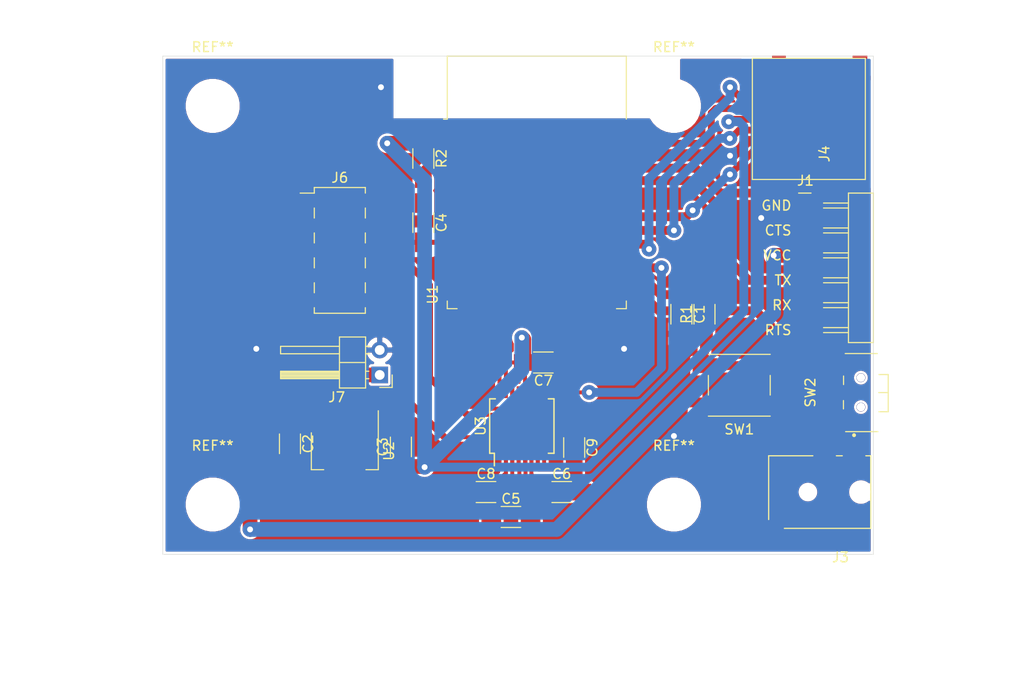
<source format=kicad_pcb>
(kicad_pcb (version 20171130) (host pcbnew "(5.1.9)-1")

  (general
    (thickness 1.6)
    (drawings 6)
    (tracks 193)
    (zones 0)
    (modules 25)
    (nets 61)
  )

  (page A4)
  (layers
    (0 F.Cu signal)
    (31 B.Cu signal)
    (32 B.Adhes user)
    (33 F.Adhes user)
    (34 B.Paste user)
    (35 F.Paste user)
    (36 B.SilkS user)
    (37 F.SilkS user)
    (38 B.Mask user)
    (39 F.Mask user)
    (40 Dwgs.User user)
    (41 Cmts.User user)
    (42 Eco1.User user)
    (43 Eco2.User user)
    (44 Edge.Cuts user)
    (45 Margin user)
    (46 B.CrtYd user)
    (47 F.CrtYd user)
    (48 B.Fab user)
    (49 F.Fab user)
  )

  (setup
    (last_trace_width 1.5)
    (user_trace_width 0.4)
    (user_trace_width 0.7)
    (user_trace_width 0.9)
    (user_trace_width 1.5)
    (user_trace_width 1.9)
    (trace_clearance 0.2)
    (zone_clearance 0.254)
    (zone_45_only no)
    (trace_min 0.2)
    (via_size 0.8)
    (via_drill 0.4)
    (via_min_size 0.4)
    (via_min_drill 0.3)
    (user_via 1.5 0.6)
    (uvia_size 0.3)
    (uvia_drill 0.1)
    (uvias_allowed no)
    (uvia_min_size 0.2)
    (uvia_min_drill 0.1)
    (edge_width 0.05)
    (segment_width 0.2)
    (pcb_text_width 0.3)
    (pcb_text_size 1.5 1.5)
    (mod_edge_width 0.12)
    (mod_text_size 1 1)
    (mod_text_width 0.15)
    (pad_size 5 5)
    (pad_drill 4.3)
    (pad_to_mask_clearance 0)
    (aux_axis_origin 0 0)
    (visible_elements 7FFFFFFF)
    (pcbplotparams
      (layerselection 0x01000_ffffffff)
      (usegerberextensions false)
      (usegerberattributes true)
      (usegerberadvancedattributes true)
      (creategerberjobfile true)
      (excludeedgelayer true)
      (linewidth 0.100000)
      (plotframeref false)
      (viasonmask false)
      (mode 1)
      (useauxorigin false)
      (hpglpennumber 1)
      (hpglpenspeed 20)
      (hpglpendiameter 15.000000)
      (psnegative false)
      (psa4output false)
      (plotreference true)
      (plotvalue true)
      (plotinvisibletext false)
      (padsonsilk false)
      (subtractmaskfromsilk false)
      (outputformat 1)
      (mirror false)
      (drillshape 0)
      (scaleselection 1)
      (outputdirectory "gerber/"))
  )

  (net 0 "")
  (net 1 button)
  (net 2 GND)
  (net 3 +12V)
  (net 4 +3V3)
  (net 5 "Net-(C4-Pad1)")
  (net 6 "Net-(C5-Pad1)")
  (net 7 "Net-(C5-Pad2)")
  (net 8 "Net-(C6-Pad1)")
  (net 9 "Net-(C6-Pad2)")
  (net 10 "Net-(C8-Pad2)")
  (net 11 "Net-(C9-Pad2)")
  (net 12 "Net-(J1-Pad6)")
  (net 13 RX)
  (net 14 TX)
  (net 15 "Net-(J1-Pad2)")
  (net 16 "Net-(J3-Pad3)")
  (net 17 button_external)
  (net 18 CS)
  (net 19 MOSI)
  (net 20 SCK)
  (net 21 MISO)
  (net 22 TX_RS232)
  (net 23 RX_RS232)
  (net 24 "Net-(SW2-Pad3)")
  (net 25 "Net-(U1-Pad36)")
  (net 26 "Net-(U1-Pad33)")
  (net 27 "Net-(U1-Pad32)")
  (net 28 TX_UART2)
  (net 29 RX_UART2)
  (net 30 "Net-(U1-Pad24)")
  (net 31 "Net-(U1-Pad23)")
  (net 32 "Net-(U1-Pad22)")
  (net 33 "Net-(U1-Pad21)")
  (net 34 "Net-(U1-Pad20)")
  (net 35 "Net-(U1-Pad19)")
  (net 36 "Net-(U1-Pad18)")
  (net 37 "Net-(U1-Pad17)")
  (net 38 "Net-(U1-Pad16)")
  (net 39 "Net-(U1-Pad14)")
  (net 40 "Net-(U1-Pad13)")
  (net 41 "Net-(U1-Pad12)")
  (net 42 "Net-(U1-Pad11)")
  (net 43 "Net-(U1-Pad10)")
  (net 44 "Net-(U1-Pad9)")
  (net 45 "Net-(U1-Pad8)")
  (net 46 "Net-(U1-Pad7)")
  (net 47 "Net-(U1-Pad6)")
  (net 48 "Net-(U1-Pad5)")
  (net 49 "Net-(U1-Pad4)")
  (net 50 "Net-(U3-Pad10)")
  (net 51 "Net-(SW2-Pad1)")
  (net 52 "Net-(J4-Pad1)")
  (net 53 "Net-(J4-Pad8)")
  (net 54 "Net-(J6-Pad10)")
  (net 55 "Net-(J6-Pad8)")
  (net 56 "Net-(J6-Pad7)")
  (net 57 "Net-(J6-Pad6)")
  (net 58 "Net-(J6-Pad4)")
  (net 59 "Net-(J6-Pad2)")
  (net 60 "Net-(J6-Pad1)")

  (net_class Default "This is the default net class."
    (clearance 0.2)
    (trace_width 0.25)
    (via_dia 0.8)
    (via_drill 0.4)
    (uvia_dia 0.3)
    (uvia_drill 0.1)
    (add_net +12V)
    (add_net +3V3)
    (add_net CS)
    (add_net GND)
    (add_net MISO)
    (add_net MOSI)
    (add_net "Net-(C4-Pad1)")
    (add_net "Net-(C5-Pad1)")
    (add_net "Net-(C5-Pad2)")
    (add_net "Net-(C6-Pad1)")
    (add_net "Net-(C6-Pad2)")
    (add_net "Net-(C8-Pad2)")
    (add_net "Net-(C9-Pad2)")
    (add_net "Net-(J1-Pad2)")
    (add_net "Net-(J1-Pad6)")
    (add_net "Net-(J3-Pad3)")
    (add_net "Net-(J4-Pad1)")
    (add_net "Net-(J4-Pad8)")
    (add_net "Net-(J6-Pad1)")
    (add_net "Net-(J6-Pad10)")
    (add_net "Net-(J6-Pad2)")
    (add_net "Net-(J6-Pad4)")
    (add_net "Net-(J6-Pad6)")
    (add_net "Net-(J6-Pad7)")
    (add_net "Net-(J6-Pad8)")
    (add_net "Net-(SW2-Pad1)")
    (add_net "Net-(SW2-Pad3)")
    (add_net "Net-(U1-Pad10)")
    (add_net "Net-(U1-Pad11)")
    (add_net "Net-(U1-Pad12)")
    (add_net "Net-(U1-Pad13)")
    (add_net "Net-(U1-Pad14)")
    (add_net "Net-(U1-Pad16)")
    (add_net "Net-(U1-Pad17)")
    (add_net "Net-(U1-Pad18)")
    (add_net "Net-(U1-Pad19)")
    (add_net "Net-(U1-Pad20)")
    (add_net "Net-(U1-Pad21)")
    (add_net "Net-(U1-Pad22)")
    (add_net "Net-(U1-Pad23)")
    (add_net "Net-(U1-Pad24)")
    (add_net "Net-(U1-Pad32)")
    (add_net "Net-(U1-Pad33)")
    (add_net "Net-(U1-Pad36)")
    (add_net "Net-(U1-Pad4)")
    (add_net "Net-(U1-Pad5)")
    (add_net "Net-(U1-Pad6)")
    (add_net "Net-(U1-Pad7)")
    (add_net "Net-(U1-Pad8)")
    (add_net "Net-(U1-Pad9)")
    (add_net "Net-(U3-Pad10)")
    (add_net RX)
    (add_net RX_RS232)
    (add_net RX_UART2)
    (add_net SCK)
    (add_net TX)
    (add_net TX_RS232)
    (add_net TX_UART2)
    (add_net button)
    (add_net button_external)
  )

  (module fab:MicroSD_Amphenol_114-00841-68 (layer F.Cu) (tedit 5F4D580D) (tstamp 6155790E)
    (at 100.33 19.05 90)
    (descr "Wurth Elektronik MicroSD Card Holder with Lid 693072010801 http://katalog.we-online.de/em/datasheet/693072010801.pdf")
    (tags "socket slot microsd sdcard card")
    (path /61546D9D)
    (attr smd)
    (fp_text reference J4 (at -3.62 -3.71 90) (layer F.SilkS)
      (effects (font (size 1 1) (thickness 0.15)))
    )
    (fp_text value Micro_SD_Socket (at 0 8 90) (layer F.Fab)
      (effects (font (size 1 1) (thickness 0.15)))
    )
    (fp_line (start 6.12 -11.06) (end 6.12 0.45) (layer F.SilkS) (width 0.12))
    (fp_line (start -6.23 -11.06) (end 6.12 -11.06) (layer F.SilkS) (width 0.12))
    (fp_line (start -6.23 0.45) (end -6.23 -11.06) (layer F.SilkS) (width 0.12))
    (fp_line (start -2.3 -9.12) (end 0.6 -9.12) (layer F.Fab) (width 0.12))
    (fp_line (start -2.3 -10.92) (end -2.3 -9.12) (layer F.Fab) (width 0.12))
    (fp_line (start 0.61 -10.92) (end -2.3 -10.92) (layer F.Fab) (width 0.12))
    (fp_line (start 0.6 -9.12) (end 0.6 -10.92) (layer F.Fab) (width 0.12))
    (fp_line (start -5.18 -5) (end -5.18 -6.89) (layer F.Fab) (width 0.12))
    (fp_line (start 3.61 -5) (end -5.18 -5) (layer F.Fab) (width 0.12))
    (fp_line (start 3.61 -6.89) (end 3.61 -5) (layer F.Fab) (width 0.12))
    (fp_line (start -5.18 -6.89) (end 3.61 -6.89) (layer F.Fab) (width 0.12))
    (fp_line (start 6.12 0.45) (end -6.23 0.45) (layer F.SilkS) (width 0.12))
    (fp_text user "KEEP CLEAR" (at -0.93 -5.95 90) (layer F.Fab)
      (effects (font (size 0.5 0.5) (thickness 0.1)))
    )
    (fp_text user CLEAR (at -0.85 -9.99 90) (layer F.Fab)
      (effects (font (size 0.5 0.5) (thickness 0.1)))
    )
    (fp_text user %R (at 0 -2 90) (layer F.Fab)
      (effects (font (size 1 1) (thickness 0.15)))
    )
    (pad 9 smd rect (at -6 -9.3 90) (size 1.5 0.9) (layers F.Cu F.Paste F.Mask)
      (net 2 GND))
    (pad 9 smd rect (at 5.4 -10.8 90) (size 1 1.55) (layers F.Cu F.Paste F.Mask)
      (net 2 GND))
    (pad 1 smd rect (at 3.2 0 90) (size 0.7 1.75) (layers F.Cu F.Paste F.Mask)
      (net 52 "Net-(J4-Pad1)"))
    (pad 2 smd rect (at 2.1 0 90) (size 0.7 1.75) (layers F.Cu F.Paste F.Mask)
      (net 18 CS))
    (pad 3 smd rect (at 1 0 90) (size 0.7 1.75) (layers F.Cu F.Paste F.Mask)
      (net 19 MOSI))
    (pad 4 smd rect (at -0.1 0 90) (size 0.7 1.75) (layers F.Cu F.Paste F.Mask)
      (net 4 +3V3))
    (pad 5 smd rect (at -1.2 0 90) (size 0.7 1.75) (layers F.Cu F.Paste F.Mask)
      (net 20 SCK))
    (pad 6 smd rect (at -2.3 0 90) (size 0.7 1.75) (layers F.Cu F.Paste F.Mask)
      (net 2 GND))
    (pad 7 smd rect (at -3.4 0 90) (size 0.7 1.75) (layers F.Cu F.Paste F.Mask)
      (net 21 MISO))
    (pad 8 smd rect (at -4.5 0 90) (size 0.7 1.75) (layers F.Cu F.Paste F.Mask)
      (net 53 "Net-(J4-Pad8)"))
    (pad 9 smd rect (at 6 -8.35 90) (size 0.8 1.4) (layers F.Cu F.Paste F.Mask)
      (net 2 GND))
    (pad 9 smd rect (at 5.65 -0.1 90) (size 1.5 1.5) (layers F.Cu F.Paste F.Mask)
      (net 2 GND))
    (pad 9 smd rect (at -6.3 -7.6 90) (size 0.8 1.4) (layers F.Cu F.Paste F.Mask)
      (net 2 GND))
    (pad 9 smd rect (at -5.9 -0.1 90) (size 1.3 1.5) (layers F.Cu F.Paste F.Mask)
      (net 2 GND))
    (model ${KISYS3DMOD}/Connectors_Card.3dshapes/MicroSd_Wurth_693072010801.wrl
      (at (xyz 0 0 0))
      (scale (xyz 1 1 1))
      (rotate (xyz 0 0 0))
    )
  )

  (module Connector_PinHeader_2.54mm:PinHeader_1x02_P2.54mm_Horizontal (layer F.Cu) (tedit 59FED5CB) (tstamp 6156B817)
    (at 51.308 45.212 180)
    (descr "Through hole angled pin header, 1x02, 2.54mm pitch, 6mm pin length, single row")
    (tags "Through hole angled pin header THT 1x02 2.54mm single row")
    (path /6157812F)
    (fp_text reference J7 (at 4.385 -2.27) (layer F.SilkS)
      (effects (font (size 1 1) (thickness 0.15)))
    )
    (fp_text value Conn_01x02_Male (at 4.385 4.81) (layer F.Fab)
      (effects (font (size 1 1) (thickness 0.15)))
    )
    (fp_line (start 10.55 -1.8) (end -1.8 -1.8) (layer F.CrtYd) (width 0.05))
    (fp_line (start 10.55 4.35) (end 10.55 -1.8) (layer F.CrtYd) (width 0.05))
    (fp_line (start -1.8 4.35) (end 10.55 4.35) (layer F.CrtYd) (width 0.05))
    (fp_line (start -1.8 -1.8) (end -1.8 4.35) (layer F.CrtYd) (width 0.05))
    (fp_line (start -1.27 -1.27) (end 0 -1.27) (layer F.SilkS) (width 0.12))
    (fp_line (start -1.27 0) (end -1.27 -1.27) (layer F.SilkS) (width 0.12))
    (fp_line (start 1.042929 2.92) (end 1.44 2.92) (layer F.SilkS) (width 0.12))
    (fp_line (start 1.042929 2.16) (end 1.44 2.16) (layer F.SilkS) (width 0.12))
    (fp_line (start 10.1 2.92) (end 4.1 2.92) (layer F.SilkS) (width 0.12))
    (fp_line (start 10.1 2.16) (end 10.1 2.92) (layer F.SilkS) (width 0.12))
    (fp_line (start 4.1 2.16) (end 10.1 2.16) (layer F.SilkS) (width 0.12))
    (fp_line (start 1.44 1.27) (end 4.1 1.27) (layer F.SilkS) (width 0.12))
    (fp_line (start 1.11 0.38) (end 1.44 0.38) (layer F.SilkS) (width 0.12))
    (fp_line (start 1.11 -0.38) (end 1.44 -0.38) (layer F.SilkS) (width 0.12))
    (fp_line (start 4.1 0.28) (end 10.1 0.28) (layer F.SilkS) (width 0.12))
    (fp_line (start 4.1 0.16) (end 10.1 0.16) (layer F.SilkS) (width 0.12))
    (fp_line (start 4.1 0.04) (end 10.1 0.04) (layer F.SilkS) (width 0.12))
    (fp_line (start 4.1 -0.08) (end 10.1 -0.08) (layer F.SilkS) (width 0.12))
    (fp_line (start 4.1 -0.2) (end 10.1 -0.2) (layer F.SilkS) (width 0.12))
    (fp_line (start 4.1 -0.32) (end 10.1 -0.32) (layer F.SilkS) (width 0.12))
    (fp_line (start 10.1 0.38) (end 4.1 0.38) (layer F.SilkS) (width 0.12))
    (fp_line (start 10.1 -0.38) (end 10.1 0.38) (layer F.SilkS) (width 0.12))
    (fp_line (start 4.1 -0.38) (end 10.1 -0.38) (layer F.SilkS) (width 0.12))
    (fp_line (start 4.1 -1.33) (end 1.44 -1.33) (layer F.SilkS) (width 0.12))
    (fp_line (start 4.1 3.87) (end 4.1 -1.33) (layer F.SilkS) (width 0.12))
    (fp_line (start 1.44 3.87) (end 4.1 3.87) (layer F.SilkS) (width 0.12))
    (fp_line (start 1.44 -1.33) (end 1.44 3.87) (layer F.SilkS) (width 0.12))
    (fp_line (start 4.04 2.86) (end 10.04 2.86) (layer F.Fab) (width 0.1))
    (fp_line (start 10.04 2.22) (end 10.04 2.86) (layer F.Fab) (width 0.1))
    (fp_line (start 4.04 2.22) (end 10.04 2.22) (layer F.Fab) (width 0.1))
    (fp_line (start -0.32 2.86) (end 1.5 2.86) (layer F.Fab) (width 0.1))
    (fp_line (start -0.32 2.22) (end -0.32 2.86) (layer F.Fab) (width 0.1))
    (fp_line (start -0.32 2.22) (end 1.5 2.22) (layer F.Fab) (width 0.1))
    (fp_line (start 4.04 0.32) (end 10.04 0.32) (layer F.Fab) (width 0.1))
    (fp_line (start 10.04 -0.32) (end 10.04 0.32) (layer F.Fab) (width 0.1))
    (fp_line (start 4.04 -0.32) (end 10.04 -0.32) (layer F.Fab) (width 0.1))
    (fp_line (start -0.32 0.32) (end 1.5 0.32) (layer F.Fab) (width 0.1))
    (fp_line (start -0.32 -0.32) (end -0.32 0.32) (layer F.Fab) (width 0.1))
    (fp_line (start -0.32 -0.32) (end 1.5 -0.32) (layer F.Fab) (width 0.1))
    (fp_line (start 1.5 -0.635) (end 2.135 -1.27) (layer F.Fab) (width 0.1))
    (fp_line (start 1.5 3.81) (end 1.5 -0.635) (layer F.Fab) (width 0.1))
    (fp_line (start 4.04 3.81) (end 1.5 3.81) (layer F.Fab) (width 0.1))
    (fp_line (start 4.04 -1.27) (end 4.04 3.81) (layer F.Fab) (width 0.1))
    (fp_line (start 2.135 -1.27) (end 4.04 -1.27) (layer F.Fab) (width 0.1))
    (fp_text user %R (at 2.77 1.27 90) (layer F.Fab)
      (effects (font (size 1 1) (thickness 0.15)))
    )
    (pad 2 thru_hole oval (at 0 2.54 180) (size 1.7 1.7) (drill 1) (layers *.Cu *.Mask)
      (net 2 GND))
    (pad 1 thru_hole rect (at 0 0 180) (size 1.7 1.7) (drill 1) (layers *.Cu *.Mask)
      (net 3 +12V))
    (model ${KISYS3DMOD}/Connector_PinHeader_2.54mm.3dshapes/PinHeader_1x02_P2.54mm_Horizontal.wrl
      (at (xyz 0 0 0))
      (scale (xyz 1 1 1))
      (rotate (xyz 0 0 0))
    )
  )

  (module MountingHole:MountingHole_5mm (layer F.Cu) (tedit 56D1B4CB) (tstamp 61569B2D)
    (at 81.28 58.42)
    (descr "Mounting Hole 5mm, no annular")
    (tags "mounting hole 5mm no annular")
    (attr virtual)
    (fp_text reference REF** (at 0 -6) (layer F.SilkS)
      (effects (font (size 1 1) (thickness 0.15)))
    )
    (fp_text value MountingHole_5mm (at 0 6) (layer F.Fab)
      (effects (font (size 1 1) (thickness 0.15)))
    )
    (fp_circle (center 0 0) (end 5.25 0) (layer F.CrtYd) (width 0.05))
    (fp_circle (center 0 0) (end 5 0) (layer Cmts.User) (width 0.15))
    (fp_text user %R (at 0.3 0) (layer F.Fab)
      (effects (font (size 1 1) (thickness 0.15)))
    )
    (pad 1 np_thru_hole circle (at 0 0) (size 5 5) (drill 5) (layers *.Cu *.Mask))
  )

  (module MountingHole:MountingHole_5mm (layer F.Cu) (tedit 56D1B4CB) (tstamp 61569B2D)
    (at 81.28 17.78)
    (descr "Mounting Hole 5mm, no annular")
    (tags "mounting hole 5mm no annular")
    (attr virtual)
    (fp_text reference REF** (at 0 -6) (layer F.SilkS)
      (effects (font (size 1 1) (thickness 0.15)))
    )
    (fp_text value MountingHole_5mm (at 0 6) (layer F.Fab)
      (effects (font (size 1 1) (thickness 0.15)))
    )
    (fp_circle (center 0 0) (end 5.25 0) (layer F.CrtYd) (width 0.05))
    (fp_circle (center 0 0) (end 5 0) (layer Cmts.User) (width 0.15))
    (fp_text user %R (at 0.3 0) (layer F.Fab)
      (effects (font (size 1 1) (thickness 0.15)))
    )
    (pad 1 np_thru_hole circle (at 0 0) (size 5 5) (drill 5) (layers *.Cu *.Mask))
  )

  (module MountingHole:MountingHole_5mm (layer F.Cu) (tedit 56D1B4CB) (tstamp 61569B1D)
    (at 34.29 17.78)
    (descr "Mounting Hole 5mm, no annular")
    (tags "mounting hole 5mm no annular")
    (attr virtual)
    (fp_text reference REF** (at 0 -6) (layer F.SilkS)
      (effects (font (size 1 1) (thickness 0.15)))
    )
    (fp_text value MountingHole_5mm (at 0 6) (layer F.Fab)
      (effects (font (size 1 1) (thickness 0.15)))
    )
    (fp_circle (center 0 0) (end 5.25 0) (layer F.CrtYd) (width 0.05))
    (fp_circle (center 0 0) (end 5 0) (layer Cmts.User) (width 0.15))
    (fp_text user %R (at 0.3 0) (layer F.Fab)
      (effects (font (size 1 1) (thickness 0.15)))
    )
    (pad 1 np_thru_hole circle (at 0 0) (size 5 5) (drill 5) (layers *.Cu *.Mask))
  )

  (module MountingHole:MountingHole_5mm (layer F.Cu) (tedit 56D1B4CB) (tstamp 61569AE7)
    (at 34.29 58.42)
    (descr "Mounting Hole 5mm, no annular")
    (tags "mounting hole 5mm no annular")
    (attr virtual)
    (fp_text reference REF** (at 0 -6) (layer F.SilkS)
      (effects (font (size 1 1) (thickness 0.15)))
    )
    (fp_text value MountingHole_5mm (at 0 6) (layer F.Fab)
      (effects (font (size 1 1) (thickness 0.15)))
    )
    (fp_circle (center 0 0) (end 5.25 0) (layer F.CrtYd) (width 0.05))
    (fp_circle (center 0 0) (end 5 0) (layer Cmts.User) (width 0.15))
    (fp_text user %R (at 0.3 0) (layer F.Fab)
      (effects (font (size 1 1) (thickness 0.15)))
    )
    (pad 1 np_thru_hole circle (at 0 0) (size 5 5) (drill 5) (layers *.Cu *.Mask))
  )

  (module Connector_PinHeader_2.54mm:PinHeader_2x05_P2.54mm_Vertical_SMD (layer F.Cu) (tedit 59FED5CC) (tstamp 61569198)
    (at 47.244 32.512)
    (descr "surface-mounted straight pin header, 2x05, 2.54mm pitch, double rows")
    (tags "Surface mounted pin header SMD 2x05 2.54mm double row")
    (path /6155F384)
    (attr smd)
    (fp_text reference J6 (at 0 -7.41) (layer F.SilkS)
      (effects (font (size 1 1) (thickness 0.15)))
    )
    (fp_text value Conn_02x05_Odd_Even (at 0 7.41) (layer F.Fab)
      (effects (font (size 1 1) (thickness 0.15)))
    )
    (fp_line (start 5.9 -6.85) (end -5.9 -6.85) (layer F.CrtYd) (width 0.05))
    (fp_line (start 5.9 6.85) (end 5.9 -6.85) (layer F.CrtYd) (width 0.05))
    (fp_line (start -5.9 6.85) (end 5.9 6.85) (layer F.CrtYd) (width 0.05))
    (fp_line (start -5.9 -6.85) (end -5.9 6.85) (layer F.CrtYd) (width 0.05))
    (fp_line (start 2.6 3.3) (end 2.6 4.32) (layer F.SilkS) (width 0.12))
    (fp_line (start -2.6 3.3) (end -2.6 4.32) (layer F.SilkS) (width 0.12))
    (fp_line (start 2.6 0.76) (end 2.6 1.78) (layer F.SilkS) (width 0.12))
    (fp_line (start -2.6 0.76) (end -2.6 1.78) (layer F.SilkS) (width 0.12))
    (fp_line (start 2.6 -1.78) (end 2.6 -0.76) (layer F.SilkS) (width 0.12))
    (fp_line (start -2.6 -1.78) (end -2.6 -0.76) (layer F.SilkS) (width 0.12))
    (fp_line (start 2.6 -4.32) (end 2.6 -3.3) (layer F.SilkS) (width 0.12))
    (fp_line (start -2.6 -4.32) (end -2.6 -3.3) (layer F.SilkS) (width 0.12))
    (fp_line (start 2.6 5.84) (end 2.6 6.41) (layer F.SilkS) (width 0.12))
    (fp_line (start -2.6 5.84) (end -2.6 6.41) (layer F.SilkS) (width 0.12))
    (fp_line (start 2.6 -6.41) (end 2.6 -5.84) (layer F.SilkS) (width 0.12))
    (fp_line (start -2.6 -6.41) (end -2.6 -5.84) (layer F.SilkS) (width 0.12))
    (fp_line (start -4.04 -5.84) (end -2.6 -5.84) (layer F.SilkS) (width 0.12))
    (fp_line (start -2.6 6.41) (end 2.6 6.41) (layer F.SilkS) (width 0.12))
    (fp_line (start -2.6 -6.41) (end 2.6 -6.41) (layer F.SilkS) (width 0.12))
    (fp_line (start 3.6 5.4) (end 2.54 5.4) (layer F.Fab) (width 0.1))
    (fp_line (start 3.6 4.76) (end 3.6 5.4) (layer F.Fab) (width 0.1))
    (fp_line (start 2.54 4.76) (end 3.6 4.76) (layer F.Fab) (width 0.1))
    (fp_line (start -3.6 5.4) (end -2.54 5.4) (layer F.Fab) (width 0.1))
    (fp_line (start -3.6 4.76) (end -3.6 5.4) (layer F.Fab) (width 0.1))
    (fp_line (start -2.54 4.76) (end -3.6 4.76) (layer F.Fab) (width 0.1))
    (fp_line (start 3.6 2.86) (end 2.54 2.86) (layer F.Fab) (width 0.1))
    (fp_line (start 3.6 2.22) (end 3.6 2.86) (layer F.Fab) (width 0.1))
    (fp_line (start 2.54 2.22) (end 3.6 2.22) (layer F.Fab) (width 0.1))
    (fp_line (start -3.6 2.86) (end -2.54 2.86) (layer F.Fab) (width 0.1))
    (fp_line (start -3.6 2.22) (end -3.6 2.86) (layer F.Fab) (width 0.1))
    (fp_line (start -2.54 2.22) (end -3.6 2.22) (layer F.Fab) (width 0.1))
    (fp_line (start 3.6 0.32) (end 2.54 0.32) (layer F.Fab) (width 0.1))
    (fp_line (start 3.6 -0.32) (end 3.6 0.32) (layer F.Fab) (width 0.1))
    (fp_line (start 2.54 -0.32) (end 3.6 -0.32) (layer F.Fab) (width 0.1))
    (fp_line (start -3.6 0.32) (end -2.54 0.32) (layer F.Fab) (width 0.1))
    (fp_line (start -3.6 -0.32) (end -3.6 0.32) (layer F.Fab) (width 0.1))
    (fp_line (start -2.54 -0.32) (end -3.6 -0.32) (layer F.Fab) (width 0.1))
    (fp_line (start 3.6 -2.22) (end 2.54 -2.22) (layer F.Fab) (width 0.1))
    (fp_line (start 3.6 -2.86) (end 3.6 -2.22) (layer F.Fab) (width 0.1))
    (fp_line (start 2.54 -2.86) (end 3.6 -2.86) (layer F.Fab) (width 0.1))
    (fp_line (start -3.6 -2.22) (end -2.54 -2.22) (layer F.Fab) (width 0.1))
    (fp_line (start -3.6 -2.86) (end -3.6 -2.22) (layer F.Fab) (width 0.1))
    (fp_line (start -2.54 -2.86) (end -3.6 -2.86) (layer F.Fab) (width 0.1))
    (fp_line (start 3.6 -4.76) (end 2.54 -4.76) (layer F.Fab) (width 0.1))
    (fp_line (start 3.6 -5.4) (end 3.6 -4.76) (layer F.Fab) (width 0.1))
    (fp_line (start 2.54 -5.4) (end 3.6 -5.4) (layer F.Fab) (width 0.1))
    (fp_line (start -3.6 -4.76) (end -2.54 -4.76) (layer F.Fab) (width 0.1))
    (fp_line (start -3.6 -5.4) (end -3.6 -4.76) (layer F.Fab) (width 0.1))
    (fp_line (start -2.54 -5.4) (end -3.6 -5.4) (layer F.Fab) (width 0.1))
    (fp_line (start 2.54 -6.35) (end 2.54 6.35) (layer F.Fab) (width 0.1))
    (fp_line (start -2.54 -5.4) (end -1.59 -6.35) (layer F.Fab) (width 0.1))
    (fp_line (start -2.54 6.35) (end -2.54 -5.4) (layer F.Fab) (width 0.1))
    (fp_line (start -1.59 -6.35) (end 2.54 -6.35) (layer F.Fab) (width 0.1))
    (fp_line (start 2.54 6.35) (end -2.54 6.35) (layer F.Fab) (width 0.1))
    (fp_text user %R (at 0 0 90) (layer F.Fab)
      (effects (font (size 1 1) (thickness 0.15)))
    )
    (pad 10 smd rect (at 2.525 5.08) (size 3.15 1) (layers F.Cu F.Paste F.Mask)
      (net 54 "Net-(J6-Pad10)"))
    (pad 9 smd rect (at -2.525 5.08) (size 3.15 1) (layers F.Cu F.Paste F.Mask)
      (net 2 GND))
    (pad 8 smd rect (at 2.525 2.54) (size 3.15 1) (layers F.Cu F.Paste F.Mask)
      (net 55 "Net-(J6-Pad8)"))
    (pad 7 smd rect (at -2.525 2.54) (size 3.15 1) (layers F.Cu F.Paste F.Mask)
      (net 56 "Net-(J6-Pad7)"))
    (pad 6 smd rect (at 2.525 0) (size 3.15 1) (layers F.Cu F.Paste F.Mask)
      (net 57 "Net-(J6-Pad6)"))
    (pad 5 smd rect (at -2.525 0) (size 3.15 1) (layers F.Cu F.Paste F.Mask)
      (net 22 TX_RS232))
    (pad 4 smd rect (at 2.525 -2.54) (size 3.15 1) (layers F.Cu F.Paste F.Mask)
      (net 58 "Net-(J6-Pad4)"))
    (pad 3 smd rect (at -2.525 -2.54) (size 3.15 1) (layers F.Cu F.Paste F.Mask)
      (net 23 RX_RS232))
    (pad 2 smd rect (at 2.525 -5.08) (size 3.15 1) (layers F.Cu F.Paste F.Mask)
      (net 59 "Net-(J6-Pad2)"))
    (pad 1 smd rect (at -2.525 -5.08) (size 3.15 1) (layers F.Cu F.Paste F.Mask)
      (net 60 "Net-(J6-Pad1)"))
    (model ${KISYS3DMOD}/Connector_PinHeader_2.54mm.3dshapes/PinHeader_2x05_P2.54mm_Vertical_SMD.wrl
      (at (xyz 0 0 0))
      (scale (xyz 1 1 1))
      (rotate (xyz 0 0 0))
    )
  )

  (module fab:Header_SMD_FTDI_01x06_P2.54mm_Horizontal_Male (layer F.Cu) (tedit 5FFD952E) (tstamp 6153407D)
    (at 95.25 27.94)
    (descr https://s3.amazonaws.com/catalogspreads-pdf/PAGE112-113%20.100%20MALE%20HDR.pdf)
    (tags "horizontal pin header SMD 2.54mm")
    (path /615015BF)
    (attr smd)
    (fp_text reference J1 (at -1.524 -2.54 180) (layer F.SilkS)
      (effects (font (size 1 1) (thickness 0.15)) (justify left))
    )
    (fp_text value Conn_FTDI_01x06_Male (at 2.286 15.621) (layer F.Fab)
      (effects (font (size 1 1) (thickness 0.15)))
    )
    (fp_line (start 6.4 -1.8) (end -1.8 -1.8) (layer F.CrtYd) (width 0.05))
    (fp_line (start 6.4 14.5) (end 6.4 -1.8) (layer F.CrtYd) (width 0.05))
    (fp_line (start -1.8 14.5) (end 6.4 14.5) (layer F.CrtYd) (width 0.05))
    (fp_line (start -1.8 -1.8) (end -1.8 14.5) (layer F.CrtYd) (width 0.05))
    (fp_line (start -1.27 -1.27) (end 0 -1.27) (layer F.SilkS) (width 0.12))
    (fp_line (start 3.8 13.97) (end 3.8 -1.27) (layer F.Fab) (width 0.1))
    (fp_line (start 3.8 -1.27) (end 6.34 -1.27) (layer F.Fab) (width 0.1))
    (fp_line (start 3.8 13.97) (end 6.35 13.97) (layer F.Fab) (width 0.1))
    (fp_line (start 6.34 -1.27) (end 6.35 13.97) (layer F.Fab) (width 0.1))
    (fp_line (start 3.81 0) (end -0.635 0) (layer F.Fab) (width 0.1))
    (fp_line (start 3.81 2.54) (end -0.635 2.54) (layer F.Fab) (width 0.1))
    (fp_line (start 3.81 5.08) (end -0.635 5.08) (layer F.Fab) (width 0.1))
    (fp_line (start 3.81 7.62) (end -0.635 7.62) (layer F.Fab) (width 0.1))
    (fp_line (start 3.81 10.16) (end -0.635 10.16) (layer F.Fab) (width 0.1))
    (fp_line (start 3.81 12.7) (end -0.635 12.7) (layer F.Fab) (width 0.1))
    (fp_line (start 3.81 -1.27) (end 6.35 -1.27) (layer F.SilkS) (width 0.12))
    (fp_line (start 6.35 -1.27) (end 6.35 13.97) (layer F.SilkS) (width 0.12))
    (fp_line (start 6.35 13.97) (end 3.81 13.97) (layer F.SilkS) (width 0.12))
    (fp_line (start 3.81 13.97) (end 3.81 -1.27) (layer F.SilkS) (width 0.12))
    (fp_line (start 3.81 -0.254) (end 1.27 -0.254) (layer F.SilkS) (width 0.12))
    (fp_line (start 3.81 0.254) (end 1.27 0.254) (layer F.SilkS) (width 0.12))
    (fp_line (start 3.81 2.286) (end 1.27 2.286) (layer F.SilkS) (width 0.12))
    (fp_line (start 3.81 2.794) (end 1.27 2.794) (layer F.SilkS) (width 0.12))
    (fp_line (start 3.81 4.826) (end 1.27 4.826) (layer F.SilkS) (width 0.12))
    (fp_line (start 3.81 5.334) (end 1.27 5.334) (layer F.SilkS) (width 0.12))
    (fp_line (start 3.81 7.366) (end 1.27 7.366) (layer F.SilkS) (width 0.12))
    (fp_line (start 3.81 7.874) (end 1.27 7.874) (layer F.SilkS) (width 0.12))
    (fp_line (start 3.81 9.906) (end 1.27 9.906) (layer F.SilkS) (width 0.12))
    (fp_line (start 3.81 10.414) (end 1.27 10.414) (layer F.SilkS) (width 0.12))
    (fp_line (start 3.81 12.446) (end 1.27 12.446) (layer F.SilkS) (width 0.12))
    (fp_line (start 3.81 12.954) (end 1.27 12.954) (layer F.SilkS) (width 0.12))
    (fp_line (start -0.635 -0.254) (end -0.635 0.254) (layer F.Fab) (width 0.1))
    (fp_line (start -0.635 2.286) (end -0.635 2.794) (layer F.Fab) (width 0.1))
    (fp_line (start -0.635 4.826) (end -0.635 5.334) (layer F.Fab) (width 0.1))
    (fp_line (start -0.635 7.366) (end -0.635 7.874) (layer F.Fab) (width 0.1))
    (fp_line (start -0.635 9.906) (end -0.635 10.414) (layer F.Fab) (width 0.1))
    (fp_line (start -0.635 12.446) (end -0.635 12.954) (layer F.Fab) (width 0.1))
    (fp_text user RTS (at -1.905 12.7) (layer F.SilkS)
      (effects (font (size 1 1) (thickness 0.15)) (justify right))
    )
    (fp_text user RX (at -1.905 10.16) (layer F.SilkS)
      (effects (font (size 1 1) (thickness 0.15)) (justify right))
    )
    (fp_text user TX (at -1.905 7.62) (layer F.SilkS)
      (effects (font (size 1 1) (thickness 0.15)) (justify right))
    )
    (fp_text user VCC (at -1.905 5.08) (layer F.SilkS)
      (effects (font (size 1 1) (thickness 0.15)) (justify right))
    )
    (fp_text user CTS (at -1.905 2.54) (layer F.SilkS)
      (effects (font (size 1 1) (thickness 0.15)) (justify right))
    )
    (fp_text user GND (at -1.905 0) (layer F.SilkS)
      (effects (font (size 1 1) (thickness 0.15)) (justify right))
    )
    (fp_text user %R (at 2.6 6.1 90) (layer F.Fab)
      (effects (font (size 1 1) (thickness 0.15)))
    )
    (pad 6 smd rect (at 0 12.7) (size 2.5 1.7) (layers F.Cu F.Paste F.Mask)
      (net 12 "Net-(J1-Pad6)"))
    (pad 5 smd rect (at 0 10.16) (size 2.5 1.7) (layers F.Cu F.Paste F.Mask)
      (net 13 RX))
    (pad 4 smd rect (at 0 7.62) (size 2.5 1.7) (layers F.Cu F.Paste F.Mask)
      (net 14 TX))
    (pad 3 smd rect (at 0 5.08) (size 2.5 1.7) (layers F.Cu F.Paste F.Mask)
      (net 3 +12V))
    (pad 2 smd rect (at 0 2.54) (size 2.5 1.7) (layers F.Cu F.Paste F.Mask)
      (net 15 "Net-(J1-Pad2)"))
    (pad 1 smd rect (at 0 0) (size 2.5 1.7) (layers F.Cu F.Paste F.Mask)
      (net 2 GND))
    (model ${FAB}/fab.3dshapes/Header_SMD_01x06_P2.54mm_Horizontal_Male.step
      (at (xyz 0 0 0))
      (scale (xyz 1 1 1))
      (rotate (xyz 0 0 0))
    )
  )

  (module fab:ESP32-WROOM-32E (layer F.Cu) (tedit 5B5B4654) (tstamp 61538EBD)
    (at 67.31 28.575)
    (descr "Single 2.4 GHz Wi-Fi and Bluetooth combo chip https://www.espressif.com/sites/default/files/documentation/esp32-wroom-32_datasheet_en.pdf")
    (tags "Single 2.4 GHz Wi-Fi and Bluetooth combo  chip")
    (path /614C918C)
    (attr smd)
    (fp_text reference U1 (at -10.61 8.43 90) (layer F.SilkS)
      (effects (font (size 1 1) (thickness 0.15)))
    )
    (fp_text value Radio_ESP32-WROOM-32E (at 0 11.5) (layer F.Fab)
      (effects (font (size 1 1) (thickness 0.15)))
    )
    (fp_line (start -14 -9.97) (end -14 -20.75) (layer Dwgs.User) (width 0.1))
    (fp_line (start 9 9.76) (end 9 -15.745) (layer F.Fab) (width 0.1))
    (fp_line (start -9 9.76) (end 9 9.76) (layer F.Fab) (width 0.1))
    (fp_line (start -9 -15.745) (end -9 -10.02) (layer F.Fab) (width 0.1))
    (fp_line (start -9 -15.745) (end 9 -15.745) (layer F.Fab) (width 0.1))
    (fp_line (start -9.75 10.5) (end -9.75 -9.72) (layer F.CrtYd) (width 0.05))
    (fp_line (start -9.75 10.5) (end 9.75 10.5) (layer F.CrtYd) (width 0.05))
    (fp_line (start 9.75 -9.72) (end 9.75 10.5) (layer F.CrtYd) (width 0.05))
    (fp_line (start -14.25 -21) (end 14.25 -21) (layer F.CrtYd) (width 0.05))
    (fp_line (start -9 -9.02) (end -9 9.76) (layer F.Fab) (width 0.1))
    (fp_line (start -8.5 -9.52) (end -9 -10.02) (layer F.Fab) (width 0.1))
    (fp_line (start -9 -9.02) (end -8.5 -9.52) (layer F.Fab) (width 0.1))
    (fp_line (start 14 -9.97) (end -14 -9.97) (layer Dwgs.User) (width 0.1))
    (fp_line (start 14 -9.97) (end 14 -20.75) (layer Dwgs.User) (width 0.1))
    (fp_line (start 14 -20.75) (end -14 -20.75) (layer Dwgs.User) (width 0.1))
    (fp_line (start -14.25 -21) (end -14.25 -9.72) (layer F.CrtYd) (width 0.05))
    (fp_line (start 14.25 -21) (end 14.25 -9.72) (layer F.CrtYd) (width 0.05))
    (fp_line (start -14.25 -9.72) (end -9.75 -9.72) (layer F.CrtYd) (width 0.05))
    (fp_line (start 9.75 -9.72) (end 14.25 -9.72) (layer F.CrtYd) (width 0.05))
    (fp_line (start -12.525 -20.75) (end -14 -19.66) (layer Dwgs.User) (width 0.1))
    (fp_line (start -10.525 -20.75) (end -14 -18.045) (layer Dwgs.User) (width 0.1))
    (fp_line (start -8.525 -20.75) (end -14 -16.43) (layer Dwgs.User) (width 0.1))
    (fp_line (start -6.525 -20.75) (end -14 -14.815) (layer Dwgs.User) (width 0.1))
    (fp_line (start -4.525 -20.75) (end -14 -13.2) (layer Dwgs.User) (width 0.1))
    (fp_line (start -2.525 -20.75) (end -14 -11.585) (layer Dwgs.User) (width 0.1))
    (fp_line (start -0.525 -20.75) (end -14 -9.97) (layer Dwgs.User) (width 0.1))
    (fp_line (start 1.475 -20.75) (end -12 -9.97) (layer Dwgs.User) (width 0.1))
    (fp_line (start 3.475 -20.75) (end -10 -9.97) (layer Dwgs.User) (width 0.1))
    (fp_line (start -8 -9.97) (end 5.475 -20.75) (layer Dwgs.User) (width 0.1))
    (fp_line (start 7.475 -20.75) (end -6 -9.97) (layer Dwgs.User) (width 0.1))
    (fp_line (start 9.475 -20.75) (end -4 -9.97) (layer Dwgs.User) (width 0.1))
    (fp_line (start 11.475 -20.75) (end -2 -9.97) (layer Dwgs.User) (width 0.1))
    (fp_line (start 13.475 -20.75) (end 0 -9.97) (layer Dwgs.User) (width 0.1))
    (fp_line (start 14 -19.66) (end 2 -9.97) (layer Dwgs.User) (width 0.1))
    (fp_line (start 14 -18.045) (end 4 -9.97) (layer Dwgs.User) (width 0.1))
    (fp_line (start 14 -16.43) (end 6 -9.97) (layer Dwgs.User) (width 0.1))
    (fp_line (start 14 -14.815) (end 8 -9.97) (layer Dwgs.User) (width 0.1))
    (fp_line (start 14 -13.2) (end 10 -9.97) (layer Dwgs.User) (width 0.1))
    (fp_line (start 14 -11.585) (end 12 -9.97) (layer Dwgs.User) (width 0.1))
    (fp_line (start 9.2 -13.875) (end 13.8 -13.875) (layer Cmts.User) (width 0.1))
    (fp_line (start 13.8 -13.875) (end 13.6 -14.075) (layer Cmts.User) (width 0.1))
    (fp_line (start 13.8 -13.875) (end 13.6 -13.675) (layer Cmts.User) (width 0.1))
    (fp_line (start 9.2 -13.875) (end 9.4 -14.075) (layer Cmts.User) (width 0.1))
    (fp_line (start 9.2 -13.875) (end 9.4 -13.675) (layer Cmts.User) (width 0.1))
    (fp_line (start -13.8 -13.875) (end -13.6 -14.075) (layer Cmts.User) (width 0.1))
    (fp_line (start -13.8 -13.875) (end -13.6 -13.675) (layer Cmts.User) (width 0.1))
    (fp_line (start -9.2 -13.875) (end -9.4 -13.675) (layer Cmts.User) (width 0.1))
    (fp_line (start -13.8 -13.875) (end -9.2 -13.875) (layer Cmts.User) (width 0.1))
    (fp_line (start -9.2 -13.875) (end -9.4 -14.075) (layer Cmts.User) (width 0.1))
    (fp_line (start 8.4 -16) (end 8.2 -16.2) (layer Cmts.User) (width 0.1))
    (fp_line (start 8.4 -16) (end 8.6 -16.2) (layer Cmts.User) (width 0.1))
    (fp_line (start 8.4 -20.6) (end 8.6 -20.4) (layer Cmts.User) (width 0.1))
    (fp_line (start 8.4 -16) (end 8.4 -20.6) (layer Cmts.User) (width 0.1))
    (fp_line (start 8.4 -20.6) (end 8.2 -20.4) (layer Cmts.User) (width 0.1))
    (fp_line (start -9.12 9.1) (end -9.12 9.88) (layer F.SilkS) (width 0.12))
    (fp_line (start -9.12 9.88) (end -8.12 9.88) (layer F.SilkS) (width 0.12))
    (fp_line (start 9.12 9.1) (end 9.12 9.88) (layer F.SilkS) (width 0.12))
    (fp_line (start 9.12 9.88) (end 8.12 9.88) (layer F.SilkS) (width 0.12))
    (fp_line (start -9.12 -15.865) (end 9.12 -15.865) (layer F.SilkS) (width 0.12))
    (fp_line (start 9.12 -15.865) (end 9.12 -9.445) (layer F.SilkS) (width 0.12))
    (fp_line (start -9.12 -15.865) (end -9.12 -9.445) (layer F.SilkS) (width 0.12))
    (fp_line (start -9.12 -9.445) (end -9.5 -9.445) (layer F.SilkS) (width 0.12))
    (fp_text user "5 mm" (at 7.8 -19.075 90) (layer Cmts.User)
      (effects (font (size 0.5 0.5) (thickness 0.1)))
    )
    (fp_text user "5 mm" (at -11.2 -14.375) (layer Cmts.User)
      (effects (font (size 0.5 0.5) (thickness 0.1)))
    )
    (fp_text user "5 mm" (at 11.8 -14.375) (layer Cmts.User)
      (effects (font (size 0.5 0.5) (thickness 0.1)))
    )
    (fp_text user Antenna (at 0 -13) (layer Cmts.User)
      (effects (font (size 1 1) (thickness 0.15)))
    )
    (fp_text user "KEEP-OUT ZONE" (at 0 -19) (layer Cmts.User)
      (effects (font (size 1 1) (thickness 0.15)))
    )
    (fp_text user %R (at 0 0) (layer F.Fab)
      (effects (font (size 1 1) (thickness 0.15)))
    )
    (pad 38 smd rect (at 8.5 -8.255) (size 2 0.9) (layers F.Cu F.Paste F.Mask)
      (net 2 GND))
    (pad 37 smd rect (at 8.5 -6.985) (size 2 0.9) (layers F.Cu F.Paste F.Mask)
      (net 19 MOSI))
    (pad 36 smd rect (at 8.5 -5.715) (size 2 0.9) (layers F.Cu F.Paste F.Mask)
      (net 25 "Net-(U1-Pad36)"))
    (pad 35 smd rect (at 8.5 -4.445) (size 2 0.9) (layers F.Cu F.Paste F.Mask)
      (net 13 RX))
    (pad 34 smd rect (at 8.5 -3.175) (size 2 0.9) (layers F.Cu F.Paste F.Mask)
      (net 14 TX))
    (pad 33 smd rect (at 8.5 -1.905) (size 2 0.9) (layers F.Cu F.Paste F.Mask)
      (net 26 "Net-(U1-Pad33)"))
    (pad 32 smd rect (at 8.5 -0.635) (size 2 0.9) (layers F.Cu F.Paste F.Mask)
      (net 27 "Net-(U1-Pad32)"))
    (pad 31 smd rect (at 8.5 0.635) (size 2 0.9) (layers F.Cu F.Paste F.Mask)
      (net 21 MISO))
    (pad 30 smd rect (at 8.5 1.905) (size 2 0.9) (layers F.Cu F.Paste F.Mask)
      (net 20 SCK))
    (pad 29 smd rect (at 8.5 3.175) (size 2 0.9) (layers F.Cu F.Paste F.Mask)
      (net 18 CS))
    (pad 28 smd rect (at 8.5 4.445) (size 2 0.9) (layers F.Cu F.Paste F.Mask)
      (net 28 TX_UART2))
    (pad 27 smd rect (at 8.5 5.715) (size 2 0.9) (layers F.Cu F.Paste F.Mask)
      (net 29 RX_UART2))
    (pad 26 smd rect (at 8.5 6.985) (size 2 0.9) (layers F.Cu F.Paste F.Mask)
      (net 1 button))
    (pad 25 smd rect (at 8.5 8.255) (size 2 0.9) (layers F.Cu F.Paste F.Mask)
      (net 24 "Net-(SW2-Pad3)"))
    (pad 24 smd rect (at 5.715 9.255 90) (size 2 0.9) (layers F.Cu F.Paste F.Mask)
      (net 30 "Net-(U1-Pad24)"))
    (pad 23 smd rect (at 4.445 9.255 90) (size 2 0.9) (layers F.Cu F.Paste F.Mask)
      (net 31 "Net-(U1-Pad23)"))
    (pad 22 smd rect (at 3.175 9.255 90) (size 2 0.9) (layers F.Cu F.Paste F.Mask)
      (net 32 "Net-(U1-Pad22)"))
    (pad 21 smd rect (at 1.905 9.255 90) (size 2 0.9) (layers F.Cu F.Paste F.Mask)
      (net 33 "Net-(U1-Pad21)"))
    (pad 20 smd rect (at 0.635 9.255 90) (size 2 0.9) (layers F.Cu F.Paste F.Mask)
      (net 34 "Net-(U1-Pad20)"))
    (pad 19 smd rect (at -0.635 9.255 90) (size 2 0.9) (layers F.Cu F.Paste F.Mask)
      (net 35 "Net-(U1-Pad19)"))
    (pad 18 smd rect (at -1.905 9.255 90) (size 2 0.9) (layers F.Cu F.Paste F.Mask)
      (net 36 "Net-(U1-Pad18)"))
    (pad 17 smd rect (at -3.175 9.255 90) (size 2 0.9) (layers F.Cu F.Paste F.Mask)
      (net 37 "Net-(U1-Pad17)"))
    (pad 16 smd rect (at -4.445 9.255 90) (size 2 0.9) (layers F.Cu F.Paste F.Mask)
      (net 38 "Net-(U1-Pad16)"))
    (pad 15 smd rect (at -5.715 9.255 90) (size 2 0.9) (layers F.Cu F.Paste F.Mask)
      (net 2 GND))
    (pad 14 smd rect (at -8.5 8.255) (size 2 0.9) (layers F.Cu F.Paste F.Mask)
      (net 39 "Net-(U1-Pad14)"))
    (pad 13 smd rect (at -8.5 6.985) (size 2 0.9) (layers F.Cu F.Paste F.Mask)
      (net 40 "Net-(U1-Pad13)"))
    (pad 12 smd rect (at -8.5 5.715) (size 2 0.9) (layers F.Cu F.Paste F.Mask)
      (net 41 "Net-(U1-Pad12)"))
    (pad 11 smd rect (at -8.5 4.445) (size 2 0.9) (layers F.Cu F.Paste F.Mask)
      (net 42 "Net-(U1-Pad11)"))
    (pad 10 smd rect (at -8.5 3.175) (size 2 0.9) (layers F.Cu F.Paste F.Mask)
      (net 43 "Net-(U1-Pad10)"))
    (pad 9 smd rect (at -8.5 1.905) (size 2 0.9) (layers F.Cu F.Paste F.Mask)
      (net 44 "Net-(U1-Pad9)"))
    (pad 8 smd rect (at -8.5 0.635) (size 2 0.9) (layers F.Cu F.Paste F.Mask)
      (net 45 "Net-(U1-Pad8)"))
    (pad 7 smd rect (at -8.5 -0.635) (size 2 0.9) (layers F.Cu F.Paste F.Mask)
      (net 46 "Net-(U1-Pad7)"))
    (pad 6 smd rect (at -8.5 -1.905) (size 2 0.9) (layers F.Cu F.Paste F.Mask)
      (net 47 "Net-(U1-Pad6)"))
    (pad 5 smd rect (at -8.5 -3.175) (size 2 0.9) (layers F.Cu F.Paste F.Mask)
      (net 48 "Net-(U1-Pad5)"))
    (pad 4 smd rect (at -8.5 -4.445) (size 2 0.9) (layers F.Cu F.Paste F.Mask)
      (net 49 "Net-(U1-Pad4)"))
    (pad 3 smd rect (at -8.5 -5.715) (size 2 0.9) (layers F.Cu F.Paste F.Mask)
      (net 5 "Net-(C4-Pad1)"))
    (pad 2 smd rect (at -8.5 -6.985) (size 2 0.9) (layers F.Cu F.Paste F.Mask)
      (net 4 +3V3))
    (pad 1 smd rect (at -8.5 -8.255) (size 2 0.9) (layers F.Cu F.Paste F.Mask)
      (net 2 GND))
    (pad 39 smd rect (at -1 -0.755) (size 5 5) (layers F.Cu F.Paste F.Mask)
      (net 2 GND))
    (model ${KISYS3DMOD}/RF_Module.3dshapes/ESP32-WROOM-32.wrl
      (at (xyz 0 0 0))
      (scale (xyz 1 1 1))
      (rotate (xyz 0 0 0))
    )
  )

  (module fab:SOT-223-3_TabPin2 (layer F.Cu) (tedit 58CE4E7E) (tstamp 6156CE47)
    (at 47.752 52.959 270)
    (descr "module CMS SOT223 4 pins")
    (tags "CMS SOT")
    (path /614D222C)
    (attr smd)
    (fp_text reference U2 (at 0 -4.5 90) (layer F.SilkS)
      (effects (font (size 1 1) (thickness 0.15)))
    )
    (fp_text value Regulator_3.3V-1A (at 0 4.5 90) (layer F.Fab)
      (effects (font (size 1 1) (thickness 0.15)))
    )
    (fp_line (start 1.85 -3.35) (end 1.85 3.35) (layer F.Fab) (width 0.1))
    (fp_line (start -1.85 3.35) (end 1.85 3.35) (layer F.Fab) (width 0.1))
    (fp_line (start -4.1 -3.41) (end 1.91 -3.41) (layer F.SilkS) (width 0.12))
    (fp_line (start -0.85 -3.35) (end 1.85 -3.35) (layer F.Fab) (width 0.1))
    (fp_line (start -1.85 3.41) (end 1.91 3.41) (layer F.SilkS) (width 0.12))
    (fp_line (start -1.85 -2.35) (end -1.85 3.35) (layer F.Fab) (width 0.1))
    (fp_line (start -1.85 -2.35) (end -0.85 -3.35) (layer F.Fab) (width 0.1))
    (fp_line (start -4.4 -3.6) (end -4.4 3.6) (layer F.CrtYd) (width 0.05))
    (fp_line (start -4.4 3.6) (end 4.4 3.6) (layer F.CrtYd) (width 0.05))
    (fp_line (start 4.4 3.6) (end 4.4 -3.6) (layer F.CrtYd) (width 0.05))
    (fp_line (start 4.4 -3.6) (end -4.4 -3.6) (layer F.CrtYd) (width 0.05))
    (fp_line (start 1.91 -3.41) (end 1.91 -2.15) (layer F.SilkS) (width 0.12))
    (fp_line (start 1.91 3.41) (end 1.91 2.15) (layer F.SilkS) (width 0.12))
    (fp_text user %R (at 0 0) (layer F.Fab)
      (effects (font (size 0.8 0.8) (thickness 0.12)))
    )
    (pad 2 smd rect (at 3.15 0 270) (size 2 3.8) (layers F.Cu F.Paste F.Mask)
      (net 4 +3V3))
    (pad 2 smd rect (at -3.15 0 270) (size 2 1.5) (layers F.Cu F.Paste F.Mask)
      (net 4 +3V3))
    (pad 3 smd rect (at -3.15 2.3 270) (size 2 1.5) (layers F.Cu F.Paste F.Mask)
      (net 3 +12V))
    (pad 1 smd rect (at -3.15 -2.3 270) (size 2 1.5) (layers F.Cu F.Paste F.Mask)
      (net 2 GND))
    (model ${KISYS3DMOD}/TO_SOT_Packages_SMD.3dshapes/SOT-223.wrl
      (at (xyz 0 0 0))
      (scale (xyz 1 1 1))
      (rotate (xyz 0 0 0))
    )
  )

  (module Package_SO:SSOP-16_5.3x6.2mm_P0.65mm (layer F.Cu) (tedit 5A02F25C) (tstamp 6156C85A)
    (at 65.786 50.419 90)
    (descr "SSOP16: plastic shrink small outline package; 16 leads; body width 5.3 mm; (see NXP SSOP-TSSOP-VSO-REFLOW.pdf and sot338-1_po.pdf)")
    (tags "SSOP 0.65")
    (path /614CC80A)
    (attr smd)
    (fp_text reference U3 (at 0 -4.2 90) (layer F.SilkS)
      (effects (font (size 1 1) (thickness 0.15)))
    )
    (fp_text value MAX3221 (at 0 4.2 90) (layer F.Fab)
      (effects (font (size 1 1) (thickness 0.15)))
    )
    (fp_line (start -2.775 -2.8) (end -4.05 -2.8) (layer F.SilkS) (width 0.15))
    (fp_line (start -2.775 3.275) (end 2.775 3.275) (layer F.SilkS) (width 0.15))
    (fp_line (start -2.775 -3.275) (end 2.775 -3.275) (layer F.SilkS) (width 0.15))
    (fp_line (start -2.775 3.275) (end -2.775 2.7) (layer F.SilkS) (width 0.15))
    (fp_line (start 2.775 3.275) (end 2.775 2.7) (layer F.SilkS) (width 0.15))
    (fp_line (start 2.775 -3.275) (end 2.775 -2.7) (layer F.SilkS) (width 0.15))
    (fp_line (start -2.775 -3.275) (end -2.775 -2.8) (layer F.SilkS) (width 0.15))
    (fp_line (start -4.3 3.45) (end 4.3 3.45) (layer F.CrtYd) (width 0.05))
    (fp_line (start -4.3 -3.45) (end 4.3 -3.45) (layer F.CrtYd) (width 0.05))
    (fp_line (start 4.3 -3.45) (end 4.3 3.45) (layer F.CrtYd) (width 0.05))
    (fp_line (start -4.3 -3.45) (end -4.3 3.45) (layer F.CrtYd) (width 0.05))
    (fp_line (start -2.65 -2.1) (end -1.65 -3.1) (layer F.Fab) (width 0.15))
    (fp_line (start -2.65 3.1) (end -2.65 -2.1) (layer F.Fab) (width 0.15))
    (fp_line (start 2.65 3.1) (end -2.65 3.1) (layer F.Fab) (width 0.15))
    (fp_line (start 2.65 -3.1) (end 2.65 3.1) (layer F.Fab) (width 0.15))
    (fp_line (start -1.65 -3.1) (end 2.65 -3.1) (layer F.Fab) (width 0.15))
    (fp_text user %R (at 0 0 90) (layer F.Fab)
      (effects (font (size 0.8 0.8) (thickness 0.15)))
    )
    (pad 16 smd rect (at 3.45 -2.275 90) (size 1.2 0.4) (layers F.Cu F.Paste F.Mask)
      (net 4 +3V3))
    (pad 15 smd rect (at 3.45 -1.625 90) (size 1.2 0.4) (layers F.Cu F.Paste F.Mask)
      (net 4 +3V3))
    (pad 14 smd rect (at 3.45 -0.975 90) (size 1.2 0.4) (layers F.Cu F.Paste F.Mask)
      (net 2 GND))
    (pad 13 smd rect (at 3.45 -0.325 90) (size 1.2 0.4) (layers F.Cu F.Paste F.Mask)
      (net 23 RX_RS232))
    (pad 12 smd rect (at 3.45 0.325 90) (size 1.2 0.4) (layers F.Cu F.Paste F.Mask)
      (net 4 +3V3))
    (pad 11 smd rect (at 3.45 0.975 90) (size 1.2 0.4) (layers F.Cu F.Paste F.Mask)
      (net 28 TX_UART2))
    (pad 10 smd rect (at 3.45 1.625 90) (size 1.2 0.4) (layers F.Cu F.Paste F.Mask)
      (net 50 "Net-(U3-Pad10)"))
    (pad 9 smd rect (at 3.45 2.275 90) (size 1.2 0.4) (layers F.Cu F.Paste F.Mask)
      (net 29 RX_UART2))
    (pad 8 smd rect (at -3.45 2.275 90) (size 1.2 0.4) (layers F.Cu F.Paste F.Mask)
      (net 22 TX_RS232))
    (pad 7 smd rect (at -3.45 1.625 90) (size 1.2 0.4) (layers F.Cu F.Paste F.Mask)
      (net 11 "Net-(C9-Pad2)"))
    (pad 6 smd rect (at -3.45 0.975 90) (size 1.2 0.4) (layers F.Cu F.Paste F.Mask)
      (net 9 "Net-(C6-Pad2)"))
    (pad 5 smd rect (at -3.45 0.325 90) (size 1.2 0.4) (layers F.Cu F.Paste F.Mask)
      (net 8 "Net-(C6-Pad1)"))
    (pad 4 smd rect (at -3.45 -0.325 90) (size 1.2 0.4) (layers F.Cu F.Paste F.Mask)
      (net 7 "Net-(C5-Pad2)"))
    (pad 3 smd rect (at -3.45 -0.975 90) (size 1.2 0.4) (layers F.Cu F.Paste F.Mask)
      (net 10 "Net-(C8-Pad2)"))
    (pad 2 smd rect (at -3.45 -1.625 90) (size 1.2 0.4) (layers F.Cu F.Paste F.Mask)
      (net 6 "Net-(C5-Pad1)"))
    (pad 1 smd rect (at -3.45 -2.275 90) (size 1.2 0.4) (layers F.Cu F.Paste F.Mask)
      (net 2 GND))
    (model ${KISYS3DMOD}/Package_SO.3dshapes/SSOP-16_5.3x6.2mm_P0.65mm.wrl
      (at (xyz 0 0 0))
      (scale (xyz 1 1 1))
      (rotate (xyz 0 0 0))
    )
  )

  (module fab:Switch_SPDT_C&K_AYZ0102AGRLC_7.2x3mm_P2.5mm (layer F.Cu) (tedit 5EC6693D) (tstamp 61534F74)
    (at 100.33 46.99 90)
    (descr http://www.ckswitches.com/media/1422/js.pdf)
    (tags "switch spdt")
    (path /614CF352)
    (attr smd)
    (fp_text reference SW2 (at -0.01 -5.15 90) (layer F.SilkS)
      (effects (font (size 1 1) (thickness 0.15)))
    )
    (fp_text value SWITCH_AYZ0102AGRLC (at 0 -2.9 90) (layer F.Fab)
      (effects (font (size 1 1) (thickness 0.15)))
    )
    (fp_line (start -0.02 1.82) (end -0.02 2.77) (layer F.SilkS) (width 0.12))
    (fp_line (start 0.8 -1.77) (end 1.67 -1.77) (layer F.SilkS) (width 0.12))
    (fp_line (start -1.68 -1.78) (end -0.83 -1.78) (layer F.SilkS) (width 0.12))
    (fp_line (start 1.82 2.78) (end 1.82 1.84) (layer F.SilkS) (width 0.12))
    (fp_line (start -1.97 2.78) (end 1.82 2.78) (layer F.SilkS) (width 0.12))
    (fp_line (start -1.97 1.84) (end -1.97 2.78) (layer F.SilkS) (width 0.12))
    (fp_line (start 3.96 -1.6) (end 3.96 1.67) (layer F.SilkS) (width 0.12))
    (fp_line (start -4 -1.56) (end -4 1.73) (layer F.SilkS) (width 0.12))
    (fp_line (start -3.99 1.84) (end -3.99 -1.89) (layer F.CrtYd) (width 0.05))
    (fp_line (start -1.93 1.84) (end -3.99 1.84) (layer F.CrtYd) (width 0.05))
    (fp_line (start -1.93 2.91) (end -1.93 1.84) (layer F.CrtYd) (width 0.05))
    (fp_line (start 1.86 2.91) (end -1.93 2.91) (layer F.CrtYd) (width 0.05))
    (fp_line (start 1.86 1.82) (end 1.86 2.91) (layer F.CrtYd) (width 0.05))
    (fp_line (start 3.95 1.82) (end 1.86 1.82) (layer F.CrtYd) (width 0.05))
    (fp_line (start 3.95 -1.83) (end 3.95 1.82) (layer F.CrtYd) (width 0.05))
    (fp_line (start -3.5 -1.89) (end -3.5 -4.29) (layer F.CrtYd) (width 0.05))
    (fp_line (start -3.99 -1.89) (end -3.5 -1.89) (layer F.CrtYd) (width 0.05))
    (fp_line (start 3.5 -1.83) (end 3.95 -1.83) (layer F.CrtYd) (width 0.05))
    (fp_line (start 3.5 -4.29) (end 3.5 -1.83) (layer F.CrtYd) (width 0.05))
    (fp_line (start 1.5 2.5) (end 1.5 1.5) (layer F.Fab) (width 0.1))
    (fp_line (start -1.5 2.5) (end 0 2.5) (layer F.Fab) (width 0.1))
    (fp_line (start 0 2.5) (end 0 1.5) (layer F.Fab) (width 0.1))
    (fp_line (start -3.6 -1.5) (end 3.6 -1.5) (layer F.Fab) (width 0.1))
    (fp_line (start 3.6 -1.5) (end 3.6 1.5) (layer F.Fab) (width 0.1))
    (fp_line (start 3.6 1.5) (end -3.6 1.5) (layer F.Fab) (width 0.1))
    (fp_line (start -3.6 -1.5) (end -3.6 1.5) (layer F.Fab) (width 0.1))
    (fp_line (start -1.5 2.5) (end -1.5 1.5) (layer F.Fab) (width 0.1))
    (fp_line (start 3.5 -4.29) (end -3.5 -4.29) (layer F.CrtYd) (width 0.05))
    (fp_text user %R (at 0 0 90) (layer F.Fab)
      (effects (font (size 1 1) (thickness 0.15)))
    )
    (pad 1 smd rect (at -2.5 -2.75 90) (size 1.5 2.5) (layers F.Cu F.Paste F.Mask)
      (net 51 "Net-(SW2-Pad1)"))
    (pad 2 smd rect (at 0 -2.75 90) (size 1.5 2.5) (layers F.Cu F.Paste F.Mask)
      (net 2 GND))
    (pad 3 smd rect (at 2.5 -2.75 90) (size 1.5 2.5) (layers F.Cu F.Paste F.Mask)
      (net 24 "Net-(SW2-Pad3)"))
    (pad "" np_thru_hole circle (at -1.5 0 90) (size 0.9 0.9) (drill 0.85) (layers *.Cu *.Mask))
    (pad "" np_thru_hole circle (at 1.5 0 90) (size 0.9 0.9) (drill 0.85) (layers *.Cu *.Mask))
    (model ${KISYS3DMOD}/Buttons_Switches_SMD.3dshapes/SW_SPDT_CK-JS102011SAQN.wrl
      (at (xyz 0 0 0))
      (scale (xyz 1 1 1))
      (rotate (xyz 0 0 0))
    )
  )

  (module fab:Button_Omron_B3SN_6x6mm (layer F.Cu) (tedit 5EC65B05) (tstamp 61534166)
    (at 87.94 46.26 180)
    (descr "Surface Mount Tactile Switch for High-Density Packaging")
    (tags "Tactile Switch")
    (path /61530BB5)
    (attr smd)
    (fp_text reference SW1 (at 0 -4.5) (layer F.SilkS)
      (effects (font (size 1 1) (thickness 0.15)))
    )
    (fp_text value BUTTON_B3SN (at 0 4.5) (layer F.Fab)
      (effects (font (size 1 1) (thickness 0.15)))
    )
    (fp_line (start -5 3.7) (end 5 3.7) (layer F.CrtYd) (width 0.05))
    (fp_line (start 5 3.7) (end 5 -3.7) (layer F.CrtYd) (width 0.05))
    (fp_line (start 5 -3.7) (end -5 -3.7) (layer F.CrtYd) (width 0.05))
    (fp_line (start -5 -3.7) (end -5 3.7) (layer F.CrtYd) (width 0.05))
    (fp_line (start -3.15 -3.15) (end 3.15 -3.15) (layer F.SilkS) (width 0.12))
    (fp_line (start -3.15 1) (end -3.15 -1) (layer F.SilkS) (width 0.12))
    (fp_line (start 3.15 3.15) (end -3.15 3.15) (layer F.SilkS) (width 0.12))
    (fp_line (start 3.15 -1) (end 3.15 1) (layer F.SilkS) (width 0.12))
    (fp_circle (center 0 0) (end 1.65 0) (layer F.Fab) (width 0.1))
    (fp_line (start -3 -3) (end 3 -3) (layer F.Fab) (width 0.1))
    (fp_line (start 3 -3) (end 3 3) (layer F.Fab) (width 0.1))
    (fp_line (start 3 3) (end -3 3) (layer F.Fab) (width 0.1))
    (fp_line (start -3 3) (end -3 -3) (layer F.Fab) (width 0.1))
    (fp_text user %R (at 0 -4.5) (layer F.Fab)
      (effects (font (size 1 1) (thickness 0.15)))
    )
    (pad 1 smd rect (at -3.5 -2 180) (size 2.5 1.5) (layers F.Cu F.Paste F.Mask)
      (net 2 GND))
    (pad 1 smd rect (at 3.5 -2 180) (size 2.5 1.5) (layers F.Cu F.Paste F.Mask)
      (net 2 GND))
    (pad 2 smd rect (at -3.5 2 180) (size 2.5 1.5) (layers F.Cu F.Paste F.Mask)
      (net 17 button_external))
    (pad 2 smd rect (at 3.5 2 180) (size 2.5 1.5) (layers F.Cu F.Paste F.Mask)
      (net 17 button_external))
    (model ${KISYS3DMOD}/Buttons_Switches_SMD.3dshapes/SW_SPST_B3S-1000.wrl
      (at (xyz 0 0 0))
      (scale (xyz 1 1 1))
      (rotate (xyz 0 0 0))
    )
  )

  (module fab:R_1206 (layer F.Cu) (tedit 60020482) (tstamp 61534150)
    (at 55.753 23.146 270)
    (descr "Resistor SMD 1206, hand soldering")
    (tags "resistor 1206")
    (path /614F7560)
    (attr smd)
    (fp_text reference R2 (at 0 -1.85 90) (layer F.SilkS)
      (effects (font (size 1 1) (thickness 0.15)))
    )
    (fp_text value 10k (at 0 1.9 90) (layer F.Fab)
      (effects (font (size 1 1) (thickness 0.15)))
    )
    (fp_line (start 3.25 1.1) (end -3.25 1.1) (layer F.CrtYd) (width 0.05))
    (fp_line (start 3.25 1.1) (end 3.25 -1.11) (layer F.CrtYd) (width 0.05))
    (fp_line (start -3.25 -1.11) (end -3.25 1.1) (layer F.CrtYd) (width 0.05))
    (fp_line (start -3.25 -1.11) (end 3.25 -1.11) (layer F.CrtYd) (width 0.05))
    (fp_line (start -1 -1.07) (end 1 -1.07) (layer F.SilkS) (width 0.12))
    (fp_line (start 1 1.07) (end -1 1.07) (layer F.SilkS) (width 0.12))
    (fp_line (start -1.6 -0.8) (end 1.6 -0.8) (layer F.Fab) (width 0.1))
    (fp_line (start 1.6 -0.8) (end 1.6 0.8) (layer F.Fab) (width 0.1))
    (fp_line (start 1.6 0.8) (end -1.6 0.8) (layer F.Fab) (width 0.1))
    (fp_line (start -1.6 0.8) (end -1.6 -0.8) (layer F.Fab) (width 0.1))
    (fp_text user %R (at 0 0 90) (layer F.Fab)
      (effects (font (size 0.7 0.7) (thickness 0.105)))
    )
    (pad 1 smd rect (at -2 0 270) (size 2 1.7) (layers F.Cu F.Paste F.Mask)
      (net 4 +3V3))
    (pad 2 smd rect (at 2 0 270) (size 2 1.7) (layers F.Cu F.Paste F.Mask)
      (net 5 "Net-(C4-Pad1)"))
    (model ${FAB}/fab.3dshapes/R_1206.step
      (at (xyz 0 0 0))
      (scale (xyz 1 1 1))
      (rotate (xyz 0 0 0))
    )
  )

  (module fab:R_1206 (layer F.Cu) (tedit 60020482) (tstamp 6153413F)
    (at 84.3915 39.0205 90)
    (descr "Resistor SMD 1206, hand soldering")
    (tags "resistor 1206")
    (path /61533A44)
    (attr smd)
    (fp_text reference R1 (at 0 -1.85 90) (layer F.SilkS)
      (effects (font (size 1 1) (thickness 0.15)))
    )
    (fp_text value 1k (at 0 1.9 90) (layer F.Fab)
      (effects (font (size 1 1) (thickness 0.15)))
    )
    (fp_line (start 3.25 1.1) (end -3.25 1.1) (layer F.CrtYd) (width 0.05))
    (fp_line (start 3.25 1.1) (end 3.25 -1.11) (layer F.CrtYd) (width 0.05))
    (fp_line (start -3.25 -1.11) (end -3.25 1.1) (layer F.CrtYd) (width 0.05))
    (fp_line (start -3.25 -1.11) (end 3.25 -1.11) (layer F.CrtYd) (width 0.05))
    (fp_line (start -1 -1.07) (end 1 -1.07) (layer F.SilkS) (width 0.12))
    (fp_line (start 1 1.07) (end -1 1.07) (layer F.SilkS) (width 0.12))
    (fp_line (start -1.6 -0.8) (end 1.6 -0.8) (layer F.Fab) (width 0.1))
    (fp_line (start 1.6 -0.8) (end 1.6 0.8) (layer F.Fab) (width 0.1))
    (fp_line (start 1.6 0.8) (end -1.6 0.8) (layer F.Fab) (width 0.1))
    (fp_line (start -1.6 0.8) (end -1.6 -0.8) (layer F.Fab) (width 0.1))
    (fp_text user %R (at 0 0 90) (layer F.Fab)
      (effects (font (size 0.7 0.7) (thickness 0.105)))
    )
    (pad 1 smd rect (at -2 0 90) (size 2 1.7) (layers F.Cu F.Paste F.Mask)
      (net 17 button_external))
    (pad 2 smd rect (at 2 0 90) (size 2 1.7) (layers F.Cu F.Paste F.Mask)
      (net 1 button))
    (model ${FAB}/fab.3dshapes/R_1206.step
      (at (xyz 0 0 0))
      (scale (xyz 1 1 1))
      (rotate (xyz 0 0 0))
    )
  )

  (module "SnapEDA Library:CUI_SJ1-2533-SMT" (layer F.Cu) (tedit 6152D17D) (tstamp 615340D6)
    (at 100.33 57.15 180)
    (path /615366FC)
    (fp_text reference J3 (at 2.079135 -6.648235) (layer F.SilkS)
      (effects (font (size 1.001992 1.001992) (thickness 0.15)))
    )
    (fp_text value SJ1-2533-SMT (at 8.9643 6.768265) (layer F.Fab)
      (effects (font (size 1.00048 1.00048) (thickness 0.15)))
    )
    (fp_line (start 9.4 3.7) (end -1 3.7) (layer F.Fab) (width 0.127))
    (fp_line (start 9.4 -3.7) (end 9.4 3.7) (layer F.Fab) (width 0.127))
    (fp_line (start -1 -3.7) (end 9.4 -3.7) (layer F.Fab) (width 0.127))
    (fp_line (start -1 3.7) (end -1 -3.7) (layer F.Fab) (width 0.127))
    (fp_line (start 1.9 3.7) (end 2.5 3.7) (layer F.SilkS) (width 0.127))
    (fp_circle (center 0.7 5.8) (end 0.8 5.8) (layer F.Fab) (width 0.2))
    (fp_circle (center 0.7 5.8) (end 0.8 5.8) (layer F.SilkS) (width 0.2))
    (fp_line (start -1.35 5.55) (end -1.35 -5.35) (layer F.CrtYd) (width 0.05))
    (fp_line (start 10.15 5.55) (end -1.35 5.55) (layer F.CrtYd) (width 0.05))
    (fp_line (start 10.15 -5.35) (end 10.15 5.55) (layer F.CrtYd) (width 0.05))
    (fp_line (start -1.35 -5.35) (end 10.15 -5.35) (layer F.CrtYd) (width 0.05))
    (fp_line (start 9.4 3.7) (end 4.9 3.7) (layer F.SilkS) (width 0.127))
    (fp_line (start 9.4 -2.8) (end 9.4 3.7) (layer F.SilkS) (width 0.127))
    (fp_line (start -1 -3.7) (end 7.8 -3.7) (layer F.SilkS) (width 0.127))
    (fp_line (start -1 3.7) (end -1 -3.7) (layer F.SilkS) (width 0.127))
    (fp_line (start -0.5 3.7) (end -1 3.7) (layer F.SilkS) (width 0.127))
    (pad 3 smd rect (at 3.7 4.3 180) (size 1.8 2) (layers F.Cu F.Paste F.Mask)
      (net 16 "Net-(J3-Pad3)"))
    (pad 1 smd rect (at 0.7 4.3 180) (size 1.8 2) (layers F.Cu F.Paste F.Mask)
      (net 2 GND))
    (pad 2 smd rect (at 9 -4.1 180) (size 1.8 2) (layers F.Cu F.Paste F.Mask)
      (net 17 button_external))
    (pad None np_thru_hole circle (at 5.4 0 180) (size 1.4 1.4) (drill 1.4) (layers *.Cu *.Mask))
    (pad None np_thru_hole circle (at 0 0 180) (size 1.9 1.9) (drill 1.9) (layers *.Cu *.Mask))
  )

  (module fab:C_1206 (layer F.Cu) (tedit 6002C54C) (tstamp 6156C8E2)
    (at 71.12 52.61 270)
    (descr "Capacitor SMD 1206, hand soldering")
    (tags "capacitor 1206")
    (path /614E36FA)
    (attr smd)
    (fp_text reference C9 (at 0 -1.85 90) (layer F.SilkS)
      (effects (font (size 1 1) (thickness 0.15)))
    )
    (fp_text value 0.1u (at 0 1.9 90) (layer F.Fab)
      (effects (font (size 1 1) (thickness 0.15)))
    )
    (fp_line (start 3.25 1.1) (end -3.25 1.1) (layer F.CrtYd) (width 0.05))
    (fp_line (start 3.25 1.1) (end 3.25 -1.11) (layer F.CrtYd) (width 0.05))
    (fp_line (start -3.25 -1.11) (end -3.25 1.1) (layer F.CrtYd) (width 0.05))
    (fp_line (start -3.25 -1.11) (end 3.25 -1.11) (layer F.CrtYd) (width 0.05))
    (fp_line (start -1 -1.07) (end 1 -1.07) (layer F.SilkS) (width 0.12))
    (fp_line (start 1 1.07) (end -1 1.07) (layer F.SilkS) (width 0.12))
    (fp_line (start -1.6 -0.8) (end 1.6 -0.8) (layer F.Fab) (width 0.1))
    (fp_line (start 1.6 -0.8) (end 1.6 0.8) (layer F.Fab) (width 0.1))
    (fp_line (start 1.6 0.8) (end -1.6 0.8) (layer F.Fab) (width 0.1))
    (fp_line (start -1.6 0.8) (end -1.6 -0.8) (layer F.Fab) (width 0.1))
    (fp_text user %R (at 0 0 90) (layer F.Fab)
      (effects (font (size 0.7 0.7) (thickness 0.105)))
    )
    (pad 1 smd rect (at -2 0 270) (size 2 1.7) (layers F.Cu F.Paste F.Mask)
      (net 2 GND))
    (pad 2 smd rect (at 2 0 270) (size 2 1.7) (layers F.Cu F.Paste F.Mask)
      (net 11 "Net-(C9-Pad2)"))
    (model ${FAB}/fab.3dshapes/C_1206.step
      (at (xyz 0 0 0))
      (scale (xyz 1 1 1))
      (rotate (xyz 0 0 0))
    )
  )

  (module fab:C_1206 (layer F.Cu) (tedit 6002C54C) (tstamp 6156C8B2)
    (at 62.135 57.15)
    (descr "Capacitor SMD 1206, hand soldering")
    (tags "capacitor 1206")
    (path /614E432A)
    (attr smd)
    (fp_text reference C8 (at 0 -1.85) (layer F.SilkS)
      (effects (font (size 1 1) (thickness 0.15)))
    )
    (fp_text value 0.1u (at 0 1.9) (layer F.Fab)
      (effects (font (size 1 1) (thickness 0.15)))
    )
    (fp_line (start 3.25 1.1) (end -3.25 1.1) (layer F.CrtYd) (width 0.05))
    (fp_line (start 3.25 1.1) (end 3.25 -1.11) (layer F.CrtYd) (width 0.05))
    (fp_line (start -3.25 -1.11) (end -3.25 1.1) (layer F.CrtYd) (width 0.05))
    (fp_line (start -3.25 -1.11) (end 3.25 -1.11) (layer F.CrtYd) (width 0.05))
    (fp_line (start -1 -1.07) (end 1 -1.07) (layer F.SilkS) (width 0.12))
    (fp_line (start 1 1.07) (end -1 1.07) (layer F.SilkS) (width 0.12))
    (fp_line (start -1.6 -0.8) (end 1.6 -0.8) (layer F.Fab) (width 0.1))
    (fp_line (start 1.6 -0.8) (end 1.6 0.8) (layer F.Fab) (width 0.1))
    (fp_line (start 1.6 0.8) (end -1.6 0.8) (layer F.Fab) (width 0.1))
    (fp_line (start -1.6 0.8) (end -1.6 -0.8) (layer F.Fab) (width 0.1))
    (fp_text user %R (at 0 0) (layer F.Fab)
      (effects (font (size 0.7 0.7) (thickness 0.105)))
    )
    (pad 1 smd rect (at -2 0) (size 2 1.7) (layers F.Cu F.Paste F.Mask)
      (net 2 GND))
    (pad 2 smd rect (at 2 0) (size 2 1.7) (layers F.Cu F.Paste F.Mask)
      (net 10 "Net-(C8-Pad2)"))
    (model ${FAB}/fab.3dshapes/C_1206.step
      (at (xyz 0 0 0))
      (scale (xyz 1 1 1))
      (rotate (xyz 0 0 0))
    )
  )

  (module fab:C_1206 (layer F.Cu) (tedit 6002C54C) (tstamp 6156C816)
    (at 67.977 43.942 180)
    (descr "Capacitor SMD 1206, hand soldering")
    (tags "capacitor 1206")
    (path /614E47C5)
    (attr smd)
    (fp_text reference C7 (at 0 -1.85) (layer F.SilkS)
      (effects (font (size 1 1) (thickness 0.15)))
    )
    (fp_text value 0.1u (at 0 1.9) (layer F.Fab)
      (effects (font (size 1 1) (thickness 0.15)))
    )
    (fp_line (start 3.25 1.1) (end -3.25 1.1) (layer F.CrtYd) (width 0.05))
    (fp_line (start 3.25 1.1) (end 3.25 -1.11) (layer F.CrtYd) (width 0.05))
    (fp_line (start -3.25 -1.11) (end -3.25 1.1) (layer F.CrtYd) (width 0.05))
    (fp_line (start -3.25 -1.11) (end 3.25 -1.11) (layer F.CrtYd) (width 0.05))
    (fp_line (start -1 -1.07) (end 1 -1.07) (layer F.SilkS) (width 0.12))
    (fp_line (start 1 1.07) (end -1 1.07) (layer F.SilkS) (width 0.12))
    (fp_line (start -1.6 -0.8) (end 1.6 -0.8) (layer F.Fab) (width 0.1))
    (fp_line (start 1.6 -0.8) (end 1.6 0.8) (layer F.Fab) (width 0.1))
    (fp_line (start 1.6 0.8) (end -1.6 0.8) (layer F.Fab) (width 0.1))
    (fp_line (start -1.6 0.8) (end -1.6 -0.8) (layer F.Fab) (width 0.1))
    (fp_text user %R (at 0 0) (layer F.Fab)
      (effects (font (size 0.7 0.7) (thickness 0.105)))
    )
    (pad 1 smd rect (at -2 0 180) (size 2 1.7) (layers F.Cu F.Paste F.Mask)
      (net 2 GND))
    (pad 2 smd rect (at 2 0 180) (size 2 1.7) (layers F.Cu F.Paste F.Mask)
      (net 4 +3V3))
    (model ${FAB}/fab.3dshapes/C_1206.step
      (at (xyz 0 0 0))
      (scale (xyz 1 1 1))
      (rotate (xyz 0 0 0))
    )
  )

  (module fab:C_1206 (layer F.Cu) (tedit 6002C54C) (tstamp 6156C7E6)
    (at 69.85 57.15)
    (descr "Capacitor SMD 1206, hand soldering")
    (tags "capacitor 1206")
    (path /614E65D2)
    (attr smd)
    (fp_text reference C6 (at 0 -1.85) (layer F.SilkS)
      (effects (font (size 1 1) (thickness 0.15)))
    )
    (fp_text value 0.1u (at 0 1.9) (layer F.Fab)
      (effects (font (size 1 1) (thickness 0.15)))
    )
    (fp_line (start 3.25 1.1) (end -3.25 1.1) (layer F.CrtYd) (width 0.05))
    (fp_line (start 3.25 1.1) (end 3.25 -1.11) (layer F.CrtYd) (width 0.05))
    (fp_line (start -3.25 -1.11) (end -3.25 1.1) (layer F.CrtYd) (width 0.05))
    (fp_line (start -3.25 -1.11) (end 3.25 -1.11) (layer F.CrtYd) (width 0.05))
    (fp_line (start -1 -1.07) (end 1 -1.07) (layer F.SilkS) (width 0.12))
    (fp_line (start 1 1.07) (end -1 1.07) (layer F.SilkS) (width 0.12))
    (fp_line (start -1.6 -0.8) (end 1.6 -0.8) (layer F.Fab) (width 0.1))
    (fp_line (start 1.6 -0.8) (end 1.6 0.8) (layer F.Fab) (width 0.1))
    (fp_line (start 1.6 0.8) (end -1.6 0.8) (layer F.Fab) (width 0.1))
    (fp_line (start -1.6 0.8) (end -1.6 -0.8) (layer F.Fab) (width 0.1))
    (fp_text user %R (at 0 0) (layer F.Fab)
      (effects (font (size 0.7 0.7) (thickness 0.105)))
    )
    (pad 1 smd rect (at -2 0) (size 2 1.7) (layers F.Cu F.Paste F.Mask)
      (net 8 "Net-(C6-Pad1)"))
    (pad 2 smd rect (at 2 0) (size 2 1.7) (layers F.Cu F.Paste F.Mask)
      (net 9 "Net-(C6-Pad2)"))
    (model ${FAB}/fab.3dshapes/C_1206.step
      (at (xyz 0 0 0))
      (scale (xyz 1 1 1))
      (rotate (xyz 0 0 0))
    )
  )

  (module fab:C_1206 (layer F.Cu) (tedit 6002C54C) (tstamp 6156C912)
    (at 64.675 59.69)
    (descr "Capacitor SMD 1206, hand soldering")
    (tags "capacitor 1206")
    (path /614E583B)
    (attr smd)
    (fp_text reference C5 (at 0 -1.85) (layer F.SilkS)
      (effects (font (size 1 1) (thickness 0.15)))
    )
    (fp_text value 0.1u (at 0 1.9) (layer F.Fab)
      (effects (font (size 1 1) (thickness 0.15)))
    )
    (fp_line (start 3.25 1.1) (end -3.25 1.1) (layer F.CrtYd) (width 0.05))
    (fp_line (start 3.25 1.1) (end 3.25 -1.11) (layer F.CrtYd) (width 0.05))
    (fp_line (start -3.25 -1.11) (end -3.25 1.1) (layer F.CrtYd) (width 0.05))
    (fp_line (start -3.25 -1.11) (end 3.25 -1.11) (layer F.CrtYd) (width 0.05))
    (fp_line (start -1 -1.07) (end 1 -1.07) (layer F.SilkS) (width 0.12))
    (fp_line (start 1 1.07) (end -1 1.07) (layer F.SilkS) (width 0.12))
    (fp_line (start -1.6 -0.8) (end 1.6 -0.8) (layer F.Fab) (width 0.1))
    (fp_line (start 1.6 -0.8) (end 1.6 0.8) (layer F.Fab) (width 0.1))
    (fp_line (start 1.6 0.8) (end -1.6 0.8) (layer F.Fab) (width 0.1))
    (fp_line (start -1.6 0.8) (end -1.6 -0.8) (layer F.Fab) (width 0.1))
    (fp_text user %R (at 0 0) (layer F.Fab)
      (effects (font (size 0.7 0.7) (thickness 0.105)))
    )
    (pad 1 smd rect (at -2 0) (size 2 1.7) (layers F.Cu F.Paste F.Mask)
      (net 6 "Net-(C5-Pad1)"))
    (pad 2 smd rect (at 2 0) (size 2 1.7) (layers F.Cu F.Paste F.Mask)
      (net 7 "Net-(C5-Pad2)"))
    (model ${FAB}/fab.3dshapes/C_1206.step
      (at (xyz 0 0 0))
      (scale (xyz 1 1 1))
      (rotate (xyz 0 0 0))
    )
  )

  (module fab:C_1206 (layer F.Cu) (tedit 6002C54C) (tstamp 61533FF2)
    (at 55.753 29.686 270)
    (descr "Capacitor SMD 1206, hand soldering")
    (tags "capacitor 1206")
    (path /614F2DFE)
    (attr smd)
    (fp_text reference C4 (at 0 -1.85 90) (layer F.SilkS)
      (effects (font (size 1 1) (thickness 0.15)))
    )
    (fp_text value 1u (at 0 1.9 90) (layer F.Fab)
      (effects (font (size 1 1) (thickness 0.15)))
    )
    (fp_line (start 3.25 1.1) (end -3.25 1.1) (layer F.CrtYd) (width 0.05))
    (fp_line (start 3.25 1.1) (end 3.25 -1.11) (layer F.CrtYd) (width 0.05))
    (fp_line (start -3.25 -1.11) (end -3.25 1.1) (layer F.CrtYd) (width 0.05))
    (fp_line (start -3.25 -1.11) (end 3.25 -1.11) (layer F.CrtYd) (width 0.05))
    (fp_line (start -1 -1.07) (end 1 -1.07) (layer F.SilkS) (width 0.12))
    (fp_line (start 1 1.07) (end -1 1.07) (layer F.SilkS) (width 0.12))
    (fp_line (start -1.6 -0.8) (end 1.6 -0.8) (layer F.Fab) (width 0.1))
    (fp_line (start 1.6 -0.8) (end 1.6 0.8) (layer F.Fab) (width 0.1))
    (fp_line (start 1.6 0.8) (end -1.6 0.8) (layer F.Fab) (width 0.1))
    (fp_line (start -1.6 0.8) (end -1.6 -0.8) (layer F.Fab) (width 0.1))
    (fp_text user %R (at 0 0 90) (layer F.Fab)
      (effects (font (size 0.7 0.7) (thickness 0.105)))
    )
    (pad 1 smd rect (at -2 0 270) (size 2 1.7) (layers F.Cu F.Paste F.Mask)
      (net 5 "Net-(C4-Pad1)"))
    (pad 2 smd rect (at 2 0 270) (size 2 1.7) (layers F.Cu F.Paste F.Mask)
      (net 2 GND))
    (model ${FAB}/fab.3dshapes/C_1206.step
      (at (xyz 0 0 0))
      (scale (xyz 1 1 1))
      (rotate (xyz 0 0 0))
    )
  )

  (module fab:C_1206 (layer F.Cu) (tedit 6002C54C) (tstamp 6156CE12)
    (at 53.467 52.546 90)
    (descr "Capacitor SMD 1206, hand soldering")
    (tags "capacitor 1206")
    (path /614D34B4)
    (attr smd)
    (fp_text reference C3 (at 0 -1.85 90) (layer F.SilkS)
      (effects (font (size 1 1) (thickness 0.15)))
    )
    (fp_text value 10u (at 0 1.9 90) (layer F.Fab)
      (effects (font (size 1 1) (thickness 0.15)))
    )
    (fp_line (start 3.25 1.1) (end -3.25 1.1) (layer F.CrtYd) (width 0.05))
    (fp_line (start 3.25 1.1) (end 3.25 -1.11) (layer F.CrtYd) (width 0.05))
    (fp_line (start -3.25 -1.11) (end -3.25 1.1) (layer F.CrtYd) (width 0.05))
    (fp_line (start -3.25 -1.11) (end 3.25 -1.11) (layer F.CrtYd) (width 0.05))
    (fp_line (start -1 -1.07) (end 1 -1.07) (layer F.SilkS) (width 0.12))
    (fp_line (start 1 1.07) (end -1 1.07) (layer F.SilkS) (width 0.12))
    (fp_line (start -1.6 -0.8) (end 1.6 -0.8) (layer F.Fab) (width 0.1))
    (fp_line (start 1.6 -0.8) (end 1.6 0.8) (layer F.Fab) (width 0.1))
    (fp_line (start 1.6 0.8) (end -1.6 0.8) (layer F.Fab) (width 0.1))
    (fp_line (start -1.6 0.8) (end -1.6 -0.8) (layer F.Fab) (width 0.1))
    (fp_text user %R (at 0 0 90) (layer F.Fab)
      (effects (font (size 0.7 0.7) (thickness 0.105)))
    )
    (pad 1 smd rect (at -2 0 90) (size 2 1.7) (layers F.Cu F.Paste F.Mask)
      (net 4 +3V3))
    (pad 2 smd rect (at 2 0 90) (size 2 1.7) (layers F.Cu F.Paste F.Mask)
      (net 2 GND))
    (model ${FAB}/fab.3dshapes/C_1206.step
      (at (xyz 0 0 0))
      (scale (xyz 1 1 1))
      (rotate (xyz 0 0 0))
    )
  )

  (module fab:C_1206 (layer F.Cu) (tedit 6002C54C) (tstamp 6156CE81)
    (at 42.164 52.229 270)
    (descr "Capacitor SMD 1206, hand soldering")
    (tags "capacitor 1206")
    (path /614DAC7C)
    (attr smd)
    (fp_text reference C2 (at 0 -1.85 90) (layer F.SilkS)
      (effects (font (size 1 1) (thickness 0.15)))
    )
    (fp_text value 10u (at 0 1.9 90) (layer F.Fab)
      (effects (font (size 1 1) (thickness 0.15)))
    )
    (fp_line (start 3.25 1.1) (end -3.25 1.1) (layer F.CrtYd) (width 0.05))
    (fp_line (start 3.25 1.1) (end 3.25 -1.11) (layer F.CrtYd) (width 0.05))
    (fp_line (start -3.25 -1.11) (end -3.25 1.1) (layer F.CrtYd) (width 0.05))
    (fp_line (start -3.25 -1.11) (end 3.25 -1.11) (layer F.CrtYd) (width 0.05))
    (fp_line (start -1 -1.07) (end 1 -1.07) (layer F.SilkS) (width 0.12))
    (fp_line (start 1 1.07) (end -1 1.07) (layer F.SilkS) (width 0.12))
    (fp_line (start -1.6 -0.8) (end 1.6 -0.8) (layer F.Fab) (width 0.1))
    (fp_line (start 1.6 -0.8) (end 1.6 0.8) (layer F.Fab) (width 0.1))
    (fp_line (start 1.6 0.8) (end -1.6 0.8) (layer F.Fab) (width 0.1))
    (fp_line (start -1.6 0.8) (end -1.6 -0.8) (layer F.Fab) (width 0.1))
    (fp_text user %R (at 0 0 90) (layer F.Fab)
      (effects (font (size 0.7 0.7) (thickness 0.105)))
    )
    (pad 1 smd rect (at -2 0 270) (size 2 1.7) (layers F.Cu F.Paste F.Mask)
      (net 3 +12V))
    (pad 2 smd rect (at 2 0 270) (size 2 1.7) (layers F.Cu F.Paste F.Mask)
      (net 2 GND))
    (model ${FAB}/fab.3dshapes/C_1206.step
      (at (xyz 0 0 0))
      (scale (xyz 1 1 1))
      (rotate (xyz 0 0 0))
    )
  )

  (module fab:C_1206 (layer F.Cu) (tedit 6002C54C) (tstamp 61533FBF)
    (at 82.042 39.021 270)
    (descr "Capacitor SMD 1206, hand soldering")
    (tags "capacitor 1206")
    (path /61535F47)
    (attr smd)
    (fp_text reference C1 (at 0 -1.85 90) (layer F.SilkS)
      (effects (font (size 1 1) (thickness 0.15)))
    )
    (fp_text value 0.1u (at 0 1.9 90) (layer F.Fab)
      (effects (font (size 1 1) (thickness 0.15)))
    )
    (fp_line (start 3.25 1.1) (end -3.25 1.1) (layer F.CrtYd) (width 0.05))
    (fp_line (start 3.25 1.1) (end 3.25 -1.11) (layer F.CrtYd) (width 0.05))
    (fp_line (start -3.25 -1.11) (end -3.25 1.1) (layer F.CrtYd) (width 0.05))
    (fp_line (start -3.25 -1.11) (end 3.25 -1.11) (layer F.CrtYd) (width 0.05))
    (fp_line (start -1 -1.07) (end 1 -1.07) (layer F.SilkS) (width 0.12))
    (fp_line (start 1 1.07) (end -1 1.07) (layer F.SilkS) (width 0.12))
    (fp_line (start -1.6 -0.8) (end 1.6 -0.8) (layer F.Fab) (width 0.1))
    (fp_line (start 1.6 -0.8) (end 1.6 0.8) (layer F.Fab) (width 0.1))
    (fp_line (start 1.6 0.8) (end -1.6 0.8) (layer F.Fab) (width 0.1))
    (fp_line (start -1.6 0.8) (end -1.6 -0.8) (layer F.Fab) (width 0.1))
    (fp_text user %R (at 0 0 90) (layer F.Fab)
      (effects (font (size 0.7 0.7) (thickness 0.105)))
    )
    (pad 1 smd rect (at -2 0 270) (size 2 1.7) (layers F.Cu F.Paste F.Mask)
      (net 1 button))
    (pad 2 smd rect (at 2 0 270) (size 2 1.7) (layers F.Cu F.Paste F.Mask)
      (net 2 GND))
    (model ${FAB}/fab.3dshapes/C_1206.step
      (at (xyz 0 0 0))
      (scale (xyz 1 1 1))
      (rotate (xyz 0 0 0))
    )
  )

  (gr_line (start 29.21 63.5) (end 29.21 12.7) (layer Edge.Cuts) (width 0.05) (tstamp 6156E0FB))
  (gr_line (start 101.6 63.5) (end 29.21 63.5) (layer Edge.Cuts) (width 0.05))
  (gr_line (start 101.6 12.7) (end 101.6 63.5) (layer Edge.Cuts) (width 0.05))
  (gr_line (start 29.21 12.7) (end 101.6 12.7) (layer Edge.Cuts) (width 0.05))
  (dimension 88.9 (width 0.15) (layer Dwgs.User) (tstamp 6156CEA9)
    (gr_text "88,900 mm" (at 57.15 76.23) (layer Dwgs.User) (tstamp 6156CEA9)
      (effects (font (size 1 1) (thickness 0.15)))
    )
    (feature1 (pts (xy 101.6 12.7) (xy 101.6 75.516421)))
    (feature2 (pts (xy 12.7 12.7) (xy 12.7 75.516421)))
    (crossbar (pts (xy 12.7 74.93) (xy 101.6 74.93)))
    (arrow1a (pts (xy 101.6 74.93) (xy 100.473496 75.516421)))
    (arrow1b (pts (xy 101.6 74.93) (xy 100.473496 74.343579)))
    (arrow2a (pts (xy 12.7 74.93) (xy 13.826504 75.516421)))
    (arrow2b (pts (xy 12.7 74.93) (xy 13.826504 74.343579)))
  )
  (dimension 50.8 (width 0.15) (layer Dwgs.User) (tstamp 6156CEA3)
    (gr_text "50,800 mm" (at 115.6 38.1 270) (layer Dwgs.User) (tstamp 6156CEA3)
      (effects (font (size 1 1) (thickness 0.15)))
    )
    (feature1 (pts (xy 12.7 63.5) (xy 114.886421 63.5)))
    (feature2 (pts (xy 12.7 12.7) (xy 114.886421 12.7)))
    (crossbar (pts (xy 114.3 12.7) (xy 114.3 63.5)))
    (arrow1a (pts (xy 114.3 63.5) (xy 113.713579 62.373496)))
    (arrow1b (pts (xy 114.3 63.5) (xy 114.886421 62.373496)))
    (arrow2a (pts (xy 114.3 12.7) (xy 113.713579 13.826504)))
    (arrow2b (pts (xy 114.3 12.7) (xy 114.886421 13.826504)))
  )

  (segment (start 84.391 37.021) (end 84.3915 37.0205) (width 0.9) (layer F.Cu) (net 1))
  (segment (start 82.042 37.021) (end 84.391 37.021) (width 0.9) (layer F.Cu) (net 1))
  (segment (start 75.81 35.56) (end 78.445996 35.56) (width 0.9) (layer F.Cu) (net 1))
  (segment (start 78.445996 35.56) (end 79.906996 37.021) (width 0.9) (layer F.Cu) (net 1))
  (segment (start 79.906996 37.021) (end 82.042 37.021) (width 0.9) (layer F.Cu) (net 1))
  (segment (start 63.416 53.869) (end 60.135 57.15) (width 0.4) (layer F.Cu) (net 2) (tstamp 6156C7C2))
  (segment (start 63.511 53.869) (end 63.416 53.869) (width 0.4) (layer F.Cu) (net 2) (tstamp 6156C7CE))
  (segment (start 91.70501 13.65) (end 91.98 13.37501) (width 0.9) (layer F.Cu) (net 2))
  (segment (start 89.53 13.65) (end 91.70501 13.65) (width 0.9) (layer F.Cu) (net 2))
  (via (at 86.995 22.86) (size 1.5) (drill 0.6) (layers F.Cu B.Cu) (net 2))
  (segment (start 87.276098 22.86) (end 86.995 22.86) (width 0.9) (layer F.Cu) (net 2))
  (segment (start 88.786098 21.35) (end 87.276098 22.86) (width 0.9) (layer F.Cu) (net 2))
  (segment (start 100.33 21.35) (end 88.786098 21.35) (width 0.9) (layer F.Cu) (net 2))
  (via (at 90.17 29.21) (size 1.5) (drill 0.6) (layers F.Cu B.Cu) (net 2))
  (via (at 76.2 42.545) (size 1.5) (drill 0.6) (layers F.Cu B.Cu) (net 2))
  (via (at 81.28 51.435) (size 1.5) (drill 0.6) (layers F.Cu B.Cu) (net 2))
  (via (at 51.435 15.875) (size 1.5) (drill 0.6) (layers F.Cu B.Cu) (net 2))
  (via (at 38.735 42.545) (size 1.5) (drill 0.6) (layers F.Cu B.Cu) (net 2))
  (segment (start 64.811 47.969) (end 64.139 48.641) (width 0.4) (layer F.Cu) (net 2))
  (segment (start 64.811 46.969) (end 64.811 47.969) (width 0.4) (layer F.Cu) (net 2))
  (segment (start 64.139 48.641) (end 62.738 48.641) (width 0.4) (layer F.Cu) (net 2))
  (segment (start 62.738 48.641) (end 62.611 48.641) (width 0.4) (layer F.Cu) (net 2))
  (segment (start 51.308 45.212) (end 46.228 45.212) (width 1.5) (layer F.Cu) (net 3))
  (segment (start 45.452 45.988) (end 45.452 49.809) (width 1.5) (layer F.Cu) (net 3))
  (segment (start 46.228 45.212) (end 45.452 45.988) (width 1.5) (layer F.Cu) (net 3))
  (segment (start 42.584 49.809) (end 42.164 50.229) (width 1.5) (layer F.Cu) (net 3))
  (segment (start 45.452 49.809) (end 42.584 49.809) (width 1.5) (layer F.Cu) (net 3))
  (via (at 91.44 33.02) (size 1.5) (drill 0.6) (layers F.Cu B.Cu) (net 3))
  (segment (start 95.25 33.02) (end 91.44 33.02) (width 1.5) (layer F.Cu) (net 3))
  (via (at 38.1 60.96) (size 1.5) (drill 0.6) (layers F.Cu B.Cu) (net 3))
  (segment (start 39.1475 50.229) (end 42.164 50.229) (width 1.5) (layer F.Cu) (net 3))
  (segment (start 38.1 51.2765) (end 39.1475 50.229) (width 1.5) (layer F.Cu) (net 3))
  (segment (start 38.1 60.96) (end 38.1 51.2765) (width 1.5) (layer F.Cu) (net 3))
  (segment (start 69.342 60.96) (end 38.1 60.96) (width 1.5) (layer B.Cu) (net 3))
  (segment (start 91.44 38.862) (end 69.342 60.96) (width 1.5) (layer B.Cu) (net 3))
  (segment (start 91.44 33.02) (end 91.44 38.862) (width 1.5) (layer B.Cu) (net 3))
  (segment (start 66.111 43.886) (end 66.111 46.969) (width 0.4) (layer F.Cu) (net 4) (tstamp 6156C7BF))
  (segment (start 66.04 43.815) (end 66.111 43.886) (width 0.4) (layer F.Cu) (net 4) (tstamp 6156C7C5))
  (segment (start 64.161 43.942) (end 64.161 46.969) (width 0.4) (layer F.Cu) (net 4) (tstamp 6156C7BC))
  (segment (start 65.977 43.942) (end 64.161 43.942) (width 0.4) (layer F.Cu) (net 4) (tstamp 6156C7B9))
  (segment (start 63.511 44.439) (end 63.511 46.969) (width 0.4) (layer F.Cu) (net 4) (tstamp 6156C7AA))
  (segment (start 64.008 43.942) (end 63.511 44.439) (width 0.4) (layer F.Cu) (net 4) (tstamp 6156C7A1))
  (segment (start 64.161 43.942) (end 64.008 43.942) (width 0.4) (layer F.Cu) (net 4) (tstamp 6156C7A7))
  (segment (start 56.197 21.59) (end 55.753 21.146) (width 0.9) (layer F.Cu) (net 4))
  (segment (start 58.683 21.59) (end 56.197 21.59) (width 0.9) (layer F.Cu) (net 4))
  (segment (start 47.752 49.809) (end 47.752 56.109) (width 1.5) (layer F.Cu) (net 4))
  (segment (start 53.467 54.546) (end 53.467 55.753) (width 1.5) (layer F.Cu) (net 4))
  (segment (start 53.111 56.109) (end 47.752 56.109) (width 1.5) (layer F.Cu) (net 4))
  (segment (start 53.467 55.753) (end 53.111 56.109) (width 1.5) (layer F.Cu) (net 4))
  (segment (start 65.977 41.593) (end 65.786 41.402) (width 1.5) (layer F.Cu) (net 4))
  (via (at 65.786 41.402) (size 1.5) (drill 0.6) (layers F.Cu B.Cu) (net 4))
  (segment (start 65.977 43.942) (end 65.977 41.593) (width 1.5) (layer F.Cu) (net 4))
  (via (at 52.07 21.59) (size 1.5) (drill 0.6) (layers F.Cu B.Cu) (net 4))
  (segment (start 55.309 21.59) (end 55.753 21.146) (width 1.5) (layer F.Cu) (net 4))
  (segment (start 52.07 21.59) (end 55.309 21.59) (width 1.5) (layer F.Cu) (net 4))
  (segment (start 87.103202 19.15) (end 86.85705 19.396152) (width 0.7) (layer F.Cu) (net 4))
  (via (at 86.85705 19.396152) (size 1.5) (drill 0.6) (layers F.Cu B.Cu) (net 4))
  (segment (start 100.33 19.15) (end 87.103202 19.15) (width 0.7) (layer F.Cu) (net 4))
  (via (at 55.88 54.61) (size 1.5) (drill 0.6) (layers F.Cu B.Cu) (net 4))
  (segment (start 65.786 44.704) (end 65.786 41.402) (width 1.5) (layer B.Cu) (net 4))
  (segment (start 55.88 54.61) (end 65.786 44.704) (width 1.5) (layer B.Cu) (net 4))
  (segment (start 55.816 54.546) (end 55.88 54.61) (width 1.5) (layer F.Cu) (net 4))
  (segment (start 53.467 54.546) (end 55.816 54.546) (width 1.5) (layer F.Cu) (net 4))
  (segment (start 87.91771 19.396152) (end 86.85705 19.396152) (width 0.9) (layer B.Cu) (net 4))
  (segment (start 88.395001 19.873443) (end 87.91771 19.396152) (width 0.9) (layer B.Cu) (net 4))
  (segment (start 88.395001 38.731999) (end 88.395001 19.873443) (width 0.9) (layer B.Cu) (net 4))
  (segment (start 72.517 54.61) (end 88.395001 38.731999) (width 0.9) (layer B.Cu) (net 4))
  (segment (start 55.88 54.61) (end 72.517 54.61) (width 0.9) (layer B.Cu) (net 4))
  (segment (start 55.88 25.4) (end 52.07 21.59) (width 1.5) (layer B.Cu) (net 4))
  (segment (start 55.88 54.61) (end 55.88 25.4) (width 1.5) (layer B.Cu) (net 4))
  (segment (start 55.753 24.439998) (end 55.753 25.146) (width 0.9) (layer F.Cu) (net 5))
  (segment (start 57.332998 22.86) (end 55.753 24.439998) (width 0.9) (layer F.Cu) (net 5))
  (segment (start 58.683 22.86) (end 57.332998 22.86) (width 0.9) (layer F.Cu) (net 5))
  (segment (start 55.753 25.146) (end 55.753 27.686) (width 0.9) (layer F.Cu) (net 5))
  (segment (start 62.675 56.039998) (end 62.675 59.69) (width 0.4) (layer F.Cu) (net 6) (tstamp 6156C7B6))
  (segment (start 62.814999 55.899999) (end 62.675 56.039998) (width 0.4) (layer F.Cu) (net 6) (tstamp 6156C7A4))
  (segment (start 63.480001 55.899999) (end 62.814999 55.899999) (width 0.4) (layer F.Cu) (net 6) (tstamp 6156C7B0))
  (segment (start 64.161 55.219) (end 63.480001 55.899999) (width 0.4) (layer F.Cu) (net 6) (tstamp 6156C7B3))
  (segment (start 64.161 53.869) (end 64.161 55.219) (width 0.4) (layer F.Cu) (net 6) (tstamp 6156C7AD))
  (segment (start 65.535001 58.550001) (end 66.675 59.69) (width 0.4) (layer F.Cu) (net 7) (tstamp 6156C7D4))
  (segment (start 65.535001 54.628001) (end 65.535001 58.550001) (width 0.4) (layer F.Cu) (net 7) (tstamp 6156C7D1))
  (segment (start 65.461 54.554) (end 65.535001 54.628001) (width 0.4) (layer F.Cu) (net 7) (tstamp 6156C7CB))
  (segment (start 65.461 53.869) (end 65.461 54.554) (width 0.4) (layer F.Cu) (net 7) (tstamp 6156C7C8))
  (segment (start 66.111 53.869) (end 66.160989 53.918989) (width 0.4) (layer F.Cu) (net 8) (tstamp 6156C783))
  (segment (start 66.160989 56.860989) (end 66.45 57.15) (width 0.4) (layer F.Cu) (net 8) (tstamp 6156C79B))
  (segment (start 66.160989 53.918989) (end 66.160989 56.860989) (width 0.4) (layer F.Cu) (net 8) (tstamp 6156C789))
  (segment (start 66.45 57.15) (end 67.85 57.15) (width 0.4) (layer F.Cu) (net 8) (tstamp 6156C77A))
  (segment (start 69.199999 55.899999) (end 70.45 57.15) (width 0.4) (layer F.Cu) (net 9) (tstamp 6156C777))
  (segment (start 66.761 55.352501) (end 67.308498 55.899999) (width 0.4) (layer F.Cu) (net 9) (tstamp 6156C77D))
  (segment (start 66.761 53.869) (end 66.761 55.352501) (width 0.4) (layer F.Cu) (net 9) (tstamp 6156C786))
  (segment (start 70.45 57.15) (end 71.85 57.15) (width 0.4) (layer F.Cu) (net 9) (tstamp 6156C774))
  (segment (start 67.308498 55.899999) (end 69.199999 55.899999) (width 0.4) (layer F.Cu) (net 9) (tstamp 6156C79E))
  (segment (start 64.811 56.474) (end 64.135 57.15) (width 0.4) (layer F.Cu) (net 10) (tstamp 6156C780))
  (segment (start 64.811 53.869) (end 64.811 56.474) (width 0.4) (layer F.Cu) (net 10) (tstamp 6156C795))
  (segment (start 70.860999 54.869001) (end 71.12 54.61) (width 0.4) (layer F.Cu) (net 11) (tstamp 6156C792))
  (segment (start 67.540999 54.869001) (end 70.860999 54.869001) (width 0.4) (layer F.Cu) (net 11) (tstamp 6156C78F))
  (segment (start 67.411 54.739002) (end 67.540999 54.869001) (width 0.4) (layer F.Cu) (net 11) (tstamp 6156C78C))
  (segment (start 67.411 53.869) (end 67.411 54.739002) (width 0.4) (layer F.Cu) (net 11) (tstamp 6156C798))
  (segment (start 83.470648 24.13) (end 75.81 24.13) (width 0.9) (layer F.Cu) (net 13))
  (segment (start 86.010648 26.67) (end 83.470648 24.13) (width 0.9) (layer F.Cu) (net 13))
  (segment (start 91.780002 26.67) (end 86.010648 26.67) (width 0.9) (layer F.Cu) (net 13))
  (segment (start 97.020001 26.439999) (end 92.010003 26.439999) (width 0.9) (layer F.Cu) (net 13))
  (segment (start 97.150001 26.569999) (end 97.020001 26.439999) (width 0.9) (layer F.Cu) (net 13))
  (segment (start 97.150001 36.930001) (end 97.150001 26.569999) (width 0.9) (layer F.Cu) (net 13))
  (segment (start 95.980002 38.1) (end 97.150001 36.930001) (width 0.9) (layer F.Cu) (net 13))
  (segment (start 92.010003 26.439999) (end 91.780002 26.67) (width 0.9) (layer F.Cu) (net 13))
  (segment (start 95.25 38.1) (end 95.980002 38.1) (width 0.9) (layer F.Cu) (net 13))
  (segment (start 83.185 25.4) (end 75.81 25.4) (width 0.9) (layer F.Cu) (net 14))
  (segment (start 88.9 35.56) (end 86.36 33.02) (width 0.9) (layer F.Cu) (net 14))
  (segment (start 86.36 33.02) (end 86.36 28.575) (width 0.9) (layer F.Cu) (net 14))
  (segment (start 95.25 35.56) (end 88.9 35.56) (width 0.9) (layer F.Cu) (net 14))
  (segment (start 86.36 28.575) (end 83.185 25.4) (width 0.9) (layer F.Cu) (net 14))
  (segment (start 84.3915 44.2115) (end 84.44 44.26) (width 0.9) (layer F.Cu) (net 17))
  (segment (start 84.3915 41.0205) (end 84.3915 44.2115) (width 0.9) (layer F.Cu) (net 17))
  (segment (start 88.075 59.795) (end 88.075 44.26) (width 0.9) (layer F.Cu) (net 17))
  (segment (start 89.53 61.25) (end 88.075 59.795) (width 0.9) (layer F.Cu) (net 17))
  (segment (start 91.33 61.25) (end 89.53 61.25) (width 0.9) (layer F.Cu) (net 17))
  (segment (start 88.075 44.26) (end 91.44 44.26) (width 0.9) (layer F.Cu) (net 17))
  (segment (start 84.44 44.26) (end 88.075 44.26) (width 0.9) (layer F.Cu) (net 17))
  (via (at 78.74 32.385) (size 1.5) (drill 0.6) (layers F.Cu B.Cu) (net 18))
  (segment (start 78.235002 31.880002) (end 78.74 32.385) (width 0.9) (layer F.Cu) (net 18))
  (segment (start 75.81 31.75) (end 75.940002 31.880002) (width 0.9) (layer F.Cu) (net 18))
  (segment (start 75.940002 31.880002) (end 78.235002 31.880002) (width 0.9) (layer F.Cu) (net 18))
  (segment (start 86.995 16.93566) (end 86.995 15.875) (width 0.9) (layer B.Cu) (net 18))
  (segment (start 88.07 16.95) (end 86.995 15.875) (width 0.7) (layer F.Cu) (net 18))
  (segment (start 100.33 16.95) (end 88.07 16.95) (width 0.7) (layer F.Cu) (net 18))
  (via (at 86.995 15.875) (size 1.5) (drill 0.6) (layers F.Cu B.Cu) (net 18))
  (segment (start 78.74 32.385) (end 78.74 25.19066) (width 0.9) (layer B.Cu) (net 18))
  (segment (start 78.74 25.19066) (end 86.995 16.93566) (width 0.9) (layer B.Cu) (net 18))
  (segment (start 85.524002 18.05) (end 100.33 18.05) (width 0.7) (layer F.Cu) (net 19))
  (segment (start 85.09 18.484002) (end 85.524002 18.05) (width 0.7) (layer F.Cu) (net 19))
  (segment (start 85.09 20.828) (end 85.09 18.484002) (width 0.7) (layer F.Cu) (net 19))
  (segment (start 84.328 21.59) (end 85.09 20.828) (width 0.7) (layer F.Cu) (net 19))
  (segment (start 75.81 21.59) (end 84.328 21.59) (width 0.7) (layer F.Cu) (net 19))
  (via (at 81.280016 30.48) (size 1.5) (drill 0.6) (layers F.Cu B.Cu) (net 20))
  (segment (start 75.81 30.48) (end 81.280016 30.48) (width 0.9) (layer F.Cu) (net 20))
  (segment (start 87.084918 21.092286) (end 86.97181 21.092286) (width 0.7) (layer F.Cu) (net 20))
  (segment (start 100.33 20.25) (end 87.927204 20.25) (width 0.7) (layer F.Cu) (net 20))
  (segment (start 81.280016 30.48) (end 81.280016 25.72342) (width 0.9) (layer B.Cu) (net 20))
  (segment (start 85.91115 21.092286) (end 86.97181 21.092286) (width 0.9) (layer B.Cu) (net 20))
  (segment (start 87.927204 20.25) (end 87.084918 21.092286) (width 0.7) (layer F.Cu) (net 20))
  (segment (start 81.280016 25.72342) (end 85.91115 21.092286) (width 0.9) (layer B.Cu) (net 20))
  (via (at 86.97181 21.092286) (size 1.5) (drill 0.6) (layers F.Cu B.Cu) (net 20))
  (via (at 83.185 28.429015) (size 1.5) (drill 0.6) (layers F.Cu B.Cu) (net 21))
  (segment (start 82.534018 29.079997) (end 83.185 28.429015) (width 0.9) (layer F.Cu) (net 21))
  (segment (start 75.81 29.21) (end 75.940003 29.079997) (width 0.9) (layer F.Cu) (net 21))
  (segment (start 75.940003 29.079997) (end 82.534018 29.079997) (width 0.9) (layer F.Cu) (net 21))
  (segment (start 83.185 28.429015) (end 86.849015 24.765) (width 0.9) (layer B.Cu) (net 21))
  (segment (start 89.304332 22.45) (end 86.989332 24.765) (width 0.7) (layer F.Cu) (net 21))
  (segment (start 100.33 22.45) (end 89.304332 22.45) (width 0.7) (layer F.Cu) (net 21))
  (segment (start 86.849015 24.765) (end 86.989332 24.765) (width 0.9) (layer B.Cu) (net 21))
  (via (at 86.989332 24.765) (size 1.5) (drill 0.6) (layers F.Cu B.Cu) (net 21))
  (segment (start 57.912 51.562) (end 67.31 51.562) (width 0.4) (layer F.Cu) (net 22))
  (segment (start 68.061 52.313) (end 68.061 53.869) (width 0.4) (layer F.Cu) (net 22))
  (segment (start 67.31 51.562) (end 68.061 52.313) (width 0.4) (layer F.Cu) (net 22))
  (segment (start 53.848 47.498) (end 57.912 51.562) (width 0.7) (layer F.Cu) (net 22))
  (segment (start 51.564002 33.782) (end 53.848 36.065998) (width 0.7) (layer F.Cu) (net 22))
  (segment (start 45.0925 33.782) (end 51.564002 33.782) (width 0.7) (layer F.Cu) (net 22))
  (segment (start 44.719 33.4085) (end 45.0925 33.782) (width 0.7) (layer F.Cu) (net 22))
  (segment (start 53.848 36.065998) (end 53.848 47.498) (width 0.7) (layer F.Cu) (net 22))
  (segment (start 44.719 32.512) (end 44.719 33.4085) (width 0.7) (layer F.Cu) (net 22))
  (segment (start 64.77 49.276) (end 61.468 49.276) (width 0.4) (layer F.Cu) (net 23))
  (segment (start 65.461 48.585) (end 64.77 49.276) (width 0.4) (layer F.Cu) (net 23))
  (segment (start 65.461 46.969) (end 65.461 48.585) (width 0.4) (layer F.Cu) (net 23))
  (segment (start 44.719 30.749) (end 44.719 29.972) (width 0.7) (layer F.Cu) (net 23))
  (segment (start 45.212 31.242) (end 44.719 30.749) (width 0.7) (layer F.Cu) (net 23))
  (segment (start 56.388 36.065998) (end 51.564002 31.242) (width 0.7) (layer F.Cu) (net 23))
  (segment (start 51.564002 31.242) (end 45.212 31.242) (width 0.7) (layer F.Cu) (net 23))
  (segment (start 60.198 49.276) (end 56.388 45.466) (width 0.7) (layer F.Cu) (net 23))
  (segment (start 56.388 45.466) (end 56.388 36.065998) (width 0.7) (layer F.Cu) (net 23))
  (segment (start 61.468 49.276) (end 60.198 49.276) (width 0.7) (layer F.Cu) (net 23))
  (segment (start 77.91 36.83) (end 75.81 36.83) (width 0.9) (layer F.Cu) (net 24))
  (segment (start 79.751001 38.671001) (end 77.91 36.83) (width 0.9) (layer F.Cu) (net 24))
  (segment (start 89.611001 38.671001) (end 79.751001 38.671001) (width 0.9) (layer F.Cu) (net 24))
  (segment (start 95.43 44.49) (end 89.611001 38.671001) (width 0.9) (layer F.Cu) (net 24))
  (segment (start 97.58 44.49) (end 95.43 44.49) (width 0.9) (layer F.Cu) (net 24))
  (segment (start 66.761 46.098998) (end 66.761 46.969) (width 0.4) (layer F.Cu) (net 28))
  (segment (start 67.818 45.041998) (end 66.761 46.098998) (width 0.4) (layer F.Cu) (net 28))
  (segment (start 67.818 42.164) (end 67.818 45.041998) (width 0.4) (layer F.Cu) (net 28))
  (segment (start 68.072 41.91) (end 67.818 42.164) (width 0.4) (layer F.Cu) (net 28))
  (segment (start 72.009 41.91) (end 68.072 41.91) (width 0.4) (layer F.Cu) (net 28))
  (segment (start 74.168 33.761998) (end 74.168 39.751) (width 0.4) (layer F.Cu) (net 28))
  (segment (start 74.168 39.751) (end 72.009 41.91) (width 0.4) (layer F.Cu) (net 28))
  (segment (start 74.909998 33.02) (end 74.168 33.761998) (width 0.4) (layer F.Cu) (net 28))
  (segment (start 75.81 33.02) (end 74.909998 33.02) (width 0.4) (layer F.Cu) (net 28))
  (via (at 72.644 46.99) (size 1.5) (drill 0.6) (layers F.Cu B.Cu) (net 29))
  (segment (start 68.082 46.99) (end 68.061 46.969) (width 0.4) (layer F.Cu) (net 29))
  (segment (start 72.644 46.99) (end 68.082 46.99) (width 0.4) (layer F.Cu) (net 29))
  (segment (start 75.81 34.29) (end 80.01 34.29) (width 0.9) (layer F.Cu) (net 29))
  (via (at 80.01 34.29) (size 1.5) (drill 0.6) (layers F.Cu B.Cu) (net 29))
  (segment (start 80.01 44.45) (end 80.01 34.29) (width 0.9) (layer B.Cu) (net 29))
  (segment (start 77.47 46.99) (end 80.01 44.45) (width 0.9) (layer B.Cu) (net 29))
  (segment (start 72.644 46.99) (end 77.47 46.99) (width 0.9) (layer B.Cu) (net 29))

  (zone (net 0) (net_name "") (layer F.Cu) (tstamp 61544CA8) (hatch edge 0.508)
    (connect_pads (clearance 0.254))
    (min_thickness 0.254)
    (keepout (tracks allowed) (vias not_allowed) (copperpour not_allowed))
    (fill (arc_segments 32) (thermal_gap 0.508) (thermal_bridge_width 0.508))
    (polygon
      (pts
        (xy 74.93 37.338) (xy 59.436 37.338) (xy 59.436 34.798) (xy 74.93 34.798)
      )
    )
  )
  (zone (net 0) (net_name "") (layer F.Cu) (tstamp 6156CA6B) (hatch edge 0.508)
    (connect_pads (clearance 0.254))
    (min_thickness 0.254)
    (keepout (tracks allowed) (vias not_allowed) (copperpour not_allowed))
    (fill (arc_segments 32) (thermal_gap 0.508) (thermal_bridge_width 0.508))
    (polygon
      (pts
        (xy 61.214 37.338) (xy 59.436 37.338) (xy 59.436 20.955) (xy 61.214 20.955)
      )
    )
  )
  (zone (net 0) (net_name "") (layer F.Cu) (tstamp 61544CA8) (hatch edge 0.508)
    (connect_pads (clearance 0.254))
    (min_thickness 0.254)
    (keepout (tracks allowed) (vias not_allowed) (copperpour not_allowed))
    (fill (arc_segments 32) (thermal_gap 0.508) (thermal_bridge_width 0.508))
    (polygon
      (pts
        (xy 74.93 37.338) (xy 72.898 37.338) (xy 72.898 20.955) (xy 74.93 20.955)
      )
    )
  )
  (zone (net 2) (net_name GND) (layer F.Cu) (tstamp 6156DF2B) (hatch edge 0.508)
    (connect_pads (clearance 0.254))
    (min_thickness 0.254)
    (fill yes (arc_segments 32) (thermal_gap 0.508) (thermal_bridge_width 0.508))
    (polygon
      (pts
        (xy 101.6 63.5) (xy 29.21 63.5) (xy 29.21 12.7) (xy 101.6 12.7)
      )
    )
    (filled_polygon
      (pts
        (xy 52.578 19.05) (xy 52.58044 19.074776) (xy 52.587667 19.098601) (xy 52.599403 19.120557) (xy 52.615197 19.139803)
        (xy 52.634443 19.155597) (xy 52.656399 19.167333) (xy 52.680224 19.17456) (xy 52.705 19.177) (xy 78.748497 19.177)
        (xy 79.042181 19.61653) (xy 79.44347 20.017819) (xy 79.915335 20.333109) (xy 80.439643 20.550285) (xy 80.996246 20.661)
        (xy 81.563754 20.661) (xy 82.120357 20.550285) (xy 82.644665 20.333109) (xy 83.11653 20.017819) (xy 83.517819 19.61653)
        (xy 83.833109 19.144665) (xy 84.050285 18.620357) (xy 84.161 18.063754) (xy 84.161 17.496246) (xy 84.050285 16.939643)
        (xy 83.833109 16.415335) (xy 83.517819 15.94347) (xy 83.11653 15.542181) (xy 82.644665 15.226891) (xy 82.120357 15.009715)
        (xy 82.042 14.994129) (xy 82.042 14.15) (xy 88.116928 14.15) (xy 88.129188 14.274482) (xy 88.165498 14.39418)
        (xy 88.224463 14.504494) (xy 88.303815 14.601185) (xy 88.400506 14.680537) (xy 88.51082 14.739502) (xy 88.630518 14.775812)
        (xy 88.755 14.788072) (xy 89.24425 14.785) (xy 89.403 14.62625) (xy 89.403 13.777) (xy 88.27875 13.777)
        (xy 88.12 13.93575) (xy 88.116928 14.15) (xy 82.042 14.15) (xy 82.042 13.106) (xy 88.121261 13.106)
        (xy 88.116928 13.15) (xy 88.12 13.36425) (xy 88.27875 13.523) (xy 89.403 13.523) (xy 89.403 13.503)
        (xy 89.657 13.503) (xy 89.657 13.523) (xy 89.677 13.523) (xy 89.677 13.777) (xy 89.657 13.777)
        (xy 89.657 14.62625) (xy 89.81575 14.785) (xy 90.305 14.788072) (xy 90.429482 14.775812) (xy 90.54918 14.739502)
        (xy 90.659494 14.680537) (xy 90.756185 14.601185) (xy 90.835537 14.504494) (xy 90.894502 14.39418) (xy 90.930812 14.274482)
        (xy 90.943072 14.15) (xy 98.841928 14.15) (xy 98.854188 14.274482) (xy 98.890498 14.39418) (xy 98.949463 14.504494)
        (xy 99.028815 14.601185) (xy 99.125506 14.680537) (xy 99.23582 14.739502) (xy 99.355518 14.775812) (xy 99.48 14.788072)
        (xy 99.94425 14.785) (xy 100.103 14.62625) (xy 100.103 13.527) (xy 99.00375 13.527) (xy 98.845 13.68575)
        (xy 98.841928 14.15) (xy 90.943072 14.15) (xy 90.940759 13.98869) (xy 91.03582 14.039502) (xy 91.155518 14.075812)
        (xy 91.28 14.088072) (xy 91.69425 14.085) (xy 91.853 13.92625) (xy 91.853 13.177) (xy 91.833 13.177)
        (xy 91.833 13.106) (xy 92.127 13.106) (xy 92.127 13.177) (xy 92.107 13.177) (xy 92.107 13.92625)
        (xy 92.26575 14.085) (xy 92.68 14.088072) (xy 92.804482 14.075812) (xy 92.92418 14.039502) (xy 93.034494 13.980537)
        (xy 93.131185 13.901185) (xy 93.210537 13.804494) (xy 93.269502 13.69418) (xy 93.305812 13.574482) (xy 93.318072 13.45)
        (xy 93.315 13.33575) (xy 93.156252 13.177002) (xy 93.315 13.177002) (xy 93.315 13.106) (xy 98.844945 13.106)
        (xy 98.845 13.11425) (xy 99.00375 13.273) (xy 100.103 13.273) (xy 100.103 13.253) (xy 100.357 13.253)
        (xy 100.357 13.273) (xy 100.377 13.273) (xy 100.377 13.527) (xy 100.357 13.527) (xy 100.357 14.62625)
        (xy 100.51575 14.785) (xy 100.98 14.788072) (xy 101.104482 14.775812) (xy 101.194 14.748657) (xy 101.194 15.117157)
        (xy 99.455 15.117157) (xy 99.380311 15.124513) (xy 99.308492 15.146299) (xy 99.242304 15.181678) (xy 99.184289 15.229289)
        (xy 99.136678 15.287304) (xy 99.101299 15.353492) (xy 99.079513 15.425311) (xy 99.072157 15.5) (xy 99.072157 16.2)
        (xy 99.074028 16.219) (xy 88.37279 16.219) (xy 88.126 15.97221) (xy 88.126 15.763606) (xy 88.082536 15.5451)
        (xy 87.997279 15.339271) (xy 87.873505 15.15403) (xy 87.71597 14.996495) (xy 87.530729 14.872721) (xy 87.3249 14.787464)
        (xy 87.106394 14.744) (xy 86.883606 14.744) (xy 86.6651 14.787464) (xy 86.459271 14.872721) (xy 86.27403 14.996495)
        (xy 86.116495 15.15403) (xy 85.992721 15.339271) (xy 85.907464 15.5451) (xy 85.864 15.763606) (xy 85.864 15.986394)
        (xy 85.907464 16.2049) (xy 85.992721 16.410729) (xy 86.116495 16.59597) (xy 86.27403 16.753505) (xy 86.459271 16.877279)
        (xy 86.6651 16.962536) (xy 86.883606 17.006) (xy 87.09221 17.006) (xy 87.40521 17.319) (xy 85.559893 17.319)
        (xy 85.524002 17.315465) (xy 85.488111 17.319) (xy 85.488101 17.319) (xy 85.380701 17.329578) (xy 85.242907 17.371377)
        (xy 85.115916 17.439256) (xy 85.004607 17.530605) (xy 84.981719 17.558494) (xy 84.598489 17.941724) (xy 84.570606 17.964607)
        (xy 84.547723 17.99249) (xy 84.54772 17.992493) (xy 84.479256 18.075916) (xy 84.411377 18.202908) (xy 84.369579 18.340702)
        (xy 84.355465 18.484002) (xy 84.359001 18.519903) (xy 84.359 20.525209) (xy 84.02521 20.859) (xy 77.439307 20.859)
        (xy 77.448072 20.77) (xy 77.445 20.60575) (xy 77.28625 20.447) (xy 75.937 20.447) (xy 75.937 20.467)
        (xy 75.683 20.467) (xy 75.683 20.447) (xy 74.33375 20.447) (xy 74.175 20.60575) (xy 74.171928 20.77)
        (xy 74.17764 20.828) (xy 72.898 20.828) (xy 72.873224 20.83044) (xy 72.849399 20.837667) (xy 72.827443 20.849403)
        (xy 72.808197 20.865197) (xy 72.792403 20.884443) (xy 72.780667 20.906399) (xy 72.77344 20.930224) (xy 72.771 20.955)
        (xy 72.771 34.671) (xy 61.341 34.671) (xy 61.341 30.32) (xy 63.171928 30.32) (xy 63.184188 30.444482)
        (xy 63.220498 30.56418) (xy 63.279463 30.674494) (xy 63.358815 30.771185) (xy 63.455506 30.850537) (xy 63.56582 30.909502)
        (xy 63.685518 30.945812) (xy 63.81 30.958072) (xy 66.02425 30.955) (xy 66.183 30.79625) (xy 66.183 27.947)
        (xy 66.437 27.947) (xy 66.437 30.79625) (xy 66.59575 30.955) (xy 68.81 30.958072) (xy 68.934482 30.945812)
        (xy 69.05418 30.909502) (xy 69.164494 30.850537) (xy 69.261185 30.771185) (xy 69.340537 30.674494) (xy 69.399502 30.56418)
        (xy 69.435812 30.444482) (xy 69.448072 30.32) (xy 69.445 28.10575) (xy 69.28625 27.947) (xy 66.437 27.947)
        (xy 66.183 27.947) (xy 63.33375 27.947) (xy 63.175 28.10575) (xy 63.171928 30.32) (xy 61.341 30.32)
        (xy 61.341 25.32) (xy 63.171928 25.32) (xy 63.175 27.53425) (xy 63.33375 27.693) (xy 66.183 27.693)
        (xy 66.183 24.84375) (xy 66.437 24.84375) (xy 66.437 27.693) (xy 69.28625 27.693) (xy 69.445 27.53425)
        (xy 69.448072 25.32) (xy 69.435812 25.195518) (xy 69.399502 25.07582) (xy 69.340537 24.965506) (xy 69.261185 24.868815)
        (xy 69.164494 24.789463) (xy 69.05418 24.730498) (xy 68.934482 24.694188) (xy 68.81 24.681928) (xy 66.59575 24.685)
        (xy 66.437 24.84375) (xy 66.183 24.84375) (xy 66.02425 24.685) (xy 63.81 24.681928) (xy 63.685518 24.694188)
        (xy 63.56582 24.730498) (xy 63.455506 24.789463) (xy 63.358815 24.868815) (xy 63.279463 24.965506) (xy 63.220498 25.07582)
        (xy 63.184188 25.195518) (xy 63.171928 25.32) (xy 61.341 25.32) (xy 61.341 20.955) (xy 61.33856 20.930224)
        (xy 61.331333 20.906399) (xy 61.319597 20.884443) (xy 61.303803 20.865197) (xy 61.284557 20.849403) (xy 61.262601 20.837667)
        (xy 61.238776 20.83044) (xy 61.214 20.828) (xy 60.44236 20.828) (xy 60.448072 20.77) (xy 60.445 20.60575)
        (xy 60.28625 20.447) (xy 58.937 20.447) (xy 58.937 20.467) (xy 58.683 20.467) (xy 58.683 20.447)
        (xy 57.33375 20.447) (xy 57.175 20.60575) (xy 57.172134 20.759) (xy 56.985843 20.759) (xy 56.985843 20.146)
        (xy 56.978487 20.071311) (xy 56.956701 19.999492) (xy 56.921322 19.933304) (xy 56.873711 19.875289) (xy 56.867267 19.87)
        (xy 57.171928 19.87) (xy 57.175 20.03425) (xy 57.33375 20.193) (xy 58.683 20.193) (xy 58.683 19.39375)
        (xy 58.937 19.39375) (xy 58.937 20.193) (xy 60.28625 20.193) (xy 60.445 20.03425) (xy 60.448072 19.87)
        (xy 74.171928 19.87) (xy 74.175 20.03425) (xy 74.33375 20.193) (xy 75.683 20.193) (xy 75.683 19.39375)
        (xy 75.937 19.39375) (xy 75.937 20.193) (xy 77.28625 20.193) (xy 77.445 20.03425) (xy 77.448072 19.87)
        (xy 77.435812 19.745518) (xy 77.399502 19.62582) (xy 77.340537 19.515506) (xy 77.261185 19.418815) (xy 77.164494 19.339463)
        (xy 77.05418 19.280498) (xy 76.934482 19.244188) (xy 76.81 19.231928) (xy 76.09575 19.235) (xy 75.937 19.39375)
        (xy 75.683 19.39375) (xy 75.52425 19.235) (xy 74.81 19.231928) (xy 74.685518 19.244188) (xy 74.56582 19.280498)
        (xy 74.455506 19.339463) (xy 74.358815 19.418815) (xy 74.279463 19.515506) (xy 74.220498 19.62582) (xy 74.184188 19.745518)
        (xy 74.171928 19.87) (xy 60.448072 19.87) (xy 60.435812 19.745518) (xy 60.399502 19.62582) (xy 60.340537 19.515506)
        (xy 60.261185 19.418815) (xy 60.164494 19.339463) (xy 60.05418 19.280498) (xy 59.934482 19.244188) (xy 59.81 19.231928)
        (xy 59.09575 19.235) (xy 58.937 19.39375) (xy 58.683 19.39375) (xy 58.52425 19.235) (xy 57.81 19.231928)
        (xy 57.685518 19.244188) (xy 57.56582 19.280498) (xy 57.455506 19.339463) (xy 57.358815 19.418815) (xy 57.279463 19.515506)
        (xy 57.220498 19.62582) (xy 57.184188 19.745518) (xy 57.171928 19.87) (xy 56.867267 19.87) (xy 56.815696 19.827678)
        (xy 56.749508 19.792299) (xy 56.677689 19.770513) (xy 56.603 19.763157) (xy 54.903 19.763157) (xy 54.828311 19.770513)
        (xy 54.756492 19.792299) (xy 54.690304 19.827678) (xy 54.632289 19.875289) (xy 54.584678 19.933304) (xy 54.549299 19.999492)
        (xy 54.527513 20.071311) (xy 54.520157 20.146) (xy 54.520157 20.459) (xy 51.958606 20.459) (xy 51.903844 20.469893)
        (xy 51.848285 20.475365) (xy 51.794859 20.491572) (xy 51.7401 20.502464) (xy 51.688517 20.52383) (xy 51.635091 20.540037)
        (xy 51.585854 20.566355) (xy 51.534271 20.587721) (xy 51.487848 20.61874) (xy 51.43861 20.645058) (xy 51.395452 20.680477)
        (xy 51.34903 20.711495) (xy 51.30955 20.750975) (xy 51.266393 20.786393) (xy 51.230977 20.829548) (xy 51.191495 20.86903)
        (xy 51.160477 20.915452) (xy 51.125058 20.95861) (xy 51.09874 21.007848) (xy 51.067721 21.054271) (xy 51.046355 21.105854)
        (xy 51.020037 21.155091) (xy 51.00383 21.208517) (xy 50.982464 21.2601) (xy 50.971572 21.314859) (xy 50.955365 21.368285)
        (xy 50.949893 21.423844) (xy 50.939 21.478606) (xy 50.939 21.534442) (xy 50.933528 21.59) (xy 50.939 21.645558)
        (xy 50.939 21.701394) (xy 50.949893 21.756156) (xy 50.955365 21.811715) (xy 50.971572 21.865141) (xy 50.982464 21.9199)
        (xy 51.00383 21.971483) (xy 51.020037 22.024909) (xy 51.046355 22.074146) (xy 51.067721 22.125729) (xy 51.09874 22.172152)
        (xy 51.125058 22.22139) (xy 51.160477 22.264548) (xy 51.191495 22.31097) (xy 51.230975 22.35045) (xy 51.266393 22.393607)
        (xy 51.30955 22.429025) (xy 51.34903 22.468505) (xy 51.395452 22.499523) (xy 51.43861 22.534942) (xy 51.487848 22.56126)
        (xy 51.534271 22.592279) (xy 51.585854 22.613645) (xy 51.635091 22.639963) (xy 51.688517 22.65617) (xy 51.7401 22.677536)
        (xy 51.794859 22.688428) (xy 51.848285 22.704635) (xy 51.903844 22.710107) (xy 51.958606 22.721) (xy 55.25345 22.721)
        (xy 55.309 22.726471) (xy 55.36455 22.721) (xy 55.364558 22.721) (xy 55.530715 22.704635) (xy 55.743909 22.639963)
        (xy 55.94039 22.534942) (xy 55.947822 22.528843) (xy 56.488944 22.528843) (xy 55.25463 23.763157) (xy 54.903 23.763157)
        (xy 54.828311 23.770513) (xy 54.756492 23.792299) (xy 54.690304 23.827678) (xy 54.632289 23.875289) (xy 54.584678 23.933304)
        (xy 54.549299 23.999492) (xy 54.527513 24.071311) (xy 54.520157 24.146) (xy 54.520157 26.146) (xy 54.527513 26.220689)
        (xy 54.549299 26.292508) (xy 54.584678 26.358696) (xy 54.631706 26.416) (xy 54.584678 26.473304) (xy 54.549299 26.539492)
        (xy 54.527513 26.611311) (xy 54.520157 26.686) (xy 54.520157 28.686) (xy 54.527513 28.760689) (xy 54.549299 28.832508)
        (xy 54.584678 28.898696) (xy 54.632289 28.956711) (xy 54.690304 29.004322) (xy 54.756492 29.039701) (xy 54.828311 29.061487)
        (xy 54.903 29.068843) (xy 56.603 29.068843) (xy 56.677689 29.061487) (xy 56.749508 29.039701) (xy 56.815696 29.004322)
        (xy 56.873711 28.956711) (xy 56.921322 28.898696) (xy 56.956701 28.832508) (xy 56.978487 28.760689) (xy 56.985843 28.686)
        (xy 56.985843 26.686) (xy 56.978487 26.611311) (xy 56.956701 26.539492) (xy 56.921322 26.473304) (xy 56.874294 26.416)
        (xy 56.921322 26.358696) (xy 56.956701 26.292508) (xy 56.978487 26.220689) (xy 56.985843 26.146) (xy 56.985843 24.382366)
        (xy 57.427157 23.941052) (xy 57.427157 24.58) (xy 57.434513 24.654689) (xy 57.456299 24.726508) (xy 57.476874 24.765)
        (xy 57.456299 24.803492) (xy 57.434513 24.875311) (xy 57.427157 24.95) (xy 57.427157 25.85) (xy 57.434513 25.924689)
        (xy 57.456299 25.996508) (xy 57.476874 26.035) (xy 57.456299 26.073492) (xy 57.434513 26.145311) (xy 57.427157 26.22)
        (xy 57.427157 27.12) (xy 57.434513 27.194689) (xy 57.456299 27.266508) (xy 57.476874 27.305) (xy 57.456299 27.343492)
        (xy 57.434513 27.415311) (xy 57.427157 27.49) (xy 57.427157 28.39) (xy 57.434513 28.464689) (xy 57.456299 28.536508)
        (xy 57.476874 28.575) (xy 57.456299 28.613492) (xy 57.434513 28.685311) (xy 57.427157 28.76) (xy 57.427157 29.66)
        (xy 57.434513 29.734689) (xy 57.456299 29.806508) (xy 57.476874 29.845) (xy 57.456299 29.883492) (xy 57.434513 29.955311)
        (xy 57.427157 30.03) (xy 57.427157 30.93) (xy 57.434513 31.004689) (xy 57.456299 31.076508) (xy 57.476874 31.115)
        (xy 57.456299 31.153492) (xy 57.434513 31.225311) (xy 57.427157 31.3) (xy 57.427157 32.2) (xy 57.434513 32.274689)
        (xy 57.456299 32.346508) (xy 57.476874 32.385) (xy 57.456299 32.423492) (xy 57.434513 32.495311) (xy 57.427157 32.57)
        (xy 57.427157 33.47) (xy 57.434513 33.544689) (xy 57.456299 33.616508) (xy 57.476874 33.655) (xy 57.456299 33.693492)
        (xy 57.434513 33.765311) (xy 57.427157 33.84) (xy 57.427157 34.74) (xy 57.434513 34.814689) (xy 57.456299 34.886508)
        (xy 57.476874 34.925) (xy 57.456299 34.963492) (xy 57.434513 35.035311) (xy 57.427157 35.11) (xy 57.427157 36.01)
        (xy 57.434513 36.084689) (xy 57.456299 36.156508) (xy 57.476874 36.195) (xy 57.456299 36.233492) (xy 57.434513 36.305311)
        (xy 57.427157 36.38) (xy 57.427157 37.28) (xy 57.434513 37.354689) (xy 57.456299 37.426508) (xy 57.491678 37.492696)
        (xy 57.539289 37.550711) (xy 57.597304 37.598322) (xy 57.663492 37.633701) (xy 57.735311 37.655487) (xy 57.81 37.662843)
        (xy 59.81 37.662843) (xy 59.884689 37.655487) (xy 59.956508 37.633701) (xy 60.022696 37.598322) (xy 60.080711 37.550711)
        (xy 60.128322 37.492696) (xy 60.143126 37.465) (xy 60.509659 37.465) (xy 60.51 37.54425) (xy 60.66875 37.703)
        (xy 61.468 37.703) (xy 61.468 37.683) (xy 61.722 37.683) (xy 61.722 37.703) (xy 61.742 37.703)
        (xy 61.742 37.957) (xy 61.722 37.957) (xy 61.722 39.30625) (xy 61.88075 39.465) (xy 62.045 39.468072)
        (xy 62.169482 39.455812) (xy 62.28918 39.419502) (xy 62.399494 39.360537) (xy 62.496185 39.281185) (xy 62.552272 39.212843)
        (xy 63.315 39.212843) (xy 63.389689 39.205487) (xy 63.461508 39.183701) (xy 63.5 39.163126) (xy 63.538492 39.183701)
        (xy 63.610311 39.205487) (xy 63.685 39.212843) (xy 64.585 39.212843) (xy 64.659689 39.205487) (xy 64.731508 39.183701)
        (xy 64.77 39.163126) (xy 64.808492 39.183701) (xy 64.880311 39.205487) (xy 64.955 39.212843) (xy 65.855 39.212843)
        (xy 65.929689 39.205487) (xy 66.001508 39.183701) (xy 66.04 39.163126) (xy 66.078492 39.183701) (xy 66.150311 39.205487)
        (xy 66.225 39.212843) (xy 67.125 39.212843) (xy 67.199689 39.205487) (xy 67.271508 39.183701) (xy 67.31 39.163126)
        (xy 67.348492 39.183701) (xy 67.420311 39.205487) (xy 67.495 39.212843) (xy 68.395 39.212843) (xy 68.469689 39.205487)
        (xy 68.541508 39.183701) (xy 68.58 39.163126) (xy 68.618492 39.183701) (xy 68.690311 39.205487) (xy 68.765 39.212843)
        (xy 69.665 39.212843) (xy 69.739689 39.205487) (xy 69.811508 39.183701) (xy 69.85 39.163126) (xy 69.888492 39.183701)
        (xy 69.960311 39.205487) (xy 70.035 39.212843) (xy 70.935 39.212843) (xy 71.009689 39.205487) (xy 71.081508 39.183701)
        (xy 71.12 39.163126) (xy 71.158492 39.183701) (xy 71.230311 39.205487) (xy 71.305 39.212843) (xy 72.205 39.212843)
        (xy 72.279689 39.205487) (xy 72.351508 39.183701) (xy 72.39 39.163126) (xy 72.428492 39.183701) (xy 72.500311 39.205487)
        (xy 72.575 39.212843) (xy 73.475 39.212843) (xy 73.549689 39.205487) (xy 73.587001 39.194169) (xy 73.587001 39.510341)
        (xy 71.768343 41.329) (xy 68.100536 41.329) (xy 68.071999 41.326189) (xy 68.043462 41.329) (xy 68.04346 41.329)
        (xy 67.958104 41.337407) (xy 67.848585 41.370629) (xy 67.747652 41.424579) (xy 67.659183 41.497183) (xy 67.640983 41.51936)
        (xy 67.42736 41.732983) (xy 67.405183 41.751183) (xy 67.334832 41.836908) (xy 67.332579 41.839653) (xy 67.278629 41.940586)
        (xy 67.245407 42.050105) (xy 67.234189 42.164) (xy 67.237 42.19254) (xy 67.237 42.812499) (xy 67.189696 42.773678)
        (xy 67.123508 42.738299) (xy 67.108 42.733595) (xy 67.108 41.648558) (xy 67.113472 41.593) (xy 67.091635 41.371286)
        (xy 67.026963 41.158092) (xy 67.026963 41.158091) (xy 66.921942 40.96161) (xy 66.780607 40.789393) (xy 66.73745 40.753975)
        (xy 66.50697 40.523495) (xy 66.460543 40.492474) (xy 66.417389 40.457058) (xy 66.368156 40.430742) (xy 66.321729 40.399721)
        (xy 66.270142 40.378353) (xy 66.220908 40.352037) (xy 66.167486 40.335831) (xy 66.1159 40.314464) (xy 66.061138 40.303571)
        (xy 66.007714 40.287365) (xy 65.952159 40.281894) (xy 65.897394 40.271) (xy 65.84155 40.271) (xy 65.786 40.265529)
        (xy 65.73045 40.271) (xy 65.674606 40.271) (xy 65.619841 40.281894) (xy 65.564286 40.287365) (xy 65.510862 40.303571)
        (xy 65.4561 40.314464) (xy 65.404514 40.335831) (xy 65.351092 40.352037) (xy 65.301858 40.378353) (xy 65.250271 40.399721)
        (xy 65.203844 40.430742) (xy 65.154611 40.457058) (xy 65.111456 40.492474) (xy 65.06503 40.523495) (xy 65.025549 40.562976)
        (xy 64.982393 40.598393) (xy 64.946976 40.641549) (xy 64.907495 40.68103) (xy 64.876474 40.727456) (xy 64.841058 40.770611)
        (xy 64.814742 40.819844) (xy 64.783721 40.866271) (xy 64.762353 40.917858) (xy 64.736037 40.967092) (xy 64.719831 41.020514)
        (xy 64.698464 41.0721) (xy 64.687571 41.126862) (xy 64.671365 41.180286) (xy 64.665894 41.235841) (xy 64.655 41.290606)
        (xy 64.655 41.34645) (xy 64.649529 41.402) (xy 64.655 41.45755) (xy 64.655 41.513394) (xy 64.665894 41.568159)
        (xy 64.671365 41.623714) (xy 64.687571 41.677138) (xy 64.698464 41.7319) (xy 64.719831 41.783486) (xy 64.736037 41.836908)
        (xy 64.762353 41.886142) (xy 64.783721 41.937729) (xy 64.814742 41.984156) (xy 64.841058 42.033389) (xy 64.846001 42.039412)
        (xy 64.846001 42.733595) (xy 64.830492 42.738299) (xy 64.764304 42.773678) (xy 64.706289 42.821289) (xy 64.658678 42.879304)
        (xy 64.623299 42.945492) (xy 64.601513 43.017311) (xy 64.594157 43.092) (xy 64.594157 43.361) (xy 64.18954 43.361)
        (xy 64.161 43.358189) (xy 64.13246 43.361) (xy 64.036539 43.361) (xy 64.007999 43.358189) (xy 63.894104 43.369407)
        (xy 63.784585 43.402629) (xy 63.683652 43.456579) (xy 63.595183 43.529183) (xy 63.576987 43.551355) (xy 63.12036 44.007983)
        (xy 63.098183 44.026183) (xy 63.026541 44.113481) (xy 63.025579 44.114653) (xy 62.971629 44.215586) (xy 62.938407 44.325105)
        (xy 62.927189 44.439) (xy 62.93 44.46754) (xy 62.930001 46.35028) (xy 62.928157 46.369) (xy 62.928157 47.569)
        (xy 62.935513 47.643689) (xy 62.957299 47.715508) (xy 62.992 47.780428) (xy 62.992 48.695) (xy 61.912329 48.695)
        (xy 61.876086 48.665256) (xy 61.749095 48.597377) (xy 61.611301 48.555578) (xy 61.503901 48.545) (xy 60.50079 48.545)
        (xy 57.119 45.163211) (xy 57.119 38.83) (xy 60.506928 38.83) (xy 60.519188 38.954482) (xy 60.555498 39.07418)
        (xy 60.614463 39.184494) (xy 60.693815 39.281185) (xy 60.790506 39.360537) (xy 60.90082 39.419502) (xy 61.020518 39.455812)
        (xy 61.145 39.468072) (xy 61.30925 39.465) (xy 61.468 39.30625) (xy 61.468 37.957) (xy 60.66875 37.957)
        (xy 60.51 38.11575) (xy 60.506928 38.83) (xy 57.119 38.83) (xy 57.119 36.101888) (xy 57.122535 36.065997)
        (xy 57.119 36.030106) (xy 57.119 36.030097) (xy 57.108422 35.922697) (xy 57.066623 35.784903) (xy 57.022405 35.702178)
        (xy 56.998744 35.657911) (xy 56.93028 35.574488) (xy 56.930278 35.574486) (xy 56.907395 35.546603) (xy 56.879512 35.52372)
        (xy 54.599684 33.243893) (xy 54.65882 33.275502) (xy 54.778518 33.311812) (xy 54.903 33.324072) (xy 55.46725 33.321)
        (xy 55.626 33.16225) (xy 55.626 31.813) (xy 55.88 31.813) (xy 55.88 33.16225) (xy 56.03875 33.321)
        (xy 56.603 33.324072) (xy 56.727482 33.311812) (xy 56.84718 33.275502) (xy 56.957494 33.216537) (xy 57.054185 33.137185)
        (xy 57.133537 33.040494) (xy 57.192502 32.93018) (xy 57.228812 32.810482) (xy 57.241072 32.686) (xy 57.238 31.97175)
        (xy 57.07925 31.813) (xy 55.88 31.813) (xy 55.626 31.813) (xy 54.42675 31.813) (xy 54.268 31.97175)
        (xy 54.264928 32.686) (xy 54.277188 32.810482) (xy 54.313498 32.93018) (xy 54.345107 32.989316) (xy 52.106285 30.750494)
        (xy 52.083397 30.722605) (xy 52.038794 30.686) (xy 54.264928 30.686) (xy 54.268 31.40025) (xy 54.42675 31.559)
        (xy 55.626 31.559) (xy 55.626 30.20975) (xy 55.88 30.20975) (xy 55.88 31.559) (xy 57.07925 31.559)
        (xy 57.238 31.40025) (xy 57.241072 30.686) (xy 57.228812 30.561518) (xy 57.192502 30.44182) (xy 57.133537 30.331506)
        (xy 57.054185 30.234815) (xy 56.957494 30.155463) (xy 56.84718 30.096498) (xy 56.727482 30.060188) (xy 56.603 30.047928)
        (xy 56.03875 30.051) (xy 55.88 30.20975) (xy 55.626 30.20975) (xy 55.46725 30.051) (xy 54.903 30.047928)
        (xy 54.778518 30.060188) (xy 54.65882 30.096498) (xy 54.548506 30.155463) (xy 54.451815 30.234815) (xy 54.372463 30.331506)
        (xy 54.313498 30.44182) (xy 54.277188 30.561518) (xy 54.264928 30.686) (xy 52.038794 30.686) (xy 51.972088 30.631256)
        (xy 51.845097 30.563377) (xy 51.721535 30.525895) (xy 51.726843 30.472) (xy 51.726843 29.472) (xy 51.719487 29.397311)
        (xy 51.697701 29.325492) (xy 51.662322 29.259304) (xy 51.614711 29.201289) (xy 51.556696 29.153678) (xy 51.490508 29.118299)
        (xy 51.418689 29.096513) (xy 51.344 29.089157) (xy 48.194 29.089157) (xy 48.119311 29.096513) (xy 48.047492 29.118299)
        (xy 47.981304 29.153678) (xy 47.923289 29.201289) (xy 47.875678 29.259304) (xy 47.840299 29.325492) (xy 47.818513 29.397311)
        (xy 47.811157 29.472) (xy 47.811157 30.472) (xy 47.814998 30.511) (xy 46.673002 30.511) (xy 46.676843 30.472)
        (xy 46.676843 29.472) (xy 46.669487 29.397311) (xy 46.647701 29.325492) (xy 46.612322 29.259304) (xy 46.564711 29.201289)
        (xy 46.506696 29.153678) (xy 46.440508 29.118299) (xy 46.368689 29.096513) (xy 46.294 29.089157) (xy 43.144 29.089157)
        (xy 43.069311 29.096513) (xy 42.997492 29.118299) (xy 42.931304 29.153678) (xy 42.873289 29.201289) (xy 42.825678 29.259304)
        (xy 42.790299 29.325492) (xy 42.768513 29.397311) (xy 42.761157 29.472) (xy 42.761157 30.472) (xy 42.768513 30.546689)
        (xy 42.790299 30.618508) (xy 42.825678 30.684696) (xy 42.873289 30.742711) (xy 42.931304 30.790322) (xy 42.997492 30.825701)
        (xy 43.069311 30.847487) (xy 43.144 30.854843) (xy 43.994889 30.854843) (xy 43.998578 30.8923) (xy 44.040133 31.029289)
        (xy 44.040377 31.030094) (xy 44.108256 31.157086) (xy 44.17672 31.240509) (xy 44.199605 31.268394) (xy 44.227489 31.291278)
        (xy 44.565367 31.629157) (xy 43.144 31.629157) (xy 43.069311 31.636513) (xy 42.997492 31.658299) (xy 42.931304 31.693678)
        (xy 42.873289 31.741289) (xy 42.825678 31.799304) (xy 42.790299 31.865492) (xy 42.768513 31.937311) (xy 42.761157 32.012)
        (xy 42.761157 33.012) (xy 42.768513 33.086689) (xy 42.790299 33.158508) (xy 42.825678 33.224696) (xy 42.873289 33.282711)
        (xy 42.931304 33.330322) (xy 42.997492 33.365701) (xy 43.069311 33.387487) (xy 43.144 33.394843) (xy 43.98581 33.394843)
        (xy 43.984465 33.4085) (xy 43.988 33.444391) (xy 43.988 33.444401) (xy 43.998579 33.551801) (xy 44.003805 33.56903)
        (xy 44.040377 33.689594) (xy 44.108256 33.816586) (xy 44.17672 33.900009) (xy 44.176723 33.900012) (xy 44.199606 33.927895)
        (xy 44.227488 33.950777) (xy 44.445867 34.169157) (xy 43.144 34.169157) (xy 43.069311 34.176513) (xy 42.997492 34.198299)
        (xy 42.931304 34.233678) (xy 42.873289 34.281289) (xy 42.825678 34.339304) (xy 42.790299 34.405492) (xy 42.768513 34.477311)
        (xy 42.761157 34.552) (xy 42.761157 35.552) (xy 42.768513 35.626689) (xy 42.790299 35.698508) (xy 42.825678 35.764696)
        (xy 42.873289 35.822711) (xy 42.931304 35.870322) (xy 42.997492 35.905701) (xy 43.069311 35.927487) (xy 43.144 35.934843)
        (xy 46.294 35.934843) (xy 46.368689 35.927487) (xy 46.440508 35.905701) (xy 46.506696 35.870322) (xy 46.564711 35.822711)
        (xy 46.612322 35.764696) (xy 46.647701 35.698508) (xy 46.669487 35.626689) (xy 46.676843 35.552) (xy 46.676843 34.552)
        (xy 46.673002 34.513) (xy 47.814998 34.513) (xy 47.811157 34.552) (xy 47.811157 35.552) (xy 47.818513 35.626689)
        (xy 47.840299 35.698508) (xy 47.875678 35.764696) (xy 47.923289 35.822711) (xy 47.981304 35.870322) (xy 48.047492 35.905701)
        (xy 48.119311 35.927487) (xy 48.194 35.934843) (xy 51.344 35.934843) (xy 51.418689 35.927487) (xy 51.490508 35.905701)
        (xy 51.556696 35.870322) (xy 51.614711 35.822711) (xy 51.662322 35.764696) (xy 51.697701 35.698508) (xy 51.719487 35.626689)
        (xy 51.726843 35.552) (xy 51.726843 34.97863) (xy 53.117 36.368788) (xy 53.117001 47.462099) (xy 53.113465 47.498)
        (xy 53.117001 47.533901) (xy 53.127579 47.641301) (xy 53.132948 47.659) (xy 53.169377 47.779094) (xy 53.237256 47.906086)
        (xy 53.30572 47.989509) (xy 53.305723 47.989512) (xy 53.328606 48.017395) (xy 53.356489 48.040278) (xy 54.224642 48.908431)
        (xy 53.75275 48.911) (xy 53.594 49.06975) (xy 53.594 50.419) (xy 54.79325 50.419) (xy 54.952 50.26025)
        (xy 54.954674 49.638464) (xy 57.42049 52.10428) (xy 57.503913 52.172744) (xy 57.630905 52.240623) (xy 57.768699 52.282421)
        (xy 57.912 52.296535) (xy 58.0553 52.282421) (xy 58.193094 52.240623) (xy 58.320086 52.172744) (xy 58.356329 52.143)
        (xy 62.992 52.143) (xy 62.992 52.719824) (xy 62.947381 52.744675) (xy 62.852077 52.825688) (xy 62.774409 52.923737)
        (xy 62.717362 53.035055) (xy 62.683129 53.155363) (xy 62.673023 53.280039) (xy 62.676 53.58325) (xy 62.83475 53.742)
        (xy 63.438 53.742) (xy 63.438 53.722) (xy 63.578157 53.722) (xy 63.578157 54.016) (xy 63.438 54.016)
        (xy 63.438 53.996) (xy 62.83475 53.996) (xy 62.676 54.15475) (xy 62.673023 54.457961) (xy 62.683129 54.582637)
        (xy 62.717362 54.702945) (xy 62.774409 54.814263) (xy 62.852077 54.912312) (xy 62.947381 54.993325) (xy 63.056659 55.054189)
        (xy 63.175711 55.092564) (xy 63.27925 55.104) (xy 63.383998 54.999252) (xy 63.383998 55.104) (xy 63.454342 55.104)
        (xy 63.239344 55.318999) (xy 62.843535 55.318999) (xy 62.814998 55.316188) (xy 62.786461 55.318999) (xy 62.786459 55.318999)
        (xy 62.701103 55.327406) (xy 62.591584 55.360628) (xy 62.490651 55.414578) (xy 62.402182 55.487182) (xy 62.383982 55.509359)
        (xy 62.28436 55.608981) (xy 62.262183 55.627181) (xy 62.198795 55.704421) (xy 62.189579 55.715651) (xy 62.135629 55.816584)
        (xy 62.102407 55.926103) (xy 62.091189 56.039998) (xy 62.094 56.068538) (xy 62.094001 58.457157) (xy 61.675 58.457157)
        (xy 61.600311 58.464513) (xy 61.552139 58.479126) (xy 61.586185 58.451185) (xy 61.665537 58.354494) (xy 61.724502 58.24418)
        (xy 61.760812 58.124482) (xy 61.773072 58) (xy 61.77 57.43575) (xy 61.61125 57.277) (xy 60.262 57.277)
        (xy 60.262 58.47625) (xy 60.42075 58.635) (xy 61.135 58.638072) (xy 61.259482 58.625812) (xy 61.37918 58.589502)
        (xy 61.39436 58.581388) (xy 61.356678 58.627304) (xy 61.321299 58.693492) (xy 61.299513 58.765311) (xy 61.292157 58.84)
        (xy 61.292157 60.54) (xy 61.299513 60.614689) (xy 61.321299 60.686508) (xy 61.356678 60.752696) (xy 61.404289 60.810711)
        (xy 61.462304 60.858322) (xy 61.528492 60.893701) (xy 61.600311 60.915487) (xy 61.675 60.922843) (xy 63.675 60.922843)
        (xy 63.749689 60.915487) (xy 63.821508 60.893701) (xy 63.887696 60.858322) (xy 63.945711 60.810711) (xy 63.993322 60.752696)
        (xy 64.028701 60.686508) (xy 64.050487 60.614689) (xy 64.057843 60.54) (xy 64.057843 58.84) (xy 64.050487 58.765311)
        (xy 64.028701 58.693492) (xy 63.993322 58.627304) (xy 63.945711 58.569289) (xy 63.887696 58.521678) (xy 63.821508 58.486299)
        (xy 63.749689 58.464513) (xy 63.675 58.457157) (xy 63.256 58.457157) (xy 63.256 58.382843) (xy 64.954002 58.382843)
        (xy 64.954002 58.521451) (xy 64.95119 58.550001) (xy 64.962408 58.663896) (xy 64.99563 58.773415) (xy 64.995631 58.773416)
        (xy 65.049581 58.874349) (xy 65.122185 58.962818) (xy 65.144356 58.981013) (xy 65.292157 59.128814) (xy 65.292157 60.54)
        (xy 65.299513 60.614689) (xy 65.321299 60.686508) (xy 65.356678 60.752696) (xy 65.404289 60.810711) (xy 65.462304 60.858322)
        (xy 65.528492 60.893701) (xy 65.600311 60.915487) (xy 65.675 60.922843) (xy 67.675 60.922843) (xy 67.749689 60.915487)
        (xy 67.821508 60.893701) (xy 67.887696 60.858322) (xy 67.945711 60.810711) (xy 67.993322 60.752696) (xy 68.028701 60.686508)
        (xy 68.050487 60.614689) (xy 68.057843 60.54) (xy 68.057843 58.84) (xy 68.050487 58.765311) (xy 68.028701 58.693492)
        (xy 67.993322 58.627304) (xy 67.945711 58.569289) (xy 67.887696 58.521678) (xy 67.821508 58.486299) (xy 67.749689 58.464513)
        (xy 67.675 58.457157) (xy 66.263814 58.457157) (xy 66.116001 58.309344) (xy 66.116001 57.627501) (xy 66.125652 57.635421)
        (xy 66.226585 57.689371) (xy 66.336104 57.722593) (xy 66.42146 57.731) (xy 66.421462 57.731) (xy 66.449999 57.733811)
        (xy 66.467157 57.732121) (xy 66.467157 58) (xy 66.474513 58.074689) (xy 66.496299 58.146508) (xy 66.531678 58.212696)
        (xy 66.579289 58.270711) (xy 66.637304 58.318322) (xy 66.703492 58.353701) (xy 66.775311 58.375487) (xy 66.85 58.382843)
        (xy 68.85 58.382843) (xy 68.924689 58.375487) (xy 68.996508 58.353701) (xy 69.062696 58.318322) (xy 69.120711 58.270711)
        (xy 69.168322 58.212696) (xy 69.203701 58.146508) (xy 69.225487 58.074689) (xy 69.232843 58) (xy 69.232843 56.7545)
        (xy 70.018987 57.540645) (xy 70.037183 57.562817) (xy 70.125652 57.635421) (xy 70.226585 57.689371) (xy 70.336104 57.722593)
        (xy 70.42146 57.731) (xy 70.421462 57.731) (xy 70.449999 57.733811) (xy 70.467157 57.732121) (xy 70.467157 58)
        (xy 70.474513 58.074689) (xy 70.496299 58.146508) (xy 70.531678 58.212696) (xy 70.579289 58.270711) (xy 70.637304 58.318322)
        (xy 70.703492 58.353701) (xy 70.775311 58.375487) (xy 70.85 58.382843) (xy 72.85 58.382843) (xy 72.924689 58.375487)
        (xy 72.996508 58.353701) (xy 73.062696 58.318322) (xy 73.120711 58.270711) (xy 73.168322 58.212696) (xy 73.203701 58.146508)
        (xy 73.206813 58.136246) (xy 78.399 58.136246) (xy 78.399 58.703754) (xy 78.509715 59.260357) (xy 78.726891 59.784665)
        (xy 79.042181 60.25653) (xy 79.44347 60.657819) (xy 79.915335 60.973109) (xy 80.439643 61.190285) (xy 80.996246 61.301)
        (xy 81.563754 61.301) (xy 82.120357 61.190285) (xy 82.644665 60.973109) (xy 83.11653 60.657819) (xy 83.517819 60.25653)
        (xy 83.833109 59.784665) (xy 84.050285 59.260357) (xy 84.161 58.703754) (xy 84.161 58.136246) (xy 84.050285 57.579643)
        (xy 83.833109 57.055335) (xy 83.517819 56.58347) (xy 83.11653 56.182181) (xy 82.644665 55.866891) (xy 82.120357 55.649715)
        (xy 81.563754 55.539) (xy 80.996246 55.539) (xy 80.439643 55.649715) (xy 79.915335 55.866891) (xy 79.44347 56.182181)
        (xy 79.042181 56.58347) (xy 78.726891 57.055335) (xy 78.509715 57.579643) (xy 78.399 58.136246) (xy 73.206813 58.136246)
        (xy 73.225487 58.074689) (xy 73.232843 58) (xy 73.232843 56.3) (xy 73.225487 56.225311) (xy 73.203701 56.153492)
        (xy 73.168322 56.087304) (xy 73.120711 56.029289) (xy 73.062696 55.981678) (xy 72.996508 55.946299) (xy 72.924689 55.924513)
        (xy 72.85 55.917157) (xy 72.196301 55.917157) (xy 72.240711 55.880711) (xy 72.288322 55.822696) (xy 72.323701 55.756508)
        (xy 72.345487 55.684689) (xy 72.352843 55.61) (xy 72.352843 53.61) (xy 72.345487 53.535311) (xy 72.323701 53.463492)
        (xy 72.288322 53.397304) (xy 72.240711 53.339289) (xy 72.182696 53.291678) (xy 72.116508 53.256299) (xy 72.044689 53.234513)
        (xy 71.97 53.227157) (xy 70.27 53.227157) (xy 70.195311 53.234513) (xy 70.123492 53.256299) (xy 70.057304 53.291678)
        (xy 69.999289 53.339289) (xy 69.951678 53.397304) (xy 69.916299 53.463492) (xy 69.894513 53.535311) (xy 69.887157 53.61)
        (xy 69.887157 54.288001) (xy 68.643843 54.288001) (xy 68.643843 53.269) (xy 68.642 53.250287) (xy 68.642 52.341536)
        (xy 68.644811 52.312999) (xy 68.637208 52.235812) (xy 68.633593 52.199104) (xy 68.600371 52.089585) (xy 68.58 52.051474)
        (xy 68.58 51.61) (xy 69.631928 51.61) (xy 69.644188 51.734482) (xy 69.680498 51.85418) (xy 69.739463 51.964494)
        (xy 69.818815 52.061185) (xy 69.915506 52.140537) (xy 70.02582 52.199502) (xy 70.145518 52.235812) (xy 70.27 52.248072)
        (xy 70.83425 52.245) (xy 70.993 52.08625) (xy 70.993 50.737) (xy 71.247 50.737) (xy 71.247 52.08625)
        (xy 71.40575 52.245) (xy 71.97 52.248072) (xy 72.094482 52.235812) (xy 72.21418 52.199502) (xy 72.324494 52.140537)
        (xy 72.421185 52.061185) (xy 72.500537 51.964494) (xy 72.559502 51.85418) (xy 72.595812 51.734482) (xy 72.608072 51.61)
        (xy 72.605 50.89575) (xy 72.44625 50.737) (xy 71.247 50.737) (xy 70.993 50.737) (xy 69.79375 50.737)
        (xy 69.635 50.89575) (xy 69.631928 51.61) (xy 68.58 51.61) (xy 68.58 49.61) (xy 69.631928 49.61)
        (xy 69.635 50.32425) (xy 69.79375 50.483) (xy 70.993 50.483) (xy 70.993 49.13375) (xy 71.247 49.13375)
        (xy 71.247 50.483) (xy 72.44625 50.483) (xy 72.605 50.32425) (xy 72.608072 49.61) (xy 72.595812 49.485518)
        (xy 72.559502 49.36582) (xy 72.500537 49.255506) (xy 72.421185 49.158815) (xy 72.324494 49.079463) (xy 72.21418 49.020498)
        (xy 72.179573 49.01) (xy 82.551928 49.01) (xy 82.564188 49.134482) (xy 82.600498 49.25418) (xy 82.659463 49.364494)
        (xy 82.738815 49.461185) (xy 82.835506 49.540537) (xy 82.94582 49.599502) (xy 83.065518 49.635812) (xy 83.19 49.648072)
        (xy 84.15425 49.645) (xy 84.313 49.48625) (xy 84.313 48.387) (xy 84.567 48.387) (xy 84.567 49.48625)
        (xy 84.72575 49.645) (xy 85.69 49.648072) (xy 85.814482 49.635812) (xy 85.93418 49.599502) (xy 86.044494 49.540537)
        (xy 86.141185 49.461185) (xy 86.220537 49.364494) (xy 86.279502 49.25418) (xy 86.315812 49.134482) (xy 86.328072 49.01)
        (xy 86.325 48.54575) (xy 86.16625 48.387) (xy 84.567 48.387) (xy 84.313 48.387) (xy 82.71375 48.387)
        (xy 82.555 48.54575) (xy 82.551928 49.01) (xy 72.179573 49.01) (xy 72.094482 48.984188) (xy 71.97 48.971928)
        (xy 71.40575 48.975) (xy 71.247 49.13375) (xy 70.993 49.13375) (xy 70.83425 48.975) (xy 70.27 48.971928)
        (xy 70.145518 48.984188) (xy 70.02582 49.020498) (xy 69.915506 49.079463) (xy 69.818815 49.158815) (xy 69.739463 49.255506)
        (xy 69.680498 49.36582) (xy 69.644188 49.485518) (xy 69.631928 49.61) (xy 68.58 49.61) (xy 68.58 47.780428)
        (xy 68.614701 47.715508) (xy 68.636487 47.643689) (xy 68.643646 47.571) (xy 71.67197 47.571) (xy 71.765495 47.71097)
        (xy 71.92303 47.868505) (xy 72.108271 47.992279) (xy 72.3141 48.077536) (xy 72.532606 48.121) (xy 72.755394 48.121)
        (xy 72.9739 48.077536) (xy 73.179729 47.992279) (xy 73.36497 47.868505) (xy 73.522505 47.71097) (xy 73.646279 47.525729)
        (xy 73.652794 47.51) (xy 82.551928 47.51) (xy 82.555 47.97425) (xy 82.71375 48.133) (xy 84.313 48.133)
        (xy 84.313 47.03375) (xy 84.567 47.03375) (xy 84.567 48.133) (xy 86.16625 48.133) (xy 86.325 47.97425)
        (xy 86.328072 47.51) (xy 86.315812 47.385518) (xy 86.279502 47.26582) (xy 86.220537 47.155506) (xy 86.141185 47.058815)
        (xy 86.044494 46.979463) (xy 85.93418 46.920498) (xy 85.814482 46.884188) (xy 85.69 46.871928) (xy 84.72575 46.875)
        (xy 84.567 47.03375) (xy 84.313 47.03375) (xy 84.15425 46.875) (xy 83.19 46.871928) (xy 83.065518 46.884188)
        (xy 82.94582 46.920498) (xy 82.835506 46.979463) (xy 82.738815 47.058815) (xy 82.659463 47.155506) (xy 82.600498 47.26582)
        (xy 82.564188 47.385518) (xy 82.551928 47.51) (xy 73.652794 47.51) (xy 73.731536 47.3199) (xy 73.775 47.101394)
        (xy 73.775 46.878606) (xy 73.731536 46.6601) (xy 73.646279 46.454271) (xy 73.522505 46.26903) (xy 73.36497 46.111495)
        (xy 73.179729 45.987721) (xy 72.9739 45.902464) (xy 72.755394 45.859) (xy 72.532606 45.859) (xy 72.3141 45.902464)
        (xy 72.108271 45.987721) (xy 71.92303 46.111495) (xy 71.765495 46.26903) (xy 71.67197 46.409) (xy 68.643843 46.409)
        (xy 68.643843 46.369) (xy 68.636487 46.294311) (xy 68.614701 46.222492) (xy 68.579322 46.156304) (xy 68.531711 46.098289)
        (xy 68.473696 46.050678) (xy 68.407508 46.015299) (xy 68.335689 45.993513) (xy 68.261 45.986157) (xy 67.861 45.986157)
        (xy 67.786311 45.993513) (xy 67.736 46.008775) (xy 67.687572 45.994084) (xy 68.208651 45.473006) (xy 68.230817 45.454815)
        (xy 68.261185 45.417812) (xy 68.303421 45.366346) (xy 68.357371 45.265413) (xy 68.390593 45.155894) (xy 68.400068 45.059696)
        (xy 68.446463 45.146494) (xy 68.525815 45.243185) (xy 68.622506 45.322537) (xy 68.73282 45.381502) (xy 68.852518 45.417812)
        (xy 68.977 45.430072) (xy 69.69125 45.427) (xy 69.85 45.26825) (xy 69.85 44.069) (xy 70.104 44.069)
        (xy 70.104 45.26825) (xy 70.26275 45.427) (xy 70.977 45.430072) (xy 71.101482 45.417812) (xy 71.22118 45.381502)
        (xy 71.331494 45.322537) (xy 71.428185 45.243185) (xy 71.507537 45.146494) (xy 71.566502 45.03618) (xy 71.602812 44.916482)
        (xy 71.615072 44.792) (xy 71.612 44.22775) (xy 71.45325 44.069) (xy 70.104 44.069) (xy 69.85 44.069)
        (xy 69.83 44.069) (xy 69.83 43.815) (xy 69.85 43.815) (xy 69.85 43.795) (xy 70.104 43.795)
        (xy 70.104 43.815) (xy 71.45325 43.815) (xy 71.612 43.65625) (xy 71.615072 43.092) (xy 71.602812 42.967518)
        (xy 71.566502 42.84782) (xy 71.507537 42.737506) (xy 71.428185 42.640815) (xy 71.331494 42.561463) (xy 71.22118 42.502498)
        (xy 71.183276 42.491) (xy 71.98046 42.491) (xy 72.009 42.493811) (xy 72.03754 42.491) (xy 72.122896 42.482593)
        (xy 72.232415 42.449371) (xy 72.333348 42.395421) (xy 72.421817 42.322817) (xy 72.440017 42.30064) (xy 72.719657 42.021)
        (xy 80.553928 42.021) (xy 80.566188 42.145482) (xy 80.602498 42.26518) (xy 80.661463 42.375494) (xy 80.740815 42.472185)
        (xy 80.837506 42.551537) (xy 80.94782 42.610502) (xy 81.067518 42.646812) (xy 81.192 42.659072) (xy 81.75625 42.656)
        (xy 81.915 42.49725) (xy 81.915 41.148) (xy 80.71575 41.148) (xy 80.557 41.30675) (xy 80.553928 42.021)
        (xy 72.719657 42.021) (xy 74.558645 40.182013) (xy 74.580817 40.163817) (xy 74.653421 40.075348) (xy 74.707371 39.974415)
        (xy 74.740593 39.864896) (xy 74.749 39.77954) (xy 74.751811 39.751001) (xy 74.749 39.722461) (xy 74.749 37.656835)
        (xy 74.81 37.662843) (xy 76.81 37.662843) (xy 76.828713 37.661) (xy 77.565789 37.661) (xy 79.134534 39.229745)
        (xy 79.160553 39.261449) (xy 79.287089 39.365295) (xy 79.37917 39.414513) (xy 79.431452 39.442459) (xy 79.588096 39.489976)
        (xy 79.593041 39.490463) (xy 79.710186 39.502001) (xy 79.710194 39.502001) (xy 79.751001 39.50602) (xy 79.791808 39.502001)
        (xy 80.823447 39.502001) (xy 80.740815 39.569815) (xy 80.661463 39.666506) (xy 80.602498 39.77682) (xy 80.566188 39.896518)
        (xy 80.553928 40.021) (xy 80.557 40.73525) (xy 80.71575 40.894) (xy 81.915 40.894) (xy 81.915 40.874)
        (xy 82.169 40.874) (xy 82.169 40.894) (xy 82.189 40.894) (xy 82.189 41.148) (xy 82.169 41.148)
        (xy 82.169 42.49725) (xy 82.32775 42.656) (xy 82.892 42.659072) (xy 83.016482 42.646812) (xy 83.13618 42.610502)
        (xy 83.246494 42.551537) (xy 83.343185 42.472185) (xy 83.417896 42.381149) (xy 83.466811 42.395987) (xy 83.5415 42.403343)
        (xy 83.5605 42.403343) (xy 83.560501 43.127157) (xy 83.19 43.127157) (xy 83.115311 43.134513) (xy 83.043492 43.156299)
        (xy 82.977304 43.191678) (xy 82.919289 43.239289) (xy 82.871678 43.297304) (xy 82.836299 43.363492) (xy 82.814513 43.435311)
        (xy 82.807157 43.51) (xy 82.807157 45.01) (xy 82.814513 45.084689) (xy 82.836299 45.156508) (xy 82.871678 45.222696)
        (xy 82.919289 45.280711) (xy 82.977304 45.328322) (xy 83.043492 45.363701) (xy 83.115311 45.385487) (xy 83.19 45.392843)
        (xy 85.69 45.392843) (xy 85.764689 45.385487) (xy 85.836508 45.363701) (xy 85.902696 45.328322) (xy 85.960711 45.280711)
        (xy 86.008322 45.222696) (xy 86.043701 45.156508) (xy 86.063573 45.091) (xy 87.244001 45.091) (xy 87.244 59.754193)
        (xy 87.239981 59.795) (xy 87.244 59.835807) (xy 87.244 59.835814) (xy 87.256025 59.957903) (xy 87.303542 60.114547)
        (xy 87.380706 60.258911) (xy 87.484552 60.385448) (xy 87.516256 60.411467) (xy 88.913533 61.808744) (xy 88.939552 61.840448)
        (xy 89.066088 61.944294) (xy 89.210452 62.021458) (xy 89.319578 62.054561) (xy 89.367095 62.068975) (xy 89.381424 62.070386)
        (xy 89.489185 62.081) (xy 89.489193 62.081) (xy 89.53 62.085019) (xy 89.570807 62.081) (xy 90.047157 62.081)
        (xy 90.047157 62.25) (xy 90.054513 62.324689) (xy 90.076299 62.396508) (xy 90.111678 62.462696) (xy 90.159289 62.520711)
        (xy 90.217304 62.568322) (xy 90.283492 62.603701) (xy 90.355311 62.625487) (xy 90.43 62.632843) (xy 92.23 62.632843)
        (xy 92.304689 62.625487) (xy 92.376508 62.603701) (xy 92.442696 62.568322) (xy 92.500711 62.520711) (xy 92.548322 62.462696)
        (xy 92.583701 62.396508) (xy 92.605487 62.324689) (xy 92.612843 62.25) (xy 92.612843 60.25) (xy 92.605487 60.175311)
        (xy 92.583701 60.103492) (xy 92.548322 60.037304) (xy 92.500711 59.979289) (xy 92.442696 59.931678) (xy 92.376508 59.896299)
        (xy 92.304689 59.874513) (xy 92.23 59.867157) (xy 90.43 59.867157) (xy 90.355311 59.874513) (xy 90.283492 59.896299)
        (xy 90.217304 59.931678) (xy 90.159289 59.979289) (xy 90.111678 60.037304) (xy 90.076299 60.103492) (xy 90.054513 60.175311)
        (xy 90.047157 60.25) (xy 90.047157 60.419) (xy 89.874211 60.419) (xy 88.906 59.450789) (xy 88.906 57.043531)
        (xy 93.849 57.043531) (xy 93.849 57.256469) (xy 93.890543 57.465316) (xy 93.972031 57.662045) (xy 94.090333 57.839097)
        (xy 94.240903 57.989667) (xy 94.417955 58.107969) (xy 94.614684 58.189457) (xy 94.823531 58.231) (xy 95.036469 58.231)
        (xy 95.245316 58.189457) (xy 95.442045 58.107969) (xy 95.619097 57.989667) (xy 95.769667 57.839097) (xy 95.887969 57.662045)
        (xy 95.969457 57.465316) (xy 96.011 57.256469) (xy 96.011 57.043531) (xy 95.969457 56.834684) (xy 95.887969 56.637955)
        (xy 95.769667 56.460903) (xy 95.619097 56.310333) (xy 95.442045 56.192031) (xy 95.245316 56.110543) (xy 95.036469 56.069)
        (xy 94.823531 56.069) (xy 94.614684 56.110543) (xy 94.417955 56.192031) (xy 94.240903 56.310333) (xy 94.090333 56.460903)
        (xy 93.972031 56.637955) (xy 93.890543 56.834684) (xy 93.849 57.043531) (xy 88.906 57.043531) (xy 88.906 51.85)
        (xy 95.347157 51.85) (xy 95.347157 53.85) (xy 95.354513 53.924689) (xy 95.376299 53.996508) (xy 95.411678 54.062696)
        (xy 95.459289 54.120711) (xy 95.517304 54.168322) (xy 95.583492 54.203701) (xy 95.655311 54.225487) (xy 95.73 54.232843)
        (xy 97.53 54.232843) (xy 97.604689 54.225487) (xy 97.676508 54.203701) (xy 97.742696 54.168322) (xy 97.800711 54.120711)
        (xy 97.848322 54.062696) (xy 97.883701 53.996508) (xy 97.905487 53.924689) (xy 97.912843 53.85) (xy 98.091928 53.85)
        (xy 98.104188 53.974482) (xy 98.140498 54.09418) (xy 98.199463 54.204494) (xy 98.278815 54.301185) (xy 98.375506 54.380537)
        (xy 98.48582 54.439502) (xy 98.605518 54.475812) (xy 98.73 54.488072) (xy 99.34425 54.485) (xy 99.503 54.32625)
        (xy 99.503 52.977) (xy 99.757 52.977) (xy 99.757 54.32625) (xy 99.91575 54.485) (xy 100.53 54.488072)
        (xy 100.654482 54.475812) (xy 100.77418 54.439502) (xy 100.884494 54.380537) (xy 100.981185 54.301185) (xy 101.060537 54.204494)
        (xy 101.119502 54.09418) (xy 101.155812 53.974482) (xy 101.168072 53.85) (xy 101.165 53.13575) (xy 101.00625 52.977)
        (xy 99.757 52.977) (xy 99.503 52.977) (xy 98.25375 52.977) (xy 98.095 53.13575) (xy 98.091928 53.85)
        (xy 97.912843 53.85) (xy 97.912843 51.85) (xy 98.091928 51.85) (xy 98.095 52.56425) (xy 98.25375 52.723)
        (xy 99.503 52.723) (xy 99.503 51.37375) (xy 99.757 51.37375) (xy 99.757 52.723) (xy 101.00625 52.723)
        (xy 101.165 52.56425) (xy 101.168072 51.85) (xy 101.155812 51.725518) (xy 101.119502 51.60582) (xy 101.060537 51.495506)
        (xy 100.981185 51.398815) (xy 100.884494 51.319463) (xy 100.77418 51.260498) (xy 100.654482 51.224188) (xy 100.53 51.211928)
        (xy 99.91575 51.215) (xy 99.757 51.37375) (xy 99.503 51.37375) (xy 99.34425 51.215) (xy 98.73 51.211928)
        (xy 98.605518 51.224188) (xy 98.48582 51.260498) (xy 98.375506 51.319463) (xy 98.278815 51.398815) (xy 98.199463 51.495506)
        (xy 98.140498 51.60582) (xy 98.104188 51.725518) (xy 98.091928 51.85) (xy 97.912843 51.85) (xy 97.905487 51.775311)
        (xy 97.883701 51.703492) (xy 97.848322 51.637304) (xy 97.800711 51.579289) (xy 97.742696 51.531678) (xy 97.676508 51.496299)
        (xy 97.604689 51.474513) (xy 97.53 51.467157) (xy 95.73 51.467157) (xy 95.655311 51.474513) (xy 95.583492 51.496299)
        (xy 95.517304 51.531678) (xy 95.459289 51.579289) (xy 95.411678 51.637304) (xy 95.376299 51.703492) (xy 95.354513 51.775311)
        (xy 95.347157 51.85) (xy 88.906 51.85) (xy 88.906 49.01) (xy 89.551928 49.01) (xy 89.564188 49.134482)
        (xy 89.600498 49.25418) (xy 89.659463 49.364494) (xy 89.738815 49.461185) (xy 89.835506 49.540537) (xy 89.94582 49.599502)
        (xy 90.065518 49.635812) (xy 90.19 49.648072) (xy 91.15425 49.645) (xy 91.313 49.48625) (xy 91.313 48.387)
        (xy 91.567 48.387) (xy 91.567 49.48625) (xy 91.72575 49.645) (xy 92.69 49.648072) (xy 92.814482 49.635812)
        (xy 92.93418 49.599502) (xy 93.044494 49.540537) (xy 93.141185 49.461185) (xy 93.220537 49.364494) (xy 93.279502 49.25418)
        (xy 93.315812 49.134482) (xy 93.328072 49.01) (xy 93.325 48.54575) (xy 93.16625 48.387) (xy 91.567 48.387)
        (xy 91.313 48.387) (xy 89.71375 48.387) (xy 89.555 48.54575) (xy 89.551928 49.01) (xy 88.906 49.01)
        (xy 88.906 47.51) (xy 89.551928 47.51) (xy 89.555 47.97425) (xy 89.71375 48.133) (xy 91.313 48.133)
        (xy 91.313 47.03375) (xy 91.567 47.03375) (xy 91.567 48.133) (xy 93.16625 48.133) (xy 93.325 47.97425)
        (xy 93.32655 47.74) (xy 95.691928 47.74) (xy 95.704188 47.864482) (xy 95.740498 47.98418) (xy 95.799463 48.094494)
        (xy 95.878815 48.191185) (xy 95.975506 48.270537) (xy 96.08582 48.329502) (xy 96.205518 48.365812) (xy 96.239874 48.369196)
        (xy 96.183492 48.386299) (xy 96.117304 48.421678) (xy 96.059289 48.469289) (xy 96.011678 48.527304) (xy 95.976299 48.593492)
        (xy 95.954513 48.665311) (xy 95.947157 48.74) (xy 95.947157 50.24) (xy 95.954513 50.314689) (xy 95.976299 50.386508)
        (xy 96.011678 50.452696) (xy 96.059289 50.510711) (xy 96.117304 50.558322) (xy 96.183492 50.593701) (xy 96.255311 50.615487)
        (xy 96.33 50.622843) (xy 98.83 50.622843) (xy 98.904689 50.615487) (xy 98.976508 50.593701) (xy 99.042696 50.558322)
        (xy 99.100711 50.510711) (xy 99.148322 50.452696) (xy 99.183701 50.386508) (xy 99.205487 50.314689) (xy 99.212843 50.24)
        (xy 99.212843 48.74) (xy 99.205487 48.665311) (xy 99.183701 48.593492) (xy 99.148322 48.527304) (xy 99.100711 48.469289)
        (xy 99.042696 48.421678) (xy 99.017395 48.408154) (xy 99.499 48.408154) (xy 99.499 48.571846) (xy 99.530935 48.732394)
        (xy 99.593577 48.883626) (xy 99.68452 49.019732) (xy 99.800268 49.13548) (xy 99.936374 49.226423) (xy 100.087606 49.289065)
        (xy 100.248154 49.321) (xy 100.411846 49.321) (xy 100.572394 49.289065) (xy 100.723626 49.226423) (xy 100.859732 49.13548)
        (xy 100.97548 49.019732) (xy 101.066423 48.883626) (xy 101.129065 48.732394) (xy 101.161 48.571846) (xy 101.161 48.408154)
        (xy 101.129065 48.247606) (xy 101.066423 48.096374) (xy 100.97548 47.960268) (xy 100.859732 47.84452) (xy 100.723626 47.753577)
        (xy 100.572394 47.690935) (xy 100.411846 47.659) (xy 100.248154 47.659) (xy 100.087606 47.690935) (xy 99.936374 47.753577)
        (xy 99.800268 47.84452) (xy 99.68452 47.960268) (xy 99.593577 48.096374) (xy 99.530935 48.247606) (xy 99.499 48.408154)
        (xy 99.017395 48.408154) (xy 98.976508 48.386299) (xy 98.920126 48.369196) (xy 98.954482 48.365812) (xy 99.07418 48.329502)
        (xy 99.184494 48.270537) (xy 99.281185 48.191185) (xy 99.360537 48.094494) (xy 99.419502 47.98418) (xy 99.455812 47.864482)
        (xy 99.468072 47.74) (xy 99.465 47.27575) (xy 99.30625 47.117) (xy 97.707 47.117) (xy 97.707 47.137)
        (xy 97.453 47.137) (xy 97.453 47.117) (xy 95.85375 47.117) (xy 95.695 47.27575) (xy 95.691928 47.74)
        (xy 93.32655 47.74) (xy 93.328072 47.51) (xy 93.315812 47.385518) (xy 93.279502 47.26582) (xy 93.220537 47.155506)
        (xy 93.141185 47.058815) (xy 93.044494 46.979463) (xy 92.93418 46.920498) (xy 92.814482 46.884188) (xy 92.69 46.871928)
        (xy 91.72575 46.875) (xy 91.567 47.03375) (xy 91.313 47.03375) (xy 91.15425 46.875) (xy 90.19 46.871928)
        (xy 90.065518 46.884188) (xy 89.94582 46.920498) (xy 89.835506 46.979463) (xy 89.738815 47.058815) (xy 89.659463 47.155506)
        (xy 89.600498 47.26582) (xy 89.564188 47.385518) (xy 89.551928 47.51) (xy 88.906 47.51) (xy 88.906 45.091)
        (xy 89.816427 45.091) (xy 89.836299 45.156508) (xy 89.871678 45.222696) (xy 89.919289 45.280711) (xy 89.977304 45.328322)
        (xy 90.043492 45.363701) (xy 90.115311 45.385487) (xy 90.19 45.392843) (xy 92.69 45.392843) (xy 92.764689 45.385487)
        (xy 92.836508 45.363701) (xy 92.902696 45.328322) (xy 92.960711 45.280711) (xy 93.008322 45.222696) (xy 93.043701 45.156508)
        (xy 93.065487 45.084689) (xy 93.072843 45.01) (xy 93.072843 43.51) (xy 93.065487 43.435311) (xy 93.043701 43.363492)
        (xy 93.008322 43.297304) (xy 92.960711 43.239289) (xy 92.902696 43.191678) (xy 92.836508 43.156299) (xy 92.764689 43.134513)
        (xy 92.69 43.127157) (xy 90.19 43.127157) (xy 90.115311 43.134513) (xy 90.043492 43.156299) (xy 89.977304 43.191678)
        (xy 89.919289 43.239289) (xy 89.871678 43.297304) (xy 89.836299 43.363492) (xy 89.816427 43.429) (xy 88.115815 43.429)
        (xy 88.075 43.42498) (xy 88.034185 43.429) (xy 86.063573 43.429) (xy 86.043701 43.363492) (xy 86.008322 43.297304)
        (xy 85.960711 43.239289) (xy 85.902696 43.191678) (xy 85.836508 43.156299) (xy 85.764689 43.134513) (xy 85.69 43.127157)
        (xy 85.2225 43.127157) (xy 85.2225 42.403343) (xy 85.2415 42.403343) (xy 85.316189 42.395987) (xy 85.388008 42.374201)
        (xy 85.454196 42.338822) (xy 85.512211 42.291211) (xy 85.559822 42.233196) (xy 85.595201 42.167008) (xy 85.616987 42.095189)
        (xy 85.624343 42.0205) (xy 85.624343 40.0205) (xy 85.616987 39.945811) (xy 85.595201 39.873992) (xy 85.559822 39.807804)
        (xy 85.512211 39.749789) (xy 85.454196 39.702178) (xy 85.388008 39.666799) (xy 85.316189 39.645013) (xy 85.2415 39.637657)
        (xy 83.5415 39.637657) (xy 83.466811 39.645013) (xy 83.417239 39.66005) (xy 83.343185 39.569815) (xy 83.260553 39.502001)
        (xy 89.26679 39.502001) (xy 94.813538 45.04875) (xy 94.839552 45.080448) (xy 94.87125 45.106462) (xy 94.871254 45.106466)
        (xy 94.920029 45.146494) (xy 94.966088 45.184294) (xy 95.110452 45.261458) (xy 95.219578 45.294561) (xy 95.267095 45.308975)
        (xy 95.282806 45.310522) (xy 95.389185 45.321) (xy 95.389192 45.321) (xy 95.429999 45.325019) (xy 95.470806 45.321)
        (xy 95.956427 45.321) (xy 95.976299 45.386508) (xy 96.011678 45.452696) (xy 96.059289 45.510711) (xy 96.117304 45.558322)
        (xy 96.183492 45.593701) (xy 96.239874 45.610804) (xy 96.205518 45.614188) (xy 96.08582 45.650498) (xy 95.975506 45.709463)
        (xy 95.878815 45.788815) (xy 95.799463 45.885506) (xy 95.740498 45.99582) (xy 95.704188 46.115518) (xy 95.691928 46.24)
        (xy 95.695 46.70425) (xy 95.85375 46.863) (xy 97.453 46.863) (xy 97.453 46.843) (xy 97.707 46.843)
        (xy 97.707 46.863) (xy 99.30625 46.863) (xy 99.465 46.70425) (xy 99.468072 46.24) (xy 99.455812 46.115518)
        (xy 99.419502 45.99582) (xy 99.360537 45.885506) (xy 99.281185 45.788815) (xy 99.184494 45.709463) (xy 99.07418 45.650498)
        (xy 98.954482 45.614188) (xy 98.920126 45.610804) (xy 98.976508 45.593701) (xy 99.042696 45.558322) (xy 99.100711 45.510711)
        (xy 99.148322 45.452696) (xy 99.17213 45.408154) (xy 99.499 45.408154) (xy 99.499 45.571846) (xy 99.530935 45.732394)
        (xy 99.593577 45.883626) (xy 99.68452 46.019732) (xy 99.800268 46.13548) (xy 99.936374 46.226423) (xy 100.087606 46.289065)
        (xy 100.248154 46.321) (xy 100.411846 46.321) (xy 100.572394 46.289065) (xy 100.723626 46.226423) (xy 100.859732 46.13548)
        (xy 100.97548 46.019732) (xy 101.066423 45.883626) (xy 101.129065 45.732394) (xy 101.161 45.571846) (xy 101.161 45.408154)
        (xy 101.129065 45.247606) (xy 101.066423 45.096374) (xy 100.97548 44.960268) (xy 100.859732 44.84452) (xy 100.723626 44.753577)
        (xy 100.572394 44.690935) (xy 100.411846 44.659) (xy 100.248154 44.659) (xy 100.087606 44.690935) (xy 99.936374 44.753577)
        (xy 99.800268 44.84452) (xy 99.68452 44.960268) (xy 99.593577 45.096374) (xy 99.530935 45.247606) (xy 99.499 45.408154)
        (xy 99.17213 45.408154) (xy 99.183701 45.386508) (xy 99.205487 45.314689) (xy 99.212843 45.24) (xy 99.212843 43.74)
        (xy 99.205487 43.665311) (xy 99.183701 43.593492) (xy 99.148322 43.527304) (xy 99.100711 43.469289) (xy 99.042696 43.421678)
        (xy 98.976508 43.386299) (xy 98.904689 43.364513) (xy 98.83 43.357157) (xy 96.33 43.357157) (xy 96.255311 43.364513)
        (xy 96.183492 43.386299) (xy 96.117304 43.421678) (xy 96.059289 43.469289) (xy 96.011678 43.527304) (xy 95.976299 43.593492)
        (xy 95.956427 43.659) (xy 95.774212 43.659) (xy 93.98675 41.871538) (xy 94 41.872843) (xy 96.5 41.872843)
        (xy 96.574689 41.865487) (xy 96.646508 41.843701) (xy 96.712696 41.808322) (xy 96.770711 41.760711) (xy 96.818322 41.702696)
        (xy 96.853701 41.636508) (xy 96.875487 41.564689) (xy 96.882843 41.49) (xy 96.882843 39.79) (xy 96.875487 39.715311)
        (xy 96.853701 39.643492) (xy 96.818322 39.577304) (xy 96.770711 39.519289) (xy 96.712696 39.471678) (xy 96.646508 39.436299)
        (xy 96.574689 39.414513) (xy 96.5 39.407157) (xy 94 39.407157) (xy 93.925311 39.414513) (xy 93.853492 39.436299)
        (xy 93.787304 39.471678) (xy 93.729289 39.519289) (xy 93.681678 39.577304) (xy 93.646299 39.643492) (xy 93.624513 39.715311)
        (xy 93.617157 39.79) (xy 93.617157 41.49) (xy 93.618462 41.50325) (xy 90.227467 38.112256) (xy 90.201449 38.080553)
        (xy 90.074913 37.976707) (xy 89.930549 37.899543) (xy 89.773905 37.852026) (xy 89.651816 37.840001) (xy 89.651808 37.840001)
        (xy 89.611001 37.835982) (xy 89.570194 37.840001) (xy 85.624343 37.840001) (xy 85.624343 36.0205) (xy 85.616987 35.945811)
        (xy 85.595201 35.873992) (xy 85.559822 35.807804) (xy 85.512211 35.749789) (xy 85.454196 35.702178) (xy 85.388008 35.666799)
        (xy 85.316189 35.645013) (xy 85.2415 35.637657) (xy 83.5415 35.637657) (xy 83.466811 35.645013) (xy 83.394992 35.666799)
        (xy 83.328804 35.702178) (xy 83.270789 35.749789) (xy 83.223178 35.807804) (xy 83.216616 35.82008) (xy 83.210322 35.808304)
        (xy 83.162711 35.750289) (xy 83.104696 35.702678) (xy 83.038508 35.667299) (xy 82.966689 35.645513) (xy 82.892 35.638157)
        (xy 81.192 35.638157) (xy 81.117311 35.645513) (xy 81.045492 35.667299) (xy 80.979304 35.702678) (xy 80.921289 35.750289)
        (xy 80.873678 35.808304) (xy 80.838299 35.874492) (xy 80.816513 35.946311) (xy 80.809157 36.021) (xy 80.809157 36.19)
        (xy 80.251208 36.19) (xy 79.182207 35.121) (xy 79.241525 35.121) (xy 79.28903 35.168505) (xy 79.474271 35.292279)
        (xy 79.6801 35.377536) (xy 79.898606 35.421) (xy 80.121394 35.421) (xy 80.3399 35.377536) (xy 80.545729 35.292279)
        (xy 80.73097 35.168505) (xy 80.888505 35.01097) (xy 81.012279 34.825729) (xy 81.097536 34.6199) (xy 81.141 34.401394)
        (xy 81.141 34.178606) (xy 81.097536 33.9601) (xy 81.012279 33.754271) (xy 80.888505 33.56903) (xy 80.73097 33.411495)
        (xy 80.545729 33.287721) (xy 80.3399 33.202464) (xy 80.121394 33.159) (xy 79.898606 33.159) (xy 79.6801 33.202464)
        (xy 79.474271 33.287721) (xy 79.28903 33.411495) (xy 79.241525 33.459) (xy 79.102579 33.459) (xy 79.275729 33.387279)
        (xy 79.46097 33.263505) (xy 79.618505 33.10597) (xy 79.742279 32.920729) (xy 79.827536 32.7149) (xy 79.871 32.496394)
        (xy 79.871 32.273606) (xy 79.827536 32.0551) (xy 79.742279 31.849271) (xy 79.618505 31.66403) (xy 79.46097 31.506495)
        (xy 79.275729 31.382721) (xy 79.102579 31.311) (xy 80.511541 31.311) (xy 80.559046 31.358505) (xy 80.744287 31.482279)
        (xy 80.950116 31.567536) (xy 81.168622 31.611) (xy 81.39141 31.611) (xy 81.609916 31.567536) (xy 81.815745 31.482279)
        (xy 82.000986 31.358505) (xy 82.158521 31.20097) (xy 82.282295 31.015729) (xy 82.367552 30.8099) (xy 82.411016 30.591394)
        (xy 82.411016 30.368606) (xy 82.367552 30.1501) (xy 82.282295 29.944271) (xy 82.260062 29.910997) (xy 82.493211 29.910997)
        (xy 82.534018 29.915016) (xy 82.574825 29.910997) (xy 82.574833 29.910997) (xy 82.696922 29.898972) (xy 82.853566 29.851455)
        (xy 82.99793 29.774291) (xy 83.124466 29.670445) (xy 83.150485 29.638741) (xy 83.229211 29.560015) (xy 83.296394 29.560015)
        (xy 83.5149 29.516551) (xy 83.720729 29.431294) (xy 83.90597 29.30752) (xy 84.063505 29.149985) (xy 84.187279 28.964744)
        (xy 84.272536 28.758915) (xy 84.316 28.540409) (xy 84.316 28.317621) (xy 84.272536 28.099115) (xy 84.187279 27.893286)
        (xy 84.063505 27.708045) (xy 83.90597 27.55051) (xy 83.720729 27.426736) (xy 83.5149 27.341479) (xy 83.296394 27.298015)
        (xy 83.073606 27.298015) (xy 82.8551 27.341479) (xy 82.649271 27.426736) (xy 82.46403 27.55051) (xy 82.306495 27.708045)
        (xy 82.182721 27.893286) (xy 82.097464 28.099115) (xy 82.06765 28.248997) (xy 77.192843 28.248997) (xy 77.192843 27.49)
        (xy 77.185487 27.415311) (xy 77.163701 27.343492) (xy 77.143126 27.305) (xy 77.163701 27.266508) (xy 77.185487 27.194689)
        (xy 77.192843 27.12) (xy 77.192843 26.231) (xy 82.840789 26.231) (xy 85.529001 28.919213) (xy 85.529 32.979193)
        (xy 85.524981 33.02) (xy 85.529 33.060807) (xy 85.529 33.060814) (xy 85.533448 33.10597) (xy 85.540561 33.178187)
        (xy 85.541025 33.182903) (xy 85.588542 33.339547) (xy 85.665706 33.483911) (xy 85.769552 33.610448) (xy 85.801256 33.636467)
        (xy 88.283533 36.118744) (xy 88.309552 36.150448) (xy 88.436088 36.254294) (xy 88.580452 36.331458) (xy 88.737096 36.378975)
        (xy 88.859185 36.391) (xy 88.859194 36.391) (xy 88.899999 36.395019) (xy 88.940804 36.391) (xy 93.617157 36.391)
        (xy 93.617157 36.41) (xy 93.624513 36.484689) (xy 93.646299 36.556508) (xy 93.681678 36.622696) (xy 93.729289 36.680711)
        (xy 93.787304 36.728322) (xy 93.853492 36.763701) (xy 93.925311 36.785487) (xy 94 36.792843) (xy 96.111948 36.792843)
        (xy 96.037634 36.867157) (xy 94 36.867157) (xy 93.925311 36.874513) (xy 93.853492 36.896299) (xy 93.787304 36.931678)
        (xy 93.729289 36.979289) (xy 93.681678 37.037304) (xy 93.646299 37.103492) (xy 93.624513 37.175311) (xy 93.617157 37.25)
        (xy 93.617157 38.95) (xy 93.624513 39.024689) (xy 93.646299 39.096508) (xy 93.681678 39.162696) (xy 93.729289 39.220711)
        (xy 93.787304 39.268322) (xy 93.853492 39.303701) (xy 93.925311 39.325487) (xy 94 39.332843) (xy 96.5 39.332843)
        (xy 96.574689 39.325487) (xy 96.646508 39.303701) (xy 96.712696 39.268322) (xy 96.770711 39.220711) (xy 96.818322 39.162696)
        (xy 96.853701 39.096508) (xy 96.875487 39.024689) (xy 96.882843 38.95) (xy 96.882843 38.37237) (xy 97.708746 37.546467)
        (xy 97.740449 37.520449) (xy 97.844295 37.393913) (xy 97.921459 37.249549) (xy 97.968976 37.092905) (xy 97.981001 36.970816)
        (xy 97.981001 36.970807) (xy 97.98502 36.930002) (xy 97.981001 36.889197) (xy 97.981001 26.610806) (xy 97.98502 26.569999)
        (xy 97.981001 26.529192) (xy 97.981001 26.529184) (xy 97.968976 26.407095) (xy 97.921459 26.250451) (xy 97.844295 26.106087)
        (xy 97.740449 25.979551) (xy 97.708745 25.953532) (xy 97.636468 25.881255) (xy 97.610449 25.849551) (xy 97.483913 25.745705)
        (xy 97.339549 25.668541) (xy 97.182905 25.621024) (xy 97.060816 25.608999) (xy 97.060808 25.608999) (xy 97.020001 25.60498)
        (xy 96.979194 25.608999) (xy 94.038249 25.608999) (xy 94.02925 25.6) (xy 98.841928 25.6) (xy 98.854188 25.724482)
        (xy 98.890498 25.84418) (xy 98.949463 25.954494) (xy 99.028815 26.051185) (xy 99.125506 26.130537) (xy 99.23582 26.189502)
        (xy 99.355518 26.225812) (xy 99.48 26.238072) (xy 99.94425 26.235) (xy 100.103 26.07625) (xy 100.103 25.077)
        (xy 99.00375 25.077) (xy 98.845 25.23575) (xy 98.841928 25.6) (xy 94.02925 25.6) (xy 93.90625 25.477)
        (xy 92.857 25.477) (xy 92.857 25.497) (xy 92.603 25.497) (xy 92.603 25.477) (xy 92.583 25.477)
        (xy 92.583 25.223) (xy 92.603 25.223) (xy 92.603 24.47375) (xy 92.857 24.47375) (xy 92.857 25.223)
        (xy 93.90625 25.223) (xy 94.065 25.06425) (xy 94.068072 24.95) (xy 94.055812 24.825518) (xy 94.019502 24.70582)
        (xy 93.960537 24.595506) (xy 93.881185 24.498815) (xy 93.784494 24.419463) (xy 93.67418 24.360498) (xy 93.554482 24.324188)
        (xy 93.43 24.311928) (xy 93.01575 24.315) (xy 92.857 24.47375) (xy 92.603 24.47375) (xy 92.44425 24.315)
        (xy 92.117989 24.312581) (xy 92.118072 24.3) (xy 92.105812 24.175518) (xy 92.069502 24.05582) (xy 92.010537 23.945506)
        (xy 91.931185 23.848815) (xy 91.834494 23.769463) (xy 91.72418 23.710498) (xy 91.604482 23.674188) (xy 91.48 23.661928)
        (xy 91.31575 23.665) (xy 91.157 23.82375) (xy 91.157 24.923) (xy 91.177 24.923) (xy 91.177 25.177)
        (xy 91.157 25.177) (xy 91.157 25.197) (xy 90.903 25.197) (xy 90.903 25.177) (xy 90.10375 25.177)
        (xy 89.945 25.33575) (xy 89.941928 25.8) (xy 89.945769 25.839) (xy 87.351911 25.839) (xy 87.525061 25.767279)
        (xy 87.710302 25.643505) (xy 87.867837 25.48597) (xy 87.991611 25.300729) (xy 88.076868 25.0949) (xy 88.120332 24.876394)
        (xy 88.120332 24.667789) (xy 88.488121 24.3) (xy 89.941928 24.3) (xy 89.945 24.76425) (xy 90.10375 24.923)
        (xy 90.903 24.923) (xy 90.903 23.82375) (xy 90.74425 23.665) (xy 90.58 23.661928) (xy 90.455518 23.674188)
        (xy 90.33582 23.710498) (xy 90.225506 23.769463) (xy 90.128815 23.848815) (xy 90.049463 23.945506) (xy 89.990498 24.05582)
        (xy 89.954188 24.175518) (xy 89.941928 24.3) (xy 88.488121 24.3) (xy 89.607122 23.181) (xy 99.074028 23.181)
        (xy 99.072157 23.2) (xy 99.072157 23.813245) (xy 99.028815 23.848815) (xy 98.949463 23.945506) (xy 98.890498 24.05582)
        (xy 98.854188 24.175518) (xy 98.841928 24.3) (xy 98.845 24.66425) (xy 99.00375 24.823) (xy 100.103 24.823)
        (xy 100.103 24.803) (xy 100.357 24.803) (xy 100.357 24.823) (xy 100.377 24.823) (xy 100.377 25.077)
        (xy 100.357 25.077) (xy 100.357 26.07625) (xy 100.51575 26.235) (xy 100.98 26.238072) (xy 101.104482 26.225812)
        (xy 101.194 26.198657) (xy 101.194001 56.131683) (xy 101.178463 56.116145) (xy 100.960465 55.970483) (xy 100.718238 55.87015)
        (xy 100.461092 55.819) (xy 100.198908 55.819) (xy 99.941762 55.87015) (xy 99.699535 55.970483) (xy 99.481537 56.116145)
        (xy 99.296145 56.301537) (xy 99.150483 56.519535) (xy 99.05015 56.761762) (xy 98.999 57.018908) (xy 98.999 57.281092)
        (xy 99.05015 57.538238) (xy 99.150483 57.780465) (xy 99.296145 57.998463) (xy 99.481537 58.183855) (xy 99.699535 58.329517)
        (xy 99.941762 58.42985) (xy 100.198908 58.481) (xy 100.461092 58.481) (xy 100.718238 58.42985) (xy 100.960465 58.329517)
        (xy 101.178463 58.183855) (xy 101.194001 58.168317) (xy 101.194001 63.094) (xy 29.616 63.094) (xy 29.616 58.136246)
        (xy 31.409 58.136246) (xy 31.409 58.703754) (xy 31.519715 59.260357) (xy 31.736891 59.784665) (xy 32.052181 60.25653)
        (xy 32.45347 60.657819) (xy 32.925335 60.973109) (xy 33.449643 61.190285) (xy 34.006246 61.301) (xy 34.573754 61.301)
        (xy 35.130357 61.190285) (xy 35.654665 60.973109) (xy 36.12653 60.657819) (xy 36.527819 60.25653) (xy 36.843109 59.784665)
        (xy 36.969 59.480738) (xy 36.969 61.071394) (xy 36.979893 61.126157) (xy 36.985365 61.181714) (xy 37.001571 61.235138)
        (xy 37.012464 61.2899) (xy 37.033831 61.341486) (xy 37.050037 61.394908) (xy 37.076353 61.444143) (xy 37.097721 61.495729)
        (xy 37.12874 61.542153) (xy 37.155058 61.59139) (xy 37.190477 61.634548) (xy 37.221495 61.68097) (xy 37.260975 61.72045)
        (xy 37.296393 61.763607) (xy 37.33955 61.799025) (xy 37.37903 61.838505) (xy 37.425452 61.869523) (xy 37.46861 61.904942)
        (xy 37.517848 61.93126) (xy 37.564271 61.962279) (xy 37.615854 61.983645) (xy 37.665091 62.009963) (xy 37.718517 62.02617)
        (xy 37.7701 62.047536) (xy 37.824859 62.058428) (xy 37.878285 62.074635) (xy 37.933844 62.080107) (xy 37.988606 62.091)
        (xy 38.044442 62.091) (xy 38.1 62.096472) (xy 38.155558 62.091) (xy 38.211394 62.091) (xy 38.266156 62.080107)
        (xy 38.321714 62.074635) (xy 38.375138 62.058429) (xy 38.4299 62.047536) (xy 38.481486 62.026169) (xy 38.534908 62.009963)
        (xy 38.584143 61.983647) (xy 38.635729 61.962279) (xy 38.682153 61.93126) (xy 38.73139 61.904942) (xy 38.774548 61.869523)
        (xy 38.82097 61.838505) (xy 38.86045 61.799025) (xy 38.903607 61.763607) (xy 38.939025 61.72045) (xy 38.978505 61.68097)
        (xy 39.009523 61.634548) (xy 39.044942 61.59139) (xy 39.07126 61.542152) (xy 39.102279 61.495729) (xy 39.123645 61.444146)
        (xy 39.149963 61.394909) (xy 39.16617 61.341483) (xy 39.187536 61.2899) (xy 39.198428 61.235141) (xy 39.214635 61.181715)
        (xy 39.220107 61.126156) (xy 39.231 61.071394) (xy 39.231 58) (xy 58.496928 58) (xy 58.509188 58.124482)
        (xy 58.545498 58.24418) (xy 58.604463 58.354494) (xy 58.683815 58.451185) (xy 58.780506 58.530537) (xy 58.89082 58.589502)
        (xy 59.010518 58.625812) (xy 59.135 58.638072) (xy 59.84925 58.635) (xy 60.008 58.47625) (xy 60.008 57.277)
        (xy 58.65875 57.277) (xy 58.5 57.43575) (xy 58.496928 58) (xy 39.231 58) (xy 39.231 55.229)
        (xy 40.675928 55.229) (xy 40.688188 55.353482) (xy 40.724498 55.47318) (xy 40.783463 55.583494) (xy 40.862815 55.680185)
        (xy 40.959506 55.759537) (xy 41.06982 55.818502) (xy 41.189518 55.854812) (xy 41.314 55.867072) (xy 41.87825 55.864)
        (xy 42.037 55.70525) (xy 42.037 54.356) (xy 42.291 54.356) (xy 42.291 55.70525) (xy 42.44975 55.864)
        (xy 43.014 55.867072) (xy 43.138482 55.854812) (xy 43.25818 55.818502) (xy 43.368494 55.759537) (xy 43.465185 55.680185)
        (xy 43.544537 55.583494) (xy 43.603502 55.47318) (xy 43.639812 55.353482) (xy 43.652072 55.229) (xy 43.651556 55.109)
        (xy 45.469157 55.109) (xy 45.469157 57.109) (xy 45.476513 57.183689) (xy 45.498299 57.255508) (xy 45.533678 57.321696)
        (xy 45.581289 57.379711) (xy 45.639304 57.427322) (xy 45.705492 57.462701) (xy 45.777311 57.484487) (xy 45.852 57.491843)
        (xy 49.652 57.491843) (xy 49.726689 57.484487) (xy 49.798508 57.462701) (xy 49.864696 57.427322) (xy 49.922711 57.379711)
        (xy 49.970322 57.321696) (xy 50.005701 57.255508) (xy 50.010405 57.24) (xy 53.05545 57.24) (xy 53.111 57.245471)
        (xy 53.16655 57.24) (xy 53.166558 57.24) (xy 53.332715 57.223635) (xy 53.545909 57.158963) (xy 53.74239 57.053942)
        (xy 53.914607 56.912607) (xy 53.950025 56.86945) (xy 54.22745 56.592025) (xy 54.270607 56.556607) (xy 54.411942 56.38439)
        (xy 54.457049 56.3) (xy 58.496928 56.3) (xy 58.5 56.86425) (xy 58.65875 57.023) (xy 60.008 57.023)
        (xy 60.008 55.82375) (xy 60.262 55.82375) (xy 60.262 57.023) (xy 61.61125 57.023) (xy 61.77 56.86425)
        (xy 61.773072 56.3) (xy 61.760812 56.175518) (xy 61.724502 56.05582) (xy 61.665537 55.945506) (xy 61.586185 55.848815)
        (xy 61.489494 55.769463) (xy 61.37918 55.710498) (xy 61.259482 55.674188) (xy 61.135 55.661928) (xy 60.42075 55.665)
        (xy 60.262 55.82375) (xy 60.008 55.82375) (xy 59.84925 55.665) (xy 59.135 55.661928) (xy 59.010518 55.674188)
        (xy 58.89082 55.710498) (xy 58.780506 55.769463) (xy 58.683815 55.848815) (xy 58.604463 55.945506) (xy 58.545498 56.05582)
        (xy 58.509188 56.175518) (xy 58.496928 56.3) (xy 54.457049 56.3) (xy 54.516963 56.187909) (xy 54.581635 55.974715)
        (xy 54.598 55.808558) (xy 54.598 55.808551) (xy 54.59849 55.803577) (xy 54.635322 55.758696) (xy 54.670701 55.692508)
        (xy 54.675405 55.677) (xy 55.500522 55.677) (xy 55.5501 55.697536) (xy 55.604862 55.708429) (xy 55.658286 55.724635)
        (xy 55.713844 55.730107) (xy 55.768606 55.741) (xy 55.824442 55.741) (xy 55.88 55.746472) (xy 55.935558 55.741)
        (xy 55.991394 55.741) (xy 56.046156 55.730107) (xy 56.101714 55.724635) (xy 56.155139 55.708429) (xy 56.2099 55.697536)
        (xy 56.261484 55.676169) (xy 56.314909 55.659963) (xy 56.364146 55.633645) (xy 56.415729 55.612279) (xy 56.462152 55.58126)
        (xy 56.51139 55.554942) (xy 56.554548 55.519523) (xy 56.60097 55.488505) (xy 56.64045 55.449025) (xy 56.683607 55.413607)
        (xy 56.719025 55.37045) (xy 56.758505 55.33097) (xy 56.789523 55.284548) (xy 56.824942 55.24139) (xy 56.85126 55.192152)
        (xy 56.882279 55.145729) (xy 56.903645 55.094146) (xy 56.929963 55.044909) (xy 56.946169 54.991484) (xy 56.967536 54.9399)
        (xy 56.978429 54.885139) (xy 56.994635 54.831714) (xy 57.000107 54.776156) (xy 57.011 54.721394) (xy 57.011 54.665558)
        (xy 57.016472 54.61) (xy 57.011 54.554442) (xy 57.011 54.498606) (xy 57.000107 54.443844) (xy 56.994635 54.388286)
        (xy 56.978429 54.334862) (xy 56.967536 54.2801) (xy 56.946169 54.228514) (xy 56.929963 54.175092) (xy 56.903647 54.125858)
        (xy 56.882279 54.074271) (xy 56.851258 54.027844) (xy 56.824942 53.978611) (xy 56.789526 53.935457) (xy 56.758505 53.88903)
        (xy 56.655025 53.78555) (xy 56.619607 53.742393) (xy 56.44739 53.601058) (xy 56.250909 53.496037) (xy 56.037715 53.431365)
        (xy 55.871558 53.415) (xy 55.87155 53.415) (xy 55.816 53.409529) (xy 55.76045 53.415) (xy 54.675405 53.415)
        (xy 54.670701 53.399492) (xy 54.635322 53.333304) (xy 54.587711 53.275289) (xy 54.529696 53.227678) (xy 54.463508 53.192299)
        (xy 54.391689 53.170513) (xy 54.317 53.163157) (xy 52.617 53.163157) (xy 52.542311 53.170513) (xy 52.470492 53.192299)
        (xy 52.404304 53.227678) (xy 52.346289 53.275289) (xy 52.298678 53.333304) (xy 52.263299 53.399492) (xy 52.241513 53.471311)
        (xy 52.234157 53.546) (xy 52.234157 54.978) (xy 50.010405 54.978) (xy 50.005701 54.962492) (xy 49.970322 54.896304)
        (xy 49.922711 54.838289) (xy 49.864696 54.790678) (xy 49.798508 54.755299) (xy 49.726689 54.733513) (xy 49.652 54.726157)
        (xy 48.883 54.726157) (xy 48.883 51.546) (xy 51.978928 51.546) (xy 51.991188 51.670482) (xy 52.027498 51.79018)
        (xy 52.086463 51.900494) (xy 52.165815 51.997185) (xy 52.262506 52.076537) (xy 52.37282 52.135502) (xy 52.492518 52.171812)
        (xy 52.617 52.184072) (xy 53.18125 52.181) (xy 53.34 52.02225) (xy 53.34 50.673) (xy 53.594 50.673)
        (xy 53.594 52.02225) (xy 53.75275 52.181) (xy 54.317 52.184072) (xy 54.441482 52.171812) (xy 54.56118 52.135502)
        (xy 54.671494 52.076537) (xy 54.768185 51.997185) (xy 54.847537 51.900494) (xy 54.906502 51.79018) (xy 54.942812 51.670482)
        (xy 54.955072 51.546) (xy 54.952 50.83175) (xy 54.79325 50.673) (xy 53.594 50.673) (xy 53.34 50.673)
        (xy 52.14075 50.673) (xy 51.982 50.83175) (xy 51.978928 51.546) (xy 48.883 51.546) (xy 48.883 51.286598)
        (xy 48.947506 51.339537) (xy 49.05782 51.398502) (xy 49.177518 51.434812) (xy 49.302 51.447072) (xy 49.76625 51.444)
        (xy 49.925 51.28525) (xy 49.925 49.936) (xy 50.179 49.936) (xy 50.179 51.28525) (xy 50.33775 51.444)
        (xy 50.802 51.447072) (xy 50.926482 51.434812) (xy 51.04618 51.398502) (xy 51.156494 51.339537) (xy 51.253185 51.260185)
        (xy 51.332537 51.163494) (xy 51.391502 51.05318) (xy 51.427812 50.933482) (xy 51.440072 50.809) (xy 51.437 50.09475)
        (xy 51.27825 49.936) (xy 50.179 49.936) (xy 49.925 49.936) (xy 49.905 49.936) (xy 49.905 49.682)
        (xy 49.925 49.682) (xy 49.925 48.33275) (xy 50.179 48.33275) (xy 50.179 49.682) (xy 51.27825 49.682)
        (xy 51.41425 49.546) (xy 51.978928 49.546) (xy 51.982 50.26025) (xy 52.14075 50.419) (xy 53.34 50.419)
        (xy 53.34 49.06975) (xy 53.18125 48.911) (xy 52.617 48.907928) (xy 52.492518 48.920188) (xy 52.37282 48.956498)
        (xy 52.262506 49.015463) (xy 52.165815 49.094815) (xy 52.086463 49.191506) (xy 52.027498 49.30182) (xy 51.991188 49.421518)
        (xy 51.978928 49.546) (xy 51.41425 49.546) (xy 51.437 49.52325) (xy 51.440072 48.809) (xy 51.427812 48.684518)
        (xy 51.391502 48.56482) (xy 51.332537 48.454506) (xy 51.253185 48.357815) (xy 51.156494 48.278463) (xy 51.04618 48.219498)
        (xy 50.926482 48.183188) (xy 50.802 48.170928) (xy 50.33775 48.174) (xy 50.179 48.33275) (xy 49.925 48.33275)
        (xy 49.76625 48.174) (xy 49.302 48.170928) (xy 49.177518 48.183188) (xy 49.05782 48.219498) (xy 48.947506 48.278463)
        (xy 48.850815 48.357815) (xy 48.771463 48.454506) (xy 48.740715 48.512031) (xy 48.714696 48.490678) (xy 48.648508 48.455299)
        (xy 48.576689 48.433513) (xy 48.502 48.426157) (xy 47.002 48.426157) (xy 46.927311 48.433513) (xy 46.855492 48.455299)
        (xy 46.789304 48.490678) (xy 46.731289 48.538289) (xy 46.683678 48.596304) (xy 46.648299 48.662492) (xy 46.626513 48.734311)
        (xy 46.619157 48.809) (xy 46.619157 50.809) (xy 46.621 50.827715) (xy 46.621001 54.726157) (xy 45.852 54.726157)
        (xy 45.777311 54.733513) (xy 45.705492 54.755299) (xy 45.639304 54.790678) (xy 45.581289 54.838289) (xy 45.533678 54.896304)
        (xy 45.498299 54.962492) (xy 45.476513 55.034311) (xy 45.469157 55.109) (xy 43.651556 55.109) (xy 43.649 54.51475)
        (xy 43.49025 54.356) (xy 42.291 54.356) (xy 42.037 54.356) (xy 40.83775 54.356) (xy 40.679 54.51475)
        (xy 40.675928 55.229) (xy 39.231 55.229) (xy 39.231 53.229) (xy 40.675928 53.229) (xy 40.679 53.94325)
        (xy 40.83775 54.102) (xy 42.037 54.102) (xy 42.037 52.75275) (xy 42.291 52.75275) (xy 42.291 54.102)
        (xy 43.49025 54.102) (xy 43.649 53.94325) (xy 43.652072 53.229) (xy 43.639812 53.104518) (xy 43.603502 52.98482)
        (xy 43.544537 52.874506) (xy 43.465185 52.777815) (xy 43.368494 52.698463) (xy 43.25818 52.639498) (xy 43.138482 52.603188)
        (xy 43.014 52.590928) (xy 42.44975 52.594) (xy 42.291 52.75275) (xy 42.037 52.75275) (xy 41.87825 52.594)
        (xy 41.314 52.590928) (xy 41.189518 52.603188) (xy 41.06982 52.639498) (xy 40.959506 52.698463) (xy 40.862815 52.777815)
        (xy 40.783463 52.874506) (xy 40.724498 52.98482) (xy 40.688188 53.104518) (xy 40.675928 53.229) (xy 39.231 53.229)
        (xy 39.231 51.744975) (xy 39.615976 51.36) (xy 40.955595 51.36) (xy 40.960299 51.375508) (xy 40.995678 51.441696)
        (xy 41.043289 51.499711) (xy 41.101304 51.547322) (xy 41.167492 51.582701) (xy 41.239311 51.604487) (xy 41.314 51.611843)
        (xy 43.014 51.611843) (xy 43.088689 51.604487) (xy 43.160508 51.582701) (xy 43.226696 51.547322) (xy 43.284711 51.499711)
        (xy 43.332322 51.441696) (xy 43.367701 51.375508) (xy 43.389487 51.303689) (xy 43.396843 51.229) (xy 43.396843 50.94)
        (xy 44.343595 50.94) (xy 44.348299 50.955508) (xy 44.383678 51.021696) (xy 44.431289 51.079711) (xy 44.489304 51.127322)
        (xy 44.555492 51.162701) (xy 44.627311 51.184487) (xy 44.702 51.191843) (xy 46.202 51.191843) (xy 46.276689 51.184487)
        (xy 46.348508 51.162701) (xy 46.414696 51.127322) (xy 46.472711 51.079711) (xy 46.520322 51.021696) (xy 46.555701 50.955508)
        (xy 46.577487 50.883689) (xy 46.584843 50.809) (xy 46.584843 49.845846) (xy 46.588472 49.809) (xy 46.584843 49.772154)
        (xy 46.584843 48.809) (xy 46.583 48.790287) (xy 46.583 46.456475) (xy 46.696476 46.343) (xy 50.199826 46.343)
        (xy 50.245304 46.380322) (xy 50.311492 46.415701) (xy 50.383311 46.437487) (xy 50.458 46.444843) (xy 52.158 46.444843)
        (xy 52.232689 46.437487) (xy 52.304508 46.415701) (xy 52.370696 46.380322) (xy 52.428711 46.332711) (xy 52.476322 46.274696)
        (xy 52.511701 46.208508) (xy 52.533487 46.136689) (xy 52.540843 46.062) (xy 52.540843 44.362) (xy 52.533487 44.287311)
        (xy 52.511701 44.215492) (xy 52.476322 44.149304) (xy 52.428711 44.091289) (xy 52.370696 44.043678) (xy 52.304508 44.008299)
        (xy 52.232689 43.986513) (xy 52.158 43.979157) (xy 52.001367 43.979157) (xy 52.189355 43.867178) (xy 52.405588 43.672269)
        (xy 52.579641 43.43892) (xy 52.704825 43.176099) (xy 52.749476 43.02889) (xy 52.628155 42.799) (xy 51.435 42.799)
        (xy 51.435 42.819) (xy 51.181 42.819) (xy 51.181 42.799) (xy 49.987845 42.799) (xy 49.866524 43.02889)
        (xy 49.911175 43.176099) (xy 50.036359 43.43892) (xy 50.210412 43.672269) (xy 50.426645 43.867178) (xy 50.614633 43.979157)
        (xy 50.458 43.979157) (xy 50.383311 43.986513) (xy 50.311492 44.008299) (xy 50.245304 44.043678) (xy 50.199826 44.081)
        (xy 46.283558 44.081) (xy 46.228 44.075528) (xy 46.006285 44.097365) (xy 45.793091 44.162037) (xy 45.59661 44.267058)
        (xy 45.469445 44.37142) (xy 45.424393 44.408393) (xy 45.388979 44.451545) (xy 44.69155 45.148975) (xy 44.648393 45.184393)
        (xy 44.507058 45.35661) (xy 44.402037 45.553092) (xy 44.337365 45.766286) (xy 44.321 45.932443) (xy 44.321 45.93245)
        (xy 44.315529 45.988) (xy 44.321 46.043551) (xy 44.321001 48.678) (xy 42.639558 48.678) (xy 42.584 48.672528)
        (xy 42.528442 48.678) (xy 42.362285 48.694365) (xy 42.149091 48.759037) (xy 41.986101 48.846157) (xy 41.314 48.846157)
        (xy 41.239311 48.853513) (xy 41.167492 48.875299) (xy 41.101304 48.910678) (xy 41.043289 48.958289) (xy 40.995678 49.016304)
        (xy 40.960299 49.082492) (xy 40.955595 49.098) (xy 39.203058 49.098) (xy 39.1475 49.092528) (xy 38.925785 49.114365)
        (xy 38.712591 49.179037) (xy 38.51611 49.284058) (xy 38.406405 49.374091) (xy 38.343893 49.425393) (xy 38.308479 49.468545)
        (xy 37.339545 50.437479) (xy 37.296394 50.472893) (xy 37.26098 50.516045) (xy 37.260977 50.516048) (xy 37.155058 50.645111)
        (xy 37.050037 50.841592) (xy 36.985365 51.054786) (xy 36.963529 51.2765) (xy 36.969001 51.33206) (xy 36.969 57.359263)
        (xy 36.843109 57.055335) (xy 36.527819 56.58347) (xy 36.12653 56.182181) (xy 35.654665 55.866891) (xy 35.130357 55.649715)
        (xy 34.573754 55.539) (xy 34.006246 55.539) (xy 33.449643 55.649715) (xy 32.925335 55.866891) (xy 32.45347 56.182181)
        (xy 32.052181 56.58347) (xy 31.736891 57.055335) (xy 31.519715 57.579643) (xy 31.409 58.136246) (xy 29.616 58.136246)
        (xy 29.616 42.31511) (xy 49.866524 42.31511) (xy 49.987845 42.545) (xy 51.181 42.545) (xy 51.181 41.351186)
        (xy 51.435 41.351186) (xy 51.435 42.545) (xy 52.628155 42.545) (xy 52.749476 42.31511) (xy 52.704825 42.167901)
        (xy 52.579641 41.90508) (xy 52.405588 41.671731) (xy 52.189355 41.476822) (xy 51.939252 41.327843) (xy 51.664891 41.230519)
        (xy 51.435 41.351186) (xy 51.181 41.351186) (xy 50.951109 41.230519) (xy 50.676748 41.327843) (xy 50.426645 41.476822)
        (xy 50.210412 41.671731) (xy 50.036359 41.90508) (xy 49.911175 42.167901) (xy 49.866524 42.31511) (xy 29.616 42.31511)
        (xy 29.616 38.092) (xy 42.505928 38.092) (xy 42.518188 38.216482) (xy 42.554498 38.33618) (xy 42.613463 38.446494)
        (xy 42.692815 38.543185) (xy 42.789506 38.622537) (xy 42.89982 38.681502) (xy 43.019518 38.717812) (xy 43.144 38.730072)
        (xy 44.43325 38.727) (xy 44.592 38.56825) (xy 44.592 37.719) (xy 44.846 37.719) (xy 44.846 38.56825)
        (xy 45.00475 38.727) (xy 46.294 38.730072) (xy 46.418482 38.717812) (xy 46.53818 38.681502) (xy 46.648494 38.622537)
        (xy 46.745185 38.543185) (xy 46.824537 38.446494) (xy 46.883502 38.33618) (xy 46.919812 38.216482) (xy 46.932072 38.092)
        (xy 46.929 37.87775) (xy 46.77025 37.719) (xy 44.846 37.719) (xy 44.592 37.719) (xy 42.66775 37.719)
        (xy 42.509 37.87775) (xy 42.505928 38.092) (xy 29.616 38.092) (xy 29.616 37.092) (xy 42.505928 37.092)
        (xy 42.509 37.30625) (xy 42.66775 37.465) (xy 44.592 37.465) (xy 44.592 36.61575) (xy 44.846 36.61575)
        (xy 44.846 37.465) (xy 46.77025 37.465) (xy 46.929 37.30625) (xy 46.932072 37.092) (xy 47.811157 37.092)
        (xy 47.811157 38.092) (xy 47.818513 38.166689) (xy 47.840299 38.238508) (xy 47.875678 38.304696) (xy 47.923289 38.362711)
        (xy 47.981304 38.410322) (xy 48.047492 38.445701) (xy 48.119311 38.467487) (xy 48.194 38.474843) (xy 51.344 38.474843)
        (xy 51.418689 38.467487) (xy 51.490508 38.445701) (xy 51.556696 38.410322) (xy 51.614711 38.362711) (xy 51.662322 38.304696)
        (xy 51.697701 38.238508) (xy 51.719487 38.166689) (xy 51.726843 38.092) (xy 51.726843 37.092) (xy 51.719487 37.017311)
        (xy 51.697701 36.945492) (xy 51.662322 36.879304) (xy 51.614711 36.821289) (xy 51.556696 36.773678) (xy 51.490508 36.738299)
        (xy 51.418689 36.716513) (xy 51.344 36.709157) (xy 48.194 36.709157) (xy 48.119311 36.716513) (xy 48.047492 36.738299)
        (xy 47.981304 36.773678) (xy 47.923289 36.821289) (xy 47.875678 36.879304) (xy 47.840299 36.945492) (xy 47.818513 37.017311)
        (xy 47.811157 37.092) (xy 46.932072 37.092) (xy 46.919812 36.967518) (xy 46.883502 36.84782) (xy 46.824537 36.737506)
        (xy 46.745185 36.640815) (xy 46.648494 36.561463) (xy 46.53818 36.502498) (xy 46.418482 36.466188) (xy 46.294 36.453928)
        (xy 45.00475 36.457) (xy 44.846 36.61575) (xy 44.592 36.61575) (xy 44.43325 36.457) (xy 43.144 36.453928)
        (xy 43.019518 36.466188) (xy 42.89982 36.502498) (xy 42.789506 36.561463) (xy 42.692815 36.640815) (xy 42.613463 36.737506)
        (xy 42.554498 36.84782) (xy 42.518188 36.967518) (xy 42.505928 37.092) (xy 29.616 37.092) (xy 29.616 26.932)
        (xy 42.761157 26.932) (xy 42.761157 27.932) (xy 42.768513 28.006689) (xy 42.790299 28.078508) (xy 42.825678 28.144696)
        (xy 42.873289 28.202711) (xy 42.931304 28.250322) (xy 42.997492 28.285701) (xy 43.069311 28.307487) (xy 43.144 28.314843)
        (xy 46.294 28.314843) (xy 46.368689 28.307487) (xy 46.440508 28.285701) (xy 46.506696 28.250322) (xy 46.564711 28.202711)
        (xy 46.612322 28.144696) (xy 46.647701 28.078508) (xy 46.669487 28.006689) (xy 46.676843 27.932) (xy 46.676843 26.932)
        (xy 47.811157 26.932) (xy 47.811157 27.932) (xy 47.818513 28.006689) (xy 47.840299 28.078508) (xy 47.875678 28.144696)
        (xy 47.923289 28.202711) (xy 47.981304 28.250322) (xy 48.047492 28.285701) (xy 48.119311 28.307487) (xy 48.194 28.314843)
        (xy 51.344 28.314843) (xy 51.418689 28.307487) (xy 51.490508 28.285701) (xy 51.556696 28.250322) (xy 51.614711 28.202711)
        (xy 51.662322 28.144696) (xy 51.697701 28.078508) (xy 51.719487 28.006689) (xy 51.726843 27.932) (xy 51.726843 26.932)
        (xy 51.719487 26.857311) (xy 51.697701 26.785492) (xy 51.662322 26.719304) (xy 51.614711 26.661289) (xy 51.556696 26.613678)
        (xy 51.490508 26.578299) (xy 51.418689 26.556513) (xy 51.344 26.549157) (xy 48.194 26.549157) (xy 48.119311 26.556513)
        (xy 48.047492 26.578299) (xy 47.981304 26.613678) (xy 47.923289 26.661289) (xy 47.875678 26.719304) (xy 47.840299 26.785492)
        (xy 47.818513 26.857311) (xy 47.811157 26.932) (xy 46.676843 26.932) (xy 46.669487 26.857311) (xy 46.647701 26.785492)
        (xy 46.612322 26.719304) (xy 46.564711 26.661289) (xy 46.506696 26.613678) (xy 46.440508 26.578299) (xy 46.368689 26.556513)
        (xy 46.294 26.549157) (xy 43.144 26.549157) (xy 43.069311 26.556513) (xy 42.997492 26.578299) (xy 42.931304 26.613678)
        (xy 42.873289 26.661289) (xy 42.825678 26.719304) (xy 42.790299 26.785492) (xy 42.768513 26.857311) (xy 42.761157 26.932)
        (xy 29.616 26.932) (xy 29.616 17.496246) (xy 31.409 17.496246) (xy 31.409 18.063754) (xy 31.519715 18.620357)
        (xy 31.736891 19.144665) (xy 32.052181 19.61653) (xy 32.45347 20.017819) (xy 32.925335 20.333109) (xy 33.449643 20.550285)
        (xy 34.006246 20.661) (xy 34.573754 20.661) (xy 35.130357 20.550285) (xy 35.654665 20.333109) (xy 36.12653 20.017819)
        (xy 36.527819 19.61653) (xy 36.843109 19.144665) (xy 37.060285 18.620357) (xy 37.171 18.063754) (xy 37.171 17.496246)
        (xy 37.060285 16.939643) (xy 36.843109 16.415335) (xy 36.527819 15.94347) (xy 36.12653 15.542181) (xy 35.654665 15.226891)
        (xy 35.130357 15.009715) (xy 34.573754 14.899) (xy 34.006246 14.899) (xy 33.449643 15.009715) (xy 32.925335 15.226891)
        (xy 32.45347 15.542181) (xy 32.052181 15.94347) (xy 31.736891 16.415335) (xy 31.519715 16.939643) (xy 31.409 17.496246)
        (xy 29.616 17.496246) (xy 29.616 13.106) (xy 52.578 13.106)
      )
    )
    (filled_polygon
      (pts
        (xy 64.764304 45.110322) (xy 64.830492 45.145701) (xy 64.902311 45.167487) (xy 64.977 45.174843) (xy 65.53 45.174843)
        (xy 65.530001 45.986157) (xy 65.517823 45.986157) (xy 65.469923 45.925688) (xy 65.374619 45.844675) (xy 65.265341 45.783811)
        (xy 65.146289 45.745436) (xy 65.04275 45.734) (xy 64.884 45.89275) (xy 64.884 46.309673) (xy 64.878157 46.369)
        (xy 64.878157 47.116) (xy 64.743843 47.116) (xy 64.743843 46.369) (xy 64.742 46.350287) (xy 64.742 45.092018)
      )
    )
    (filled_polygon
      (pts
        (xy 93.365 27.65425) (xy 93.52375 27.813) (xy 95.123 27.813) (xy 95.123 27.793) (xy 95.377 27.793)
        (xy 95.377 27.813) (xy 95.397 27.813) (xy 95.397 28.067) (xy 95.377 28.067) (xy 95.377 28.087)
        (xy 95.123 28.087) (xy 95.123 28.067) (xy 93.52375 28.067) (xy 93.365 28.22575) (xy 93.361928 28.79)
        (xy 93.374188 28.914482) (xy 93.410498 29.03418) (xy 93.469463 29.144494) (xy 93.548815 29.241185) (xy 93.645506 29.320537)
        (xy 93.725848 29.363482) (xy 93.681678 29.417304) (xy 93.646299 29.483492) (xy 93.624513 29.555311) (xy 93.617157 29.63)
        (xy 93.617157 31.33) (xy 93.624513 31.404689) (xy 93.646299 31.476508) (xy 93.681678 31.542696) (xy 93.729289 31.600711)
        (xy 93.787304 31.648322) (xy 93.853492 31.683701) (xy 93.925311 31.705487) (xy 94 31.712843) (xy 96.319002 31.712843)
        (xy 96.319001 31.787157) (xy 94 31.787157) (xy 93.925311 31.794513) (xy 93.853492 31.816299) (xy 93.787304 31.851678)
        (xy 93.741826 31.889) (xy 91.328606 31.889) (xy 91.273844 31.899893) (xy 91.218285 31.905365) (xy 91.164859 31.921572)
        (xy 91.1101 31.932464) (xy 91.058517 31.95383) (xy 91.005091 31.970037) (xy 90.955854 31.996355) (xy 90.904271 32.017721)
        (xy 90.857848 32.04874) (xy 90.80861 32.075058) (xy 90.765452 32.110477) (xy 90.71903 32.141495) (xy 90.67955 32.180975)
        (xy 90.636393 32.216393) (xy 90.600975 32.25955) (xy 90.561495 32.29903) (xy 90.530477 32.345452) (xy 90.495058 32.38861)
        (xy 90.46874 32.437848) (xy 90.437721 32.484271) (xy 90.416355 32.535854) (xy 90.390037 32.585091) (xy 90.37383 32.638517)
        (xy 90.352464 32.6901) (xy 90.341572 32.744859) (xy 90.325365 32.798285) (xy 90.319893 32.853844) (xy 90.309 32.908606)
        (xy 90.309 32.964442) (xy 90.303528 33.02) (xy 90.309 33.075558) (xy 90.309 33.131394) (xy 90.319893 33.186156)
        (xy 90.325365 33.241715) (xy 90.341572 33.295141) (xy 90.352464 33.3499) (xy 90.37383 33.401483) (xy 90.390037 33.454909)
        (xy 90.416355 33.504146) (xy 90.437721 33.555729) (xy 90.46874 33.602152) (xy 90.495058 33.65139) (xy 90.530477 33.694548)
        (xy 90.561495 33.74097) (xy 90.600975 33.78045) (xy 90.636393 33.823607) (xy 90.67955 33.859025) (xy 90.71903 33.898505)
        (xy 90.765452 33.929523) (xy 90.80861 33.964942) (xy 90.857848 33.99126) (xy 90.904271 34.022279) (xy 90.955854 34.043645)
        (xy 91.005091 34.069963) (xy 91.058517 34.08617) (xy 91.1101 34.107536) (xy 91.164859 34.118428) (xy 91.218285 34.134635)
        (xy 91.273844 34.140107) (xy 91.328606 34.151) (xy 93.741826 34.151) (xy 93.787304 34.188322) (xy 93.853492 34.223701)
        (xy 93.925311 34.245487) (xy 94 34.252843) (xy 96.319001 34.252843) (xy 96.319001 34.327157) (xy 94 34.327157)
        (xy 93.925311 34.334513) (xy 93.853492 34.356299) (xy 93.787304 34.391678) (xy 93.729289 34.439289) (xy 93.681678 34.497304)
        (xy 93.646299 34.563492) (xy 93.624513 34.635311) (xy 93.617157 34.71) (xy 93.617157 34.729) (xy 89.244211 34.729)
        (xy 87.191 32.675789) (xy 87.191 28.615806) (xy 87.195019 28.574999) (xy 87.191 28.534192) (xy 87.191 28.534185)
        (xy 87.178975 28.412096) (xy 87.168377 28.377157) (xy 87.164561 28.364578) (xy 87.131458 28.255452) (xy 87.054294 28.111088)
        (xy 87.018112 28.067) (xy 86.976466 28.016254) (xy 86.976462 28.01625) (xy 86.950448 27.984552) (xy 86.91875 27.958538)
        (xy 86.461212 27.501) (xy 91.739195 27.501) (xy 91.780002 27.505019) (xy 91.820809 27.501) (xy 91.820817 27.501)
        (xy 91.942906 27.488975) (xy 92.09955 27.441458) (xy 92.243914 27.364294) (xy 92.357594 27.270999) (xy 93.362913 27.270999)
      )
    )
    (filled_polygon
      (pts
        (xy 85.854771 19.931881) (xy 85.978545 20.117122) (xy 86.13608 20.274657) (xy 86.168381 20.29624) (xy 86.093305 20.371316)
        (xy 85.969531 20.556557) (xy 85.884274 20.762386) (xy 85.84081 20.980892) (xy 85.84081 21.20368) (xy 85.884274 21.422186)
        (xy 85.969531 21.628015) (xy 86.093305 21.813256) (xy 86.25084 21.970791) (xy 86.436081 22.094565) (xy 86.64191 22.179822)
        (xy 86.860416 22.223286) (xy 87.083204 22.223286) (xy 87.30171 22.179822) (xy 87.507539 22.094565) (xy 87.69278 21.970791)
        (xy 87.850315 21.813256) (xy 87.974089 21.628015) (xy 88.059346 21.422186) (xy 88.10281 21.20368) (xy 88.10281 21.108184)
        (xy 88.229994 20.981) (xy 98.818799 20.981) (xy 98.816928 21) (xy 98.82 21.06425) (xy 98.97875 21.223)
        (xy 100.203 21.223) (xy 100.203 21.203) (xy 100.457 21.203) (xy 100.457 21.223) (xy 100.477 21.223)
        (xy 100.477 21.477) (xy 100.457 21.477) (xy 100.457 21.497) (xy 100.203 21.497) (xy 100.203 21.477)
        (xy 98.97875 21.477) (xy 98.82 21.63575) (xy 98.816928 21.7) (xy 98.818799 21.719) (xy 89.340222 21.719)
        (xy 89.304331 21.715465) (xy 89.26844 21.719) (xy 89.268431 21.719) (xy 89.161031 21.729578) (xy 89.023237 21.771377)
        (xy 88.964124 21.802974) (xy 88.896245 21.839256) (xy 88.837699 21.887304) (xy 88.784937 21.930605) (xy 88.762054 21.958488)
        (xy 87.086543 23.634) (xy 86.877938 23.634) (xy 86.659432 23.677464) (xy 86.453603 23.762721) (xy 86.268362 23.886495)
        (xy 86.110827 24.04403) (xy 85.987053 24.229271) (xy 85.901796 24.4351) (xy 85.858332 24.653606) (xy 85.858332 24.876394)
        (xy 85.901796 25.0949) (xy 85.987053 25.300729) (xy 86.110827 25.48597) (xy 86.268362 25.643505) (xy 86.453603 25.767279)
        (xy 86.626753 25.839) (xy 86.354859 25.839) (xy 84.087115 23.571256) (xy 84.061096 23.539552) (xy 83.93456 23.435706)
        (xy 83.790196 23.358542) (xy 83.633552 23.311025) (xy 83.511463 23.299) (xy 83.511455 23.299) (xy 83.470648 23.294981)
        (xy 83.429841 23.299) (xy 77.192843 23.299) (xy 77.192843 22.41) (xy 77.185487 22.335311) (xy 77.181146 22.321)
        (xy 84.292109 22.321) (xy 84.328 22.324535) (xy 84.363891 22.321) (xy 84.363901 22.321) (xy 84.471301 22.310422)
        (xy 84.609095 22.268623) (xy 84.736086 22.200744) (xy 84.847395 22.109395) (xy 84.870282 22.081507) (xy 85.581521 21.370269)
        (xy 85.609394 21.347395) (xy 85.632269 21.319522) (xy 85.632281 21.31951) (xy 85.700744 21.236086) (xy 85.768623 21.109095)
        (xy 85.773722 21.092286) (xy 85.810422 20.971301) (xy 85.821 20.863901) (xy 85.821 20.863891) (xy 85.824535 20.828)
        (xy 85.821 20.792109) (xy 85.821 19.85035)
      )
    )
  )
  (zone (net 2) (net_name GND) (layer B.Cu) (tstamp 0) (hatch edge 0.508)
    (connect_pads (clearance 0.254))
    (min_thickness 0.254)
    (fill yes (arc_segments 32) (thermal_gap 0.508) (thermal_bridge_width 0.508))
    (polygon
      (pts
        (xy 101.6 63.5) (xy 29.21 63.5) (xy 29.21 12.7) (xy 101.6 12.7)
      )
    )
    (filled_polygon
      (pts
        (xy 52.578 19.05) (xy 52.58044 19.074776) (xy 52.587667 19.098601) (xy 52.599403 19.120557) (xy 52.615197 19.139803)
        (xy 52.634443 19.155597) (xy 52.656399 19.167333) (xy 52.680224 19.17456) (xy 52.705 19.177) (xy 78.748497 19.177)
        (xy 79.042181 19.61653) (xy 79.44347 20.017819) (xy 79.915335 20.333109) (xy 80.439643 20.550285) (xy 80.996246 20.661)
        (xy 81.563754 20.661) (xy 82.120357 20.550285) (xy 82.265131 20.490318) (xy 78.181251 24.574198) (xy 78.149553 24.600212)
        (xy 78.123539 24.63191) (xy 78.123534 24.631915) (xy 78.045707 24.726748) (xy 77.968543 24.871112) (xy 77.921025 25.027756)
        (xy 77.904981 25.19066) (xy 77.909001 25.231477) (xy 77.909 31.616525) (xy 77.861495 31.66403) (xy 77.737721 31.849271)
        (xy 77.652464 32.0551) (xy 77.609 32.273606) (xy 77.609 32.496394) (xy 77.652464 32.7149) (xy 77.737721 32.920729)
        (xy 77.861495 33.10597) (xy 78.01903 33.263505) (xy 78.204271 33.387279) (xy 78.4101 33.472536) (xy 78.628606 33.516)
        (xy 78.851394 33.516) (xy 79.0699 33.472536) (xy 79.275729 33.387279) (xy 79.46097 33.263505) (xy 79.618505 33.10597)
        (xy 79.742279 32.920729) (xy 79.827536 32.7149) (xy 79.871 32.496394) (xy 79.871 32.273606) (xy 79.827536 32.0551)
        (xy 79.742279 31.849271) (xy 79.618505 31.66403) (xy 79.571 31.616525) (xy 79.571 25.534871) (xy 85.72605 19.379822)
        (xy 85.72605 19.507546) (xy 85.769514 19.726052) (xy 85.854771 19.931881) (xy 85.978545 20.117122) (xy 86.122709 20.261286)
        (xy 85.951957 20.261286) (xy 85.91115 20.257267) (xy 85.870343 20.261286) (xy 85.870335 20.261286) (xy 85.762574 20.2719)
        (xy 85.748245 20.273311) (xy 85.591601 20.320828) (xy 85.560684 20.337354) (xy 85.447238 20.397992) (xy 85.320702 20.501838)
        (xy 85.294683 20.533542) (xy 80.721267 25.106958) (xy 80.689569 25.132972) (xy 80.663555 25.16467) (xy 80.66355 25.164675)
        (xy 80.585723 25.259508) (xy 80.508559 25.403872) (xy 80.461041 25.560516) (xy 80.444997 25.72342) (xy 80.449017 25.764237)
        (xy 80.449016 29.711525) (xy 80.401511 29.75903) (xy 80.277737 29.944271) (xy 80.19248 30.1501) (xy 80.149016 30.368606)
        (xy 80.149016 30.591394) (xy 80.19248 30.8099) (xy 80.277737 31.015729) (xy 80.401511 31.20097) (xy 80.559046 31.358505)
        (xy 80.744287 31.482279) (xy 80.950116 31.567536) (xy 81.168622 31.611) (xy 81.39141 31.611) (xy 81.609916 31.567536)
        (xy 81.815745 31.482279) (xy 82.000986 31.358505) (xy 82.158521 31.20097) (xy 82.282295 31.015729) (xy 82.367552 30.8099)
        (xy 82.411016 30.591394) (xy 82.411016 30.368606) (xy 82.367552 30.1501) (xy 82.282295 29.944271) (xy 82.158521 29.75903)
        (xy 82.111016 29.711525) (xy 82.111016 28.791632) (xy 82.182721 28.964744) (xy 82.306495 29.149985) (xy 82.46403 29.30752)
        (xy 82.649271 29.431294) (xy 82.8551 29.516551) (xy 83.073606 29.560015) (xy 83.296394 29.560015) (xy 83.5149 29.516551)
        (xy 83.720729 29.431294) (xy 83.90597 29.30752) (xy 84.063505 29.149985) (xy 84.187279 28.964744) (xy 84.272536 28.758915)
        (xy 84.316 28.540409) (xy 84.316 28.473226) (xy 86.893226 25.896) (xy 87.100726 25.896) (xy 87.319232 25.852536)
        (xy 87.525061 25.767279) (xy 87.564002 25.74126) (xy 87.564001 38.387787) (xy 72.172789 53.779) (xy 58.310475 53.779)
        (xy 65.210869 46.878606) (xy 71.513 46.878606) (xy 71.513 47.101394) (xy 71.556464 47.3199) (xy 71.641721 47.525729)
        (xy 71.765495 47.71097) (xy 71.92303 47.868505) (xy 72.108271 47.992279) (xy 72.3141 48.077536) (xy 72.532606 48.121)
        (xy 72.755394 48.121) (xy 72.9739 48.077536) (xy 73.179729 47.992279) (xy 73.36497 47.868505) (xy 73.412475 47.821)
        (xy 77.429193 47.821) (xy 77.47 47.825019) (xy 77.510807 47.821) (xy 77.510815 47.821) (xy 77.632904 47.808975)
        (xy 77.789548 47.761458) (xy 77.933912 47.684294) (xy 78.060448 47.580448) (xy 78.086467 47.548744) (xy 80.568745 45.066466)
        (xy 80.600448 45.040448) (xy 80.704294 44.913912) (xy 80.781458 44.769548) (xy 80.828975 44.612904) (xy 80.841 44.490815)
        (xy 80.841 44.490806) (xy 80.845019 44.450001) (xy 80.841 44.409196) (xy 80.841 35.058475) (xy 80.888505 35.01097)
        (xy 81.012279 34.825729) (xy 81.097536 34.6199) (xy 81.141 34.401394) (xy 81.141 34.178606) (xy 81.097536 33.9601)
        (xy 81.012279 33.754271) (xy 80.888505 33.56903) (xy 80.73097 33.411495) (xy 80.545729 33.287721) (xy 80.3399 33.202464)
        (xy 80.121394 33.159) (xy 79.898606 33.159) (xy 79.6801 33.202464) (xy 79.474271 33.287721) (xy 79.28903 33.411495)
        (xy 79.131495 33.56903) (xy 79.007721 33.754271) (xy 78.922464 33.9601) (xy 78.879 34.178606) (xy 78.879 34.401394)
        (xy 78.922464 34.6199) (xy 79.007721 34.825729) (xy 79.131495 35.01097) (xy 79.179001 35.058476) (xy 79.179 44.105789)
        (xy 77.125789 46.159) (xy 73.412475 46.159) (xy 73.36497 46.111495) (xy 73.179729 45.987721) (xy 72.9739 45.902464)
        (xy 72.755394 45.859) (xy 72.532606 45.859) (xy 72.3141 45.902464) (xy 72.108271 45.987721) (xy 71.92303 46.111495)
        (xy 71.765495 46.26903) (xy 71.641721 46.454271) (xy 71.556464 46.6601) (xy 71.513 46.878606) (xy 65.210869 46.878606)
        (xy 66.546455 45.543021) (xy 66.589607 45.507607) (xy 66.730942 45.33539) (xy 66.835963 45.138909) (xy 66.900635 44.925715)
        (xy 66.917 44.759558) (xy 66.917 44.759557) (xy 66.922472 44.704) (xy 66.917 44.648442) (xy 66.917 41.290606)
        (xy 66.906107 41.235844) (xy 66.900635 41.180285) (xy 66.884428 41.126859) (xy 66.873536 41.0721) (xy 66.85217 41.020517)
        (xy 66.835963 40.967091) (xy 66.809645 40.917854) (xy 66.788279 40.866271) (xy 66.75726 40.819848) (xy 66.730942 40.77061)
        (xy 66.695523 40.727452) (xy 66.664505 40.68103) (xy 66.625025 40.64155) (xy 66.589607 40.598393) (xy 66.54645 40.562975)
        (xy 66.50697 40.523495) (xy 66.460548 40.492477) (xy 66.41739 40.457058) (xy 66.368152 40.43074) (xy 66.321729 40.399721)
        (xy 66.270146 40.378355) (xy 66.220909 40.352037) (xy 66.167483 40.33583) (xy 66.1159 40.314464) (xy 66.061141 40.303572)
        (xy 66.007715 40.287365) (xy 65.952156 40.281893) (xy 65.897394 40.271) (xy 65.841558 40.271) (xy 65.786 40.265528)
        (xy 65.730442 40.271) (xy 65.674606 40.271) (xy 65.619844 40.281893) (xy 65.564286 40.287365) (xy 65.510862 40.303571)
        (xy 65.4561 40.314464) (xy 65.404514 40.335831) (xy 65.351092 40.352037) (xy 65.301858 40.378353) (xy 65.250271 40.399721)
        (xy 65.203844 40.430742) (xy 65.154611 40.457058) (xy 65.111458 40.492473) (xy 65.06503 40.523495) (xy 65.025546 40.562979)
        (xy 64.982394 40.598393) (xy 64.94698 40.641545) (xy 64.907495 40.68103) (xy 64.876472 40.727459) (xy 64.841059 40.77061)
        (xy 64.814745 40.819841) (xy 64.783721 40.866271) (xy 64.762351 40.917862) (xy 64.736038 40.967091) (xy 64.719834 41.020508)
        (xy 64.698464 41.0721) (xy 64.68757 41.126869) (xy 64.671366 41.180285) (xy 64.665895 41.235834) (xy 64.655 41.290606)
        (xy 64.655 41.513394) (xy 64.655001 41.513399) (xy 64.655 44.235524) (xy 57.011 51.879525) (xy 57.011 25.455558)
        (xy 57.016472 25.4) (xy 56.994635 25.178285) (xy 56.929963 24.965091) (xy 56.824942 24.76861) (xy 56.719023 24.639547)
        (xy 56.719021 24.639545) (xy 56.683607 24.596393) (xy 56.640455 24.560979) (xy 52.830452 20.750977) (xy 52.79097 20.711495)
        (xy 52.744543 20.680474) (xy 52.701389 20.645058) (xy 52.652156 20.618742) (xy 52.605729 20.587721) (xy 52.554142 20.566353)
        (xy 52.504908 20.540037) (xy 52.451486 20.523831) (xy 52.3999 20.502464) (xy 52.345138 20.491571) (xy 52.291714 20.475365)
        (xy 52.236159 20.469894) (xy 52.181394 20.459) (xy 52.12555 20.459) (xy 52.07 20.453529) (xy 52.01445 20.459)
        (xy 51.958606 20.459) (xy 51.903841 20.469894) (xy 51.848286 20.475365) (xy 51.794862 20.491571) (xy 51.7401 20.502464)
        (xy 51.688514 20.523831) (xy 51.635092 20.540037) (xy 51.585858 20.566353) (xy 51.534271 20.587721) (xy 51.487844 20.618742)
        (xy 51.438611 20.645058) (xy 51.395456 20.680474) (xy 51.34903 20.711495) (xy 51.309549 20.750976) (xy 51.266393 20.786393)
        (xy 51.230976 20.829549) (xy 51.191495 20.86903) (xy 51.160474 20.915456) (xy 51.125058 20.958611) (xy 51.098742 21.007844)
        (xy 51.067721 21.054271) (xy 51.046353 21.105858) (xy 51.020037 21.155092) (xy 51.003831 21.208514) (xy 50.982464 21.2601)
        (xy 50.971571 21.314862) (xy 50.955365 21.368286) (xy 50.949894 21.423841) (xy 50.939 21.478606) (xy 50.939 21.53445)
        (xy 50.933529 21.59) (xy 50.939 21.64555) (xy 50.939 21.701394) (xy 50.949894 21.756159) (xy 50.955365 21.811714)
        (xy 50.971571 21.865138) (xy 50.982464 21.9199) (xy 51.003831 21.971486) (xy 51.020037 22.024908) (xy 51.046353 22.074142)
        (xy 51.067721 22.125729) (xy 51.098742 22.172156) (xy 51.125058 22.221389) (xy 51.160474 22.264543) (xy 51.191495 22.31097)
        (xy 51.230977 22.350452) (xy 54.749001 25.868477) (xy 54.749 54.498606) (xy 54.749 54.55445) (xy 54.743529 54.61)
        (xy 54.749 54.66555) (xy 54.749 54.721394) (xy 54.759893 54.776157) (xy 54.765365 54.831714) (xy 54.781571 54.885138)
        (xy 54.792464 54.9399) (xy 54.813831 54.991486) (xy 54.830037 55.044908) (xy 54.856353 55.094143) (xy 54.877721 55.145729)
        (xy 54.90874 55.192153) (xy 54.935058 55.24139) (xy 54.970477 55.284548) (xy 55.001495 55.33097) (xy 55.040975 55.37045)
        (xy 55.076393 55.413607) (xy 55.11955 55.449025) (xy 55.15903 55.488505) (xy 55.205452 55.519523) (xy 55.24861 55.554942)
        (xy 55.297848 55.58126) (xy 55.344271 55.612279) (xy 55.395854 55.633645) (xy 55.445091 55.659963) (xy 55.498517 55.67617)
        (xy 55.5501 55.697536) (xy 55.604859 55.708428) (xy 55.658285 55.724635) (xy 55.713844 55.730107) (xy 55.768606 55.741)
        (xy 55.824442 55.741) (xy 55.88 55.746472) (xy 55.935558 55.741) (xy 55.991394 55.741) (xy 56.046156 55.730107)
        (xy 56.101714 55.724635) (xy 56.155138 55.708429) (xy 56.2099 55.697536) (xy 56.261486 55.676169) (xy 56.314908 55.659963)
        (xy 56.364143 55.633647) (xy 56.415729 55.612279) (xy 56.462153 55.58126) (xy 56.51139 55.554942) (xy 56.554548 55.519523)
        (xy 56.60097 55.488505) (xy 56.64045 55.449025) (xy 56.650229 55.441) (xy 72.476193 55.441) (xy 72.517 55.445019)
        (xy 72.557807 55.441) (xy 72.557815 55.441) (xy 72.679904 55.428975) (xy 72.836548 55.381458) (xy 72.980912 55.304294)
        (xy 73.107448 55.200448) (xy 73.133467 55.168744) (xy 88.953752 39.34846) (xy 88.985449 39.322447) (xy 89.011463 39.290749)
        (xy 89.011467 39.290745) (xy 89.089294 39.195912) (xy 89.089295 39.195911) (xy 89.166459 39.051547) (xy 89.213976 38.894903)
        (xy 89.226001 38.772814) (xy 89.226001 38.772807) (xy 89.23002 38.732) (xy 89.226001 38.691193) (xy 89.226001 19.914249)
        (xy 89.23002 19.873442) (xy 89.226001 19.832635) (xy 89.226001 19.832628) (xy 89.213976 19.710539) (xy 89.166459 19.553895)
        (xy 89.089295 19.409531) (xy 88.985449 19.282995) (xy 88.953745 19.256976) (xy 88.534177 18.837408) (xy 88.508158 18.805704)
        (xy 88.381622 18.701858) (xy 88.237258 18.624694) (xy 88.080614 18.577177) (xy 87.958525 18.565152) (xy 87.958517 18.565152)
        (xy 87.91771 18.561133) (xy 87.876903 18.565152) (xy 87.625525 18.565152) (xy 87.57802 18.517647) (xy 87.392779 18.393873)
        (xy 87.18695 18.308616) (xy 86.968444 18.265152) (xy 86.84072 18.265152) (xy 87.553751 17.552121) (xy 87.585448 17.526108)
        (xy 87.611462 17.49441) (xy 87.611466 17.494406) (xy 87.689293 17.399573) (xy 87.689294 17.399572) (xy 87.766458 17.255208)
        (xy 87.813975 17.098564) (xy 87.826 16.976475) (xy 87.826 16.976467) (xy 87.830019 16.93566) (xy 87.826 16.894853)
        (xy 87.826 16.643475) (xy 87.873505 16.59597) (xy 87.997279 16.410729) (xy 88.082536 16.2049) (xy 88.126 15.986394)
        (xy 88.126 15.763606) (xy 88.082536 15.5451) (xy 87.997279 15.339271) (xy 87.873505 15.15403) (xy 87.71597 14.996495)
        (xy 87.530729 14.872721) (xy 87.3249 14.787464) (xy 87.106394 14.744) (xy 86.883606 14.744) (xy 86.6651 14.787464)
        (xy 86.459271 14.872721) (xy 86.27403 14.996495) (xy 86.116495 15.15403) (xy 85.992721 15.339271) (xy 85.907464 15.5451)
        (xy 85.864 15.763606) (xy 85.864 15.986394) (xy 85.907464 16.2049) (xy 85.992721 16.410729) (xy 86.116495 16.59597)
        (xy 86.137987 16.617462) (xy 83.990318 18.765131) (xy 84.050285 18.620357) (xy 84.161 18.063754) (xy 84.161 17.496246)
        (xy 84.050285 16.939643) (xy 83.833109 16.415335) (xy 83.517819 15.94347) (xy 83.11653 15.542181) (xy 82.644665 15.226891)
        (xy 82.120357 15.009715) (xy 82.042 14.994129) (xy 82.042 13.106) (xy 101.194 13.106) (xy 101.194001 56.131683)
        (xy 101.178463 56.116145) (xy 100.960465 55.970483) (xy 100.718238 55.87015) (xy 100.461092 55.819) (xy 100.198908 55.819)
        (xy 99.941762 55.87015) (xy 99.699535 55.970483) (xy 99.481537 56.116145) (xy 99.296145 56.301537) (xy 99.150483 56.519535)
        (xy 99.05015 56.761762) (xy 98.999 57.018908) (xy 98.999 57.281092) (xy 99.05015 57.538238) (xy 99.150483 57.780465)
        (xy 99.296145 57.998463) (xy 99.481537 58.183855) (xy 99.699535 58.329517) (xy 99.941762 58.42985) (xy 100.198908 58.481)
        (xy 100.461092 58.481) (xy 100.718238 58.42985) (xy 100.960465 58.329517) (xy 101.178463 58.183855) (xy 101.194001 58.168317)
        (xy 101.194001 63.094) (xy 29.616 63.094) (xy 29.616 58.136246) (xy 31.409 58.136246) (xy 31.409 58.703754)
        (xy 31.519715 59.260357) (xy 31.736891 59.784665) (xy 32.052181 60.25653) (xy 32.45347 60.657819) (xy 32.925335 60.973109)
        (xy 33.449643 61.190285) (xy 34.006246 61.301) (xy 34.573754 61.301) (xy 35.130357 61.190285) (xy 35.654665 60.973109)
        (xy 35.674284 60.96) (xy 36.963528 60.96) (xy 36.969 61.015558) (xy 36.969 61.071394) (xy 36.979893 61.126156)
        (xy 36.985365 61.181715) (xy 37.001572 61.235141) (xy 37.012464 61.2899) (xy 37.03383 61.341483) (xy 37.050037 61.394909)
        (xy 37.076355 61.444146) (xy 37.097721 61.495729) (xy 37.12874 61.542152) (xy 37.155058 61.59139) (xy 37.190477 61.634548)
        (xy 37.221495 61.68097) (xy 37.260975 61.72045) (xy 37.296393 61.763607) (xy 37.33955 61.799025) (xy 37.37903 61.838505)
        (xy 37.425452 61.869523) (xy 37.46861 61.904942) (xy 37.517848 61.93126) (xy 37.564271 61.962279) (xy 37.615854 61.983645)
        (xy 37.665091 62.009963) (xy 37.718517 62.02617) (xy 37.7701 62.047536) (xy 37.824859 62.058428) (xy 37.878285 62.074635)
        (xy 37.933844 62.080107) (xy 37.988606 62.091) (xy 69.28645 62.091) (xy 69.342 62.096471) (xy 69.39755 62.091)
        (xy 69.397558 62.091) (xy 69.563715 62.074635) (xy 69.776909 62.009963) (xy 69.97339 61.904942) (xy 70.145607 61.763607)
        (xy 70.181025 61.72045) (xy 73.765229 58.136246) (xy 78.399 58.136246) (xy 78.399 58.703754) (xy 78.509715 59.260357)
        (xy 78.726891 59.784665) (xy 79.042181 60.25653) (xy 79.44347 60.657819) (xy 79.915335 60.973109) (xy 80.439643 61.190285)
        (xy 80.996246 61.301) (xy 81.563754 61.301) (xy 82.120357 61.190285) (xy 82.644665 60.973109) (xy 83.11653 60.657819)
        (xy 83.517819 60.25653) (xy 83.833109 59.784665) (xy 84.050285 59.260357) (xy 84.161 58.703754) (xy 84.161 58.136246)
        (xy 84.050285 57.579643) (xy 83.833109 57.055335) (xy 83.825222 57.043531) (xy 93.849 57.043531) (xy 93.849 57.256469)
        (xy 93.890543 57.465316) (xy 93.972031 57.662045) (xy 94.090333 57.839097) (xy 94.240903 57.989667) (xy 94.417955 58.107969)
        (xy 94.614684 58.189457) (xy 94.823531 58.231) (xy 95.036469 58.231) (xy 95.245316 58.189457) (xy 95.442045 58.107969)
        (xy 95.619097 57.989667) (xy 95.769667 57.839097) (xy 95.887969 57.662045) (xy 95.969457 57.465316) (xy 96.011 57.256469)
        (xy 96.011 57.043531) (xy 95.969457 56.834684) (xy 95.887969 56.637955) (xy 95.769667 56.460903) (xy 95.619097 56.310333)
        (xy 95.442045 56.192031) (xy 95.245316 56.110543) (xy 95.036469 56.069) (xy 94.823531 56.069) (xy 94.614684 56.110543)
        (xy 
... [10302 chars truncated]
</source>
